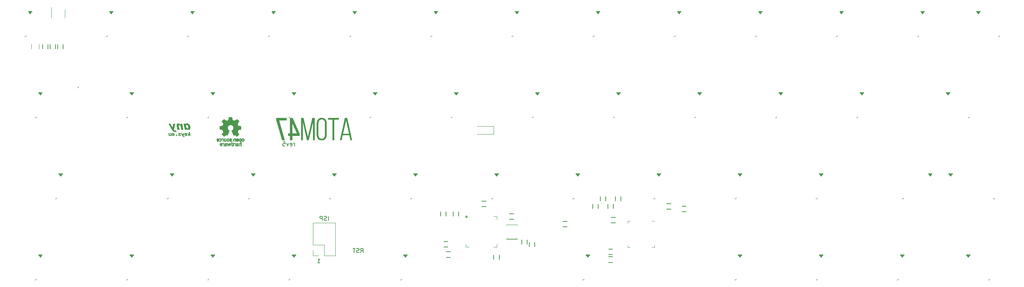
<source format=gbr>
%TF.GenerationSoftware,KiCad,Pcbnew,(6.0.1)*%
%TF.CreationDate,2022-02-20T07:15:50+01:00*%
%TF.ProjectId,atom47-rev5,61746f6d-3437-42d7-9265-76352e6b6963,rev?*%
%TF.SameCoordinates,Original*%
%TF.FileFunction,Legend,Bot*%
%TF.FilePolarity,Positive*%
%FSLAX46Y46*%
G04 Gerber Fmt 4.6, Leading zero omitted, Abs format (unit mm)*
G04 Created by KiCad (PCBNEW (6.0.1)) date 2022-02-20 07:15:50*
%MOMM*%
%LPD*%
G01*
G04 APERTURE LIST*
%ADD10C,0.150000*%
%ADD11C,0.120000*%
%ADD12C,0.010000*%
G04 APERTURE END LIST*
D10*
X90108385Y-67127396D02*
X90441719Y-66651206D01*
X90679814Y-67127396D02*
X90679814Y-66127396D01*
X90298862Y-66127396D01*
X90203624Y-66175016D01*
X90156004Y-66222635D01*
X90108385Y-66317873D01*
X90108385Y-66460730D01*
X90156004Y-66555968D01*
X90203624Y-66603587D01*
X90298862Y-66651206D01*
X90679814Y-66651206D01*
X89727433Y-67079777D02*
X89584576Y-67127396D01*
X89346481Y-67127396D01*
X89251243Y-67079777D01*
X89203624Y-67032158D01*
X89156004Y-66936920D01*
X89156004Y-66841682D01*
X89203624Y-66746444D01*
X89251243Y-66698825D01*
X89346481Y-66651206D01*
X89536957Y-66603587D01*
X89632195Y-66555968D01*
X89679814Y-66508349D01*
X89727433Y-66413111D01*
X89727433Y-66317873D01*
X89679814Y-66222635D01*
X89632195Y-66175016D01*
X89536957Y-66127396D01*
X89298862Y-66127396D01*
X89156004Y-66175016D01*
X88870290Y-66127396D02*
X88298862Y-66127396D01*
X88584576Y-67127396D02*
X88584576Y-66127396D01*
X74580441Y-42124250D02*
X74580441Y-41457584D01*
X74580441Y-41648060D02*
X74532822Y-41552822D01*
X74485203Y-41505203D01*
X74389965Y-41457584D01*
X74294727Y-41457584D01*
X73580441Y-42076631D02*
X73675679Y-42124250D01*
X73866156Y-42124250D01*
X73961394Y-42076631D01*
X74009013Y-41981393D01*
X74009013Y-41600441D01*
X73961394Y-41505203D01*
X73866156Y-41457584D01*
X73675679Y-41457584D01*
X73580441Y-41505203D01*
X73532822Y-41600441D01*
X73532822Y-41695679D01*
X74009013Y-41790917D01*
X73199489Y-41457584D02*
X72961394Y-42124250D01*
X72723299Y-41457584D01*
X71866156Y-41124250D02*
X72342346Y-41124250D01*
X72389965Y-41600441D01*
X72342346Y-41552822D01*
X72247108Y-41505203D01*
X72009013Y-41505203D01*
X71913775Y-41552822D01*
X71866156Y-41600441D01*
X71818537Y-41695679D01*
X71818537Y-41933774D01*
X71866156Y-42029012D01*
X71913775Y-42076631D01*
X72009013Y-42124250D01*
X72247108Y-42124250D01*
X72342346Y-42076631D01*
X72389965Y-42029012D01*
X82534063Y-59598359D02*
X82534063Y-58598359D01*
X82105492Y-59550740D02*
X81962634Y-59598359D01*
X81724539Y-59598359D01*
X81629301Y-59550740D01*
X81581682Y-59503121D01*
X81534063Y-59407883D01*
X81534063Y-59312645D01*
X81581682Y-59217407D01*
X81629301Y-59169788D01*
X81724539Y-59122169D01*
X81915015Y-59074550D01*
X82010253Y-59026931D01*
X82057873Y-58979312D01*
X82105492Y-58884074D01*
X82105492Y-58788836D01*
X82057873Y-58693598D01*
X82010253Y-58645979D01*
X81915015Y-58598359D01*
X81676920Y-58598359D01*
X81534063Y-58645979D01*
X81105492Y-59598359D02*
X81105492Y-58598359D01*
X80724539Y-58598359D01*
X80629301Y-58645979D01*
X80581682Y-58693598D01*
X80534063Y-58788836D01*
X80534063Y-58931693D01*
X80581682Y-59026931D01*
X80629301Y-59074550D01*
X80724539Y-59122169D01*
X81105492Y-59122169D01*
X80002158Y-69548359D02*
X80573587Y-69548359D01*
X80287873Y-69548359D02*
X80287873Y-68548359D01*
X80383111Y-68691217D01*
X80478349Y-68786455D01*
X80573587Y-68834074D01*
D11*
X216789245Y-67565674D02*
X217289245Y-68265674D01*
X217289245Y-68265674D02*
X217789245Y-67565674D01*
X217789245Y-67565674D02*
X216789245Y-67565674D01*
G36*
X217289245Y-68265674D02*
G01*
X216789245Y-67565674D01*
X217789245Y-67565674D01*
X217289245Y-68265674D01*
G37*
X217289245Y-68265674D02*
X216789245Y-67565674D01*
X217789245Y-67565674D01*
X217289245Y-68265674D01*
X232267383Y-67565674D02*
X232767383Y-68265674D01*
X232767383Y-68265674D02*
X233267383Y-67565674D01*
X233267383Y-67565674D02*
X232267383Y-67565674D01*
G36*
X232767383Y-68265674D02*
G01*
X232267383Y-67565674D01*
X233267383Y-67565674D01*
X232767383Y-68265674D01*
G37*
X232767383Y-68265674D02*
X232267383Y-67565674D01*
X233267383Y-67565674D01*
X232767383Y-68265674D01*
X100107897Y-67565674D02*
X100607897Y-68265674D01*
X100607897Y-68265674D02*
X101107897Y-67565674D01*
X101107897Y-67565674D02*
X100107897Y-67565674D01*
G36*
X100607897Y-68265674D02*
G01*
X100107897Y-67565674D01*
X101107897Y-67565674D01*
X100607897Y-68265674D01*
G37*
X100607897Y-68265674D02*
X100107897Y-67565674D01*
X101107897Y-67565674D01*
X100607897Y-68265674D01*
X178689213Y-67565674D02*
X179189213Y-68265674D01*
X179189213Y-68265674D02*
X179689213Y-67565674D01*
X179689213Y-67565674D02*
X178689213Y-67565674D01*
G36*
X179189213Y-68265674D02*
G01*
X178689213Y-67565674D01*
X179689213Y-67565674D01*
X179189213Y-68265674D01*
G37*
X179189213Y-68265674D02*
X178689213Y-67565674D01*
X179689213Y-67565674D01*
X179189213Y-68265674D01*
X73914125Y-67565674D02*
X74414125Y-68265674D01*
X74414125Y-68265674D02*
X74914125Y-67565674D01*
X74914125Y-67565674D02*
X73914125Y-67565674D01*
G36*
X74414125Y-68265674D02*
G01*
X73914125Y-67565674D01*
X74914125Y-67565674D01*
X74414125Y-68265674D01*
G37*
X74414125Y-68265674D02*
X73914125Y-67565674D01*
X74914125Y-67565674D01*
X74414125Y-68265674D01*
X197739229Y-67565674D02*
X198239229Y-68265674D01*
X198239229Y-68265674D02*
X198739229Y-67565674D01*
X198739229Y-67565674D02*
X197739229Y-67565674D01*
G36*
X198239229Y-68265674D02*
G01*
X197739229Y-67565674D01*
X198739229Y-67565674D01*
X198239229Y-68265674D01*
G37*
X198239229Y-68265674D02*
X197739229Y-67565674D01*
X198739229Y-67565674D01*
X198239229Y-68265674D01*
X142970433Y-67565674D02*
X143470433Y-68265674D01*
X143470433Y-68265674D02*
X143970433Y-67565674D01*
X143970433Y-67565674D02*
X142970433Y-67565674D01*
G36*
X143470433Y-68265674D02*
G01*
X142970433Y-67565674D01*
X143970433Y-67565674D01*
X143470433Y-68265674D01*
G37*
X143470433Y-68265674D02*
X142970433Y-67565674D01*
X143970433Y-67565674D01*
X143470433Y-68265674D01*
X159639197Y-48515658D02*
X160139197Y-49215658D01*
X160139197Y-49215658D02*
X160639197Y-48515658D01*
X160639197Y-48515658D02*
X159639197Y-48515658D01*
G36*
X160139197Y-49215658D02*
G01*
X159639197Y-48515658D01*
X160639197Y-48515658D01*
X160139197Y-49215658D01*
G37*
X160139197Y-49215658D02*
X159639197Y-48515658D01*
X160639197Y-48515658D01*
X160139197Y-49215658D01*
X35814093Y-67565674D02*
X36314093Y-68265674D01*
X36314093Y-68265674D02*
X36814093Y-67565674D01*
X36814093Y-67565674D02*
X35814093Y-67565674D01*
G36*
X36314093Y-68265674D02*
G01*
X35814093Y-67565674D01*
X36814093Y-67565674D01*
X36314093Y-68265674D01*
G37*
X36314093Y-68265674D02*
X35814093Y-67565674D01*
X36814093Y-67565674D01*
X36314093Y-68265674D01*
X14382825Y-67565674D02*
X14882825Y-68265674D01*
X14882825Y-68265674D02*
X15382825Y-67565674D01*
X15382825Y-67565674D02*
X14382825Y-67565674D01*
G36*
X14882825Y-68265674D02*
G01*
X14382825Y-67565674D01*
X15382825Y-67565674D01*
X14882825Y-68265674D01*
G37*
X14882825Y-68265674D02*
X14382825Y-67565674D01*
X15382825Y-67565674D01*
X14882825Y-68265674D01*
X140589181Y-48515658D02*
X141089181Y-49215658D01*
X141089181Y-49215658D02*
X141589181Y-48515658D01*
X141589181Y-48515658D02*
X140589181Y-48515658D01*
G36*
X141089181Y-49215658D02*
G01*
X140589181Y-48515658D01*
X141589181Y-48515658D01*
X141089181Y-49215658D01*
G37*
X141089181Y-49215658D02*
X140589181Y-48515658D01*
X141589181Y-48515658D01*
X141089181Y-49215658D01*
X228099992Y-48515658D02*
X228599992Y-49215658D01*
X228599992Y-49215658D02*
X229099992Y-48515658D01*
X229099992Y-48515658D02*
X228099992Y-48515658D01*
G36*
X228599992Y-49215658D02*
G01*
X228099992Y-48515658D01*
X229099992Y-48515658D01*
X228599992Y-49215658D01*
G37*
X228599992Y-49215658D02*
X228099992Y-48515658D01*
X229099992Y-48515658D01*
X228599992Y-49215658D01*
X223337688Y-48515658D02*
X223837688Y-49215658D01*
X223837688Y-49215658D02*
X224337688Y-48515658D01*
X224337688Y-48515658D02*
X223337688Y-48515658D01*
G36*
X223837688Y-49215658D02*
G01*
X223337688Y-48515658D01*
X224337688Y-48515658D01*
X223837688Y-49215658D01*
G37*
X223837688Y-49215658D02*
X223337688Y-48515658D01*
X224337688Y-48515658D01*
X223837688Y-49215658D01*
X197739229Y-48515658D02*
X198239229Y-49215658D01*
X198239229Y-49215658D02*
X198739229Y-48515658D01*
X198739229Y-48515658D02*
X197739229Y-48515658D01*
G36*
X198239229Y-49215658D02*
G01*
X197739229Y-48515658D01*
X198739229Y-48515658D01*
X198239229Y-49215658D01*
G37*
X198239229Y-49215658D02*
X197739229Y-48515658D01*
X198739229Y-48515658D01*
X198239229Y-49215658D01*
X178689213Y-48515658D02*
X179189213Y-49215658D01*
X179189213Y-49215658D02*
X179689213Y-48515658D01*
X179689213Y-48515658D02*
X178689213Y-48515658D01*
G36*
X179189213Y-49215658D02*
G01*
X178689213Y-48515658D01*
X179689213Y-48515658D01*
X179189213Y-49215658D01*
G37*
X179189213Y-49215658D02*
X178689213Y-48515658D01*
X179689213Y-48515658D01*
X179189213Y-49215658D01*
X121539165Y-48515658D02*
X122039165Y-49215658D01*
X122039165Y-49215658D02*
X122539165Y-48515658D01*
X122539165Y-48515658D02*
X121539165Y-48515658D01*
G36*
X122039165Y-49215658D02*
G01*
X121539165Y-48515658D01*
X122539165Y-48515658D01*
X122039165Y-49215658D01*
G37*
X122039165Y-49215658D02*
X121539165Y-48515658D01*
X122539165Y-48515658D01*
X122039165Y-49215658D01*
X83439133Y-48515658D02*
X83939133Y-49215658D01*
X83939133Y-49215658D02*
X84439133Y-48515658D01*
X84439133Y-48515658D02*
X83439133Y-48515658D01*
G36*
X83939133Y-49215658D02*
G01*
X83439133Y-48515658D01*
X84439133Y-48515658D01*
X83939133Y-49215658D01*
G37*
X83939133Y-49215658D02*
X83439133Y-48515658D01*
X84439133Y-48515658D01*
X83939133Y-49215658D01*
X64389117Y-48515658D02*
X64889117Y-49215658D01*
X64889117Y-49215658D02*
X65389117Y-48515658D01*
X65389117Y-48515658D02*
X64389117Y-48515658D01*
G36*
X64889117Y-49215658D02*
G01*
X64389117Y-48515658D01*
X65389117Y-48515658D01*
X64889117Y-49215658D01*
G37*
X64889117Y-49215658D02*
X64389117Y-48515658D01*
X65389117Y-48515658D01*
X64889117Y-49215658D01*
X69151621Y-10415626D02*
X69651621Y-11115626D01*
X69651621Y-11115626D02*
X70151621Y-10415626D01*
X70151621Y-10415626D02*
X69151621Y-10415626D01*
G36*
X69651621Y-11115626D02*
G01*
X69151621Y-10415626D01*
X70151621Y-10415626D01*
X69651621Y-11115626D01*
G37*
X69651621Y-11115626D02*
X69151621Y-10415626D01*
X70151621Y-10415626D01*
X69651621Y-11115626D01*
X227504879Y-29465642D02*
X228004879Y-30165642D01*
X228004879Y-30165642D02*
X228504879Y-29465642D01*
X228504879Y-29465642D02*
X227504879Y-29465642D01*
G36*
X228004879Y-30165642D02*
G01*
X227504879Y-29465642D01*
X228504879Y-29465642D01*
X228004879Y-30165642D01*
G37*
X228004879Y-30165642D02*
X227504879Y-29465642D01*
X228504879Y-29465642D01*
X228004879Y-30165642D01*
X188214221Y-29465642D02*
X188714221Y-30165642D01*
X188714221Y-30165642D02*
X189214221Y-29465642D01*
X189214221Y-29465642D02*
X188214221Y-29465642D01*
G36*
X188714221Y-30165642D02*
G01*
X188214221Y-29465642D01*
X189214221Y-29465642D01*
X188714221Y-30165642D01*
G37*
X188714221Y-30165642D02*
X188214221Y-29465642D01*
X189214221Y-29465642D01*
X188714221Y-30165642D01*
X12001565Y-10415618D02*
X12501565Y-11115618D01*
X12501565Y-11115618D02*
X13001565Y-10415618D01*
X13001565Y-10415618D02*
X12001565Y-10415618D01*
G36*
X12501565Y-11115618D02*
G01*
X12001565Y-10415618D01*
X13001565Y-10415618D01*
X12501565Y-11115618D01*
G37*
X12501565Y-11115618D02*
X12001565Y-10415618D01*
X13001565Y-10415618D01*
X12501565Y-11115618D01*
X169164205Y-29465642D02*
X169664205Y-30165642D01*
X169664205Y-30165642D02*
X170164205Y-29465642D01*
X170164205Y-29465642D02*
X169164205Y-29465642D01*
G36*
X169664205Y-30165642D02*
G01*
X169164205Y-29465642D01*
X170164205Y-29465642D01*
X169664205Y-30165642D01*
G37*
X169664205Y-30165642D02*
X169164205Y-29465642D01*
X170164205Y-29465642D01*
X169664205Y-30165642D01*
X202501733Y-10415626D02*
X203001733Y-11115626D01*
X203001733Y-11115626D02*
X203501733Y-10415626D01*
X203501733Y-10415626D02*
X202501733Y-10415626D01*
G36*
X203001733Y-11115626D02*
G01*
X202501733Y-10415626D01*
X203501733Y-10415626D01*
X203001733Y-11115626D01*
G37*
X203001733Y-11115626D02*
X202501733Y-10415626D01*
X203501733Y-10415626D01*
X203001733Y-11115626D01*
X150114189Y-29465642D02*
X150614189Y-30165642D01*
X150614189Y-30165642D02*
X151114189Y-29465642D01*
X151114189Y-29465642D02*
X150114189Y-29465642D01*
G36*
X150614189Y-30165642D02*
G01*
X150114189Y-29465642D01*
X151114189Y-29465642D01*
X150614189Y-30165642D01*
G37*
X150614189Y-30165642D02*
X150114189Y-29465642D01*
X151114189Y-29465642D01*
X150614189Y-30165642D01*
X131064173Y-29465642D02*
X131564173Y-30165642D01*
X131564173Y-30165642D02*
X132064173Y-29465642D01*
X132064173Y-29465642D02*
X131064173Y-29465642D01*
G36*
X131564173Y-30165642D02*
G01*
X131064173Y-29465642D01*
X132064173Y-29465642D01*
X131564173Y-30165642D01*
G37*
X131564173Y-30165642D02*
X131064173Y-29465642D01*
X132064173Y-29465642D01*
X131564173Y-30165642D01*
X145351685Y-10415626D02*
X145851685Y-11115626D01*
X145851685Y-11115626D02*
X146351685Y-10415626D01*
X146351685Y-10415626D02*
X145351685Y-10415626D01*
G36*
X145851685Y-11115626D02*
G01*
X145351685Y-10415626D01*
X146351685Y-10415626D01*
X145851685Y-11115626D01*
G37*
X145851685Y-11115626D02*
X145351685Y-10415626D01*
X146351685Y-10415626D01*
X145851685Y-11115626D01*
X88201637Y-10415626D02*
X88701637Y-11115626D01*
X88701637Y-11115626D02*
X89201637Y-10415626D01*
X89201637Y-10415626D02*
X88201637Y-10415626D01*
G36*
X88701637Y-11115626D02*
G01*
X88201637Y-10415626D01*
X89201637Y-10415626D01*
X88701637Y-11115626D01*
G37*
X88701637Y-11115626D02*
X88201637Y-10415626D01*
X89201637Y-10415626D01*
X88701637Y-11115626D01*
X54864109Y-29465642D02*
X55364109Y-30165642D01*
X55364109Y-30165642D02*
X55864109Y-29465642D01*
X55864109Y-29465642D02*
X54864109Y-29465642D01*
G36*
X55364109Y-30165642D02*
G01*
X54864109Y-29465642D01*
X55864109Y-29465642D01*
X55364109Y-30165642D01*
G37*
X55364109Y-30165642D02*
X54864109Y-29465642D01*
X55864109Y-29465642D01*
X55364109Y-30165642D01*
X35814093Y-29465642D02*
X36314093Y-30165642D01*
X36314093Y-30165642D02*
X36814093Y-29465642D01*
X36814093Y-29465642D02*
X35814093Y-29465642D01*
G36*
X36314093Y-30165642D02*
G01*
X35814093Y-29465642D01*
X36814093Y-29465642D01*
X36314093Y-30165642D01*
G37*
X36314093Y-30165642D02*
X35814093Y-29465642D01*
X36814093Y-29465642D01*
X36314093Y-30165642D01*
X126301669Y-10415626D02*
X126801669Y-11115626D01*
X126801669Y-11115626D02*
X127301669Y-10415626D01*
X127301669Y-10415626D02*
X126301669Y-10415626D01*
G36*
X126801669Y-11115626D02*
G01*
X126301669Y-10415626D01*
X127301669Y-10415626D01*
X126801669Y-11115626D01*
G37*
X126801669Y-11115626D02*
X126301669Y-10415626D01*
X127301669Y-10415626D01*
X126801669Y-11115626D01*
X92964141Y-29465642D02*
X93464141Y-30165642D01*
X93464141Y-30165642D02*
X93964141Y-29465642D01*
X93964141Y-29465642D02*
X92964141Y-29465642D01*
G36*
X93464141Y-30165642D02*
G01*
X92964141Y-29465642D01*
X93964141Y-29465642D01*
X93464141Y-30165642D01*
G37*
X93464141Y-30165642D02*
X92964141Y-29465642D01*
X93964141Y-29465642D01*
X93464141Y-30165642D01*
X234648635Y-10415626D02*
X235148635Y-11115626D01*
X235148635Y-11115626D02*
X235648635Y-10415626D01*
X235648635Y-10415626D02*
X234648635Y-10415626D01*
G36*
X235148635Y-11115626D02*
G01*
X234648635Y-10415626D01*
X235648635Y-10415626D01*
X235148635Y-11115626D01*
G37*
X235148635Y-11115626D02*
X234648635Y-10415626D01*
X235648635Y-10415626D01*
X235148635Y-11115626D01*
X73914125Y-29465642D02*
X74414125Y-30165642D01*
X74414125Y-30165642D02*
X74914125Y-29465642D01*
X74914125Y-29465642D02*
X73914125Y-29465642D01*
G36*
X74414125Y-30165642D02*
G01*
X73914125Y-29465642D01*
X74914125Y-29465642D01*
X74414125Y-30165642D01*
G37*
X74414125Y-30165642D02*
X73914125Y-29465642D01*
X74914125Y-29465642D01*
X74414125Y-30165642D01*
X164401701Y-10415626D02*
X164901701Y-11115626D01*
X164901701Y-11115626D02*
X165401701Y-10415626D01*
X165401701Y-10415626D02*
X164401701Y-10415626D01*
G36*
X164901701Y-11115626D02*
G01*
X164401701Y-10415626D01*
X165401701Y-10415626D01*
X164901701Y-11115626D01*
G37*
X164901701Y-11115626D02*
X164401701Y-10415626D01*
X165401701Y-10415626D01*
X164901701Y-11115626D01*
X50101605Y-10415626D02*
X50601605Y-11115626D01*
X50601605Y-11115626D02*
X51101605Y-10415626D01*
X51101605Y-10415626D02*
X50101605Y-10415626D01*
G36*
X50601605Y-11115626D02*
G01*
X50101605Y-10415626D01*
X51101605Y-10415626D01*
X50601605Y-11115626D01*
G37*
X50601605Y-11115626D02*
X50101605Y-10415626D01*
X51101605Y-10415626D01*
X50601605Y-11115626D01*
X54864109Y-67565674D02*
X55364109Y-68265674D01*
X55364109Y-68265674D02*
X55864109Y-67565674D01*
X55864109Y-67565674D02*
X54864109Y-67565674D01*
G36*
X55364109Y-68265674D02*
G01*
X54864109Y-67565674D01*
X55864109Y-67565674D01*
X55364109Y-68265674D01*
G37*
X55364109Y-68265674D02*
X54864109Y-67565674D01*
X55864109Y-67565674D01*
X55364109Y-68265674D01*
X183451717Y-10415626D02*
X183951717Y-11115626D01*
X183951717Y-11115626D02*
X184451717Y-10415626D01*
X184451717Y-10415626D02*
X183451717Y-10415626D01*
G36*
X183951717Y-11115626D02*
G01*
X183451717Y-10415626D01*
X184451717Y-10415626D01*
X183951717Y-11115626D01*
G37*
X183951717Y-11115626D02*
X183451717Y-10415626D01*
X184451717Y-10415626D01*
X183951717Y-11115626D01*
X207264237Y-29465642D02*
X207764237Y-30165642D01*
X207764237Y-30165642D02*
X208264237Y-29465642D01*
X208264237Y-29465642D02*
X207264237Y-29465642D01*
G36*
X207764237Y-30165642D02*
G01*
X207264237Y-29465642D01*
X208264237Y-29465642D01*
X207764237Y-30165642D01*
G37*
X207764237Y-30165642D02*
X207264237Y-29465642D01*
X208264237Y-29465642D01*
X207764237Y-30165642D01*
X112014157Y-29465642D02*
X112514157Y-30165642D01*
X112514157Y-30165642D02*
X113014157Y-29465642D01*
X113014157Y-29465642D02*
X112014157Y-29465642D01*
G36*
X112514157Y-30165642D02*
G01*
X112014157Y-29465642D01*
X113014157Y-29465642D01*
X112514157Y-30165642D01*
G37*
X112514157Y-30165642D02*
X112014157Y-29465642D01*
X113014157Y-29465642D01*
X112514157Y-30165642D01*
X14382825Y-29465642D02*
X14882825Y-30165642D01*
X14882825Y-30165642D02*
X15382825Y-29465642D01*
X15382825Y-29465642D02*
X14382825Y-29465642D01*
G36*
X14882825Y-30165642D02*
G01*
X14382825Y-29465642D01*
X15382825Y-29465642D01*
X14882825Y-30165642D01*
G37*
X14882825Y-30165642D02*
X14382825Y-29465642D01*
X15382825Y-29465642D01*
X14882825Y-30165642D01*
X107251653Y-10415626D02*
X107751653Y-11115626D01*
X107751653Y-11115626D02*
X108251653Y-10415626D01*
X108251653Y-10415626D02*
X107251653Y-10415626D01*
G36*
X107751653Y-11115626D02*
G01*
X107251653Y-10415626D01*
X108251653Y-10415626D01*
X107751653Y-11115626D01*
G37*
X107751653Y-11115626D02*
X107251653Y-10415626D01*
X108251653Y-10415626D01*
X107751653Y-11115626D01*
X221551749Y-10415626D02*
X222051749Y-11115626D01*
X222051749Y-11115626D02*
X222551749Y-10415626D01*
X222551749Y-10415626D02*
X221551749Y-10415626D01*
G36*
X222051749Y-11115626D02*
G01*
X221551749Y-10415626D01*
X222551749Y-10415626D01*
X222051749Y-11115626D01*
G37*
X222051749Y-11115626D02*
X221551749Y-10415626D01*
X222551749Y-10415626D01*
X222051749Y-11115626D01*
X102489149Y-48515658D02*
X102989149Y-49215658D01*
X102989149Y-49215658D02*
X103489149Y-48515658D01*
X103489149Y-48515658D02*
X102489149Y-48515658D01*
G36*
X102989149Y-49215658D02*
G01*
X102489149Y-48515658D01*
X103489149Y-48515658D01*
X102989149Y-49215658D01*
G37*
X102989149Y-49215658D02*
X102489149Y-48515658D01*
X103489149Y-48515658D01*
X102989149Y-49215658D01*
X19145329Y-48515658D02*
X19645329Y-49215658D01*
X19645329Y-49215658D02*
X20145329Y-48515658D01*
X20145329Y-48515658D02*
X19145329Y-48515658D01*
G36*
X19645329Y-49215658D02*
G01*
X19145329Y-48515658D01*
X20145329Y-48515658D01*
X19645329Y-49215658D01*
G37*
X19645329Y-49215658D02*
X19145329Y-48515658D01*
X20145329Y-48515658D01*
X19645329Y-49215658D01*
X45339101Y-48515658D02*
X45839101Y-49215658D01*
X45839101Y-49215658D02*
X46339101Y-48515658D01*
X46339101Y-48515658D02*
X45339101Y-48515658D01*
G36*
X45839101Y-49215658D02*
G01*
X45339101Y-48515658D01*
X46339101Y-48515658D01*
X45839101Y-49215658D01*
G37*
X45839101Y-49215658D02*
X45339101Y-48515658D01*
X46339101Y-48515658D01*
X45839101Y-49215658D01*
X31051589Y-10415626D02*
X31551589Y-11115626D01*
X31551589Y-11115626D02*
X32051589Y-10415626D01*
X32051589Y-10415626D02*
X31051589Y-10415626D01*
G36*
X31551589Y-11115626D02*
G01*
X31051589Y-10415626D01*
X32051589Y-10415626D01*
X31551589Y-11115626D01*
G37*
X31551589Y-11115626D02*
X31051589Y-10415626D01*
X32051589Y-10415626D01*
X31551589Y-11115626D01*
X142493750Y-73255000D02*
X142493750Y-73555000D01*
X142493750Y-73555000D02*
X142193750Y-73555000D01*
X87725000Y-16105000D02*
X87725000Y-16405000D01*
X87725000Y-16405000D02*
X87425000Y-16405000D01*
X92487500Y-35155000D02*
X92487500Y-35455000D01*
X92487500Y-35455000D02*
X92187500Y-35455000D01*
X187737500Y-35155000D02*
X187737500Y-35455000D01*
X187737500Y-35455000D02*
X187437500Y-35455000D01*
X13906250Y-35155000D02*
X13906250Y-35455000D01*
X13906250Y-35455000D02*
X13606250Y-35455000D01*
X121062500Y-54205000D02*
X121062500Y-54505000D01*
X121062500Y-54505000D02*
X120762500Y-54505000D01*
X216312500Y-73255000D02*
X216312500Y-73555000D01*
X216312500Y-73555000D02*
X216012500Y-73555000D01*
X102012500Y-54205000D02*
X102012500Y-54505000D01*
X102012500Y-54505000D02*
X101712500Y-54505000D01*
X18668750Y-54205000D02*
X18668750Y-54505000D01*
X18668750Y-54505000D02*
X18368750Y-54505000D01*
X44862500Y-54205000D02*
X44862500Y-54505000D01*
X44862500Y-54505000D02*
X44562500Y-54505000D01*
X238934392Y-54205000D02*
X238934392Y-54505000D01*
X238934392Y-54505000D02*
X238634392Y-54505000D01*
X54387500Y-35155000D02*
X54387500Y-35455000D01*
X54387500Y-35455000D02*
X54087500Y-35455000D01*
X237743750Y-73255000D02*
X237743750Y-73555000D01*
X237743750Y-73555000D02*
X237443750Y-73555000D01*
X149637500Y-35155000D02*
X149637500Y-35455000D01*
X149637500Y-35455000D02*
X149337500Y-35455000D01*
X159162500Y-54205000D02*
X159162500Y-54505000D01*
X159162500Y-54505000D02*
X158862500Y-54505000D01*
X82962500Y-54205000D02*
X82962500Y-54505000D01*
X82962500Y-54505000D02*
X82662500Y-54505000D01*
X197262500Y-73255000D02*
X197262500Y-73555000D01*
X197262500Y-73555000D02*
X196962500Y-73555000D01*
X35337500Y-73255000D02*
X35337500Y-73555000D01*
X35337500Y-73555000D02*
X35037500Y-73555000D01*
X73437500Y-35155000D02*
X73437500Y-35455000D01*
X73437500Y-35455000D02*
X73137500Y-35455000D01*
X178212500Y-54205000D02*
X178212500Y-54505000D01*
X178212500Y-54505000D02*
X177912500Y-54505000D01*
X130587500Y-35155000D02*
X130587500Y-35455000D01*
X130587500Y-35455000D02*
X130287500Y-35455000D01*
X240125000Y-16105000D02*
X240125000Y-16405000D01*
X240125000Y-16405000D02*
X239825000Y-16405000D01*
X111537500Y-35155000D02*
X111537500Y-35455000D01*
X111537500Y-35455000D02*
X111237500Y-35455000D01*
X232981250Y-35155000D02*
X232981250Y-35455000D01*
X232981250Y-35455000D02*
X232681250Y-35455000D01*
X221075000Y-16105000D02*
X221075000Y-16405000D01*
X221075000Y-16405000D02*
X220775000Y-16405000D01*
X140112500Y-54205000D02*
X140112500Y-54505000D01*
X140112500Y-54505000D02*
X139812500Y-54505000D01*
X178212500Y-73255000D02*
X178212500Y-73555000D01*
X178212500Y-73555000D02*
X177912500Y-73555000D01*
X217503124Y-54205000D02*
X217503124Y-54505000D01*
X217503124Y-54505000D02*
X217203124Y-54505000D01*
X106775000Y-16105000D02*
X106775000Y-16405000D01*
X106775000Y-16405000D02*
X106475000Y-16405000D01*
X202025000Y-16105000D02*
X202025000Y-16405000D01*
X202025000Y-16405000D02*
X201725000Y-16405000D01*
X163925000Y-16105000D02*
X163925000Y-16405000D01*
X163925000Y-16405000D02*
X163625000Y-16405000D01*
X49625000Y-16105000D02*
X49625000Y-16405000D01*
X49625000Y-16405000D02*
X49325000Y-16405000D01*
X197262500Y-54205000D02*
X197262500Y-54505000D01*
X197262500Y-54505000D02*
X196962500Y-54505000D01*
X30575000Y-16105000D02*
X30575000Y-16405000D01*
X30575000Y-16405000D02*
X30275000Y-16405000D01*
X168687500Y-35155000D02*
X168687500Y-35455000D01*
X168687500Y-35455000D02*
X168387500Y-35455000D01*
X206787500Y-35155000D02*
X206787500Y-35455000D01*
X206787500Y-35455000D02*
X206487500Y-35455000D01*
X63912500Y-54205000D02*
X63912500Y-54505000D01*
X63912500Y-54505000D02*
X63612500Y-54505000D01*
X13906250Y-73255000D02*
X13906250Y-73555000D01*
X13906250Y-73555000D02*
X13606250Y-73555000D01*
X182975000Y-16105000D02*
X182975000Y-16405000D01*
X182975000Y-16405000D02*
X182675000Y-16405000D01*
X68675000Y-16105000D02*
X68675000Y-16405000D01*
X68675000Y-16405000D02*
X68375000Y-16405000D01*
X73437500Y-73255000D02*
X73437500Y-73555000D01*
X73437500Y-73555000D02*
X73137500Y-73555000D01*
X54387500Y-73255000D02*
X54387500Y-73555000D01*
X54387500Y-73555000D02*
X54087500Y-73555000D01*
X99631250Y-73255000D02*
X99631250Y-73555000D01*
X99631250Y-73555000D02*
X99331250Y-73555000D01*
X125825000Y-16105000D02*
X125825000Y-16405000D01*
X125825000Y-16405000D02*
X125525000Y-16405000D01*
X35337500Y-35155000D02*
X35337500Y-35455000D01*
X35337500Y-35455000D02*
X35037500Y-35455000D01*
X11525000Y-16105000D02*
X11525000Y-16405000D01*
X11525000Y-16405000D02*
X11225000Y-16405000D01*
X23825000Y-28100000D02*
X23825000Y-28400000D01*
X23825000Y-28400000D02*
X23525000Y-28400000D01*
X144875000Y-16105000D02*
X144875000Y-16405000D01*
X144875000Y-16405000D02*
X144575000Y-16405000D01*
X81557873Y-67885979D02*
X84157873Y-67885979D01*
X78957873Y-67885979D02*
X80287873Y-67885979D01*
X84157873Y-67885979D02*
X84157873Y-60145979D01*
X78957873Y-65285979D02*
X78957873Y-60145979D01*
X78957873Y-60145979D02*
X84157873Y-60145979D01*
X78957873Y-65285979D02*
X81557873Y-65285979D01*
X78957873Y-66555979D02*
X78957873Y-67885979D01*
X81557873Y-65285979D02*
X81557873Y-67885979D01*
X20660008Y-10133122D02*
X20660008Y-11933122D01*
X17440008Y-11933122D02*
X17440008Y-9483122D01*
X124811035Y-60580040D02*
X124411035Y-60580040D01*
X124811035Y-63880040D02*
X126811035Y-63880040D01*
X126811035Y-60580040D02*
X126811035Y-60730040D01*
X126811035Y-64080040D02*
X124811035Y-64080040D01*
X126811035Y-60580040D02*
X124811035Y-60580040D01*
X124411035Y-63880040D02*
X124411035Y-63730040D01*
X124811035Y-64080040D02*
X124411035Y-64080040D01*
X124411035Y-60580040D02*
X124411035Y-60730040D01*
X124811035Y-63880040D02*
X124411035Y-63880040D01*
X126811035Y-63880040D02*
X126811035Y-63730040D01*
D10*
X15423443Y-19272191D02*
X15423443Y-18272191D01*
X16723443Y-19272191D02*
X16723443Y-18272191D01*
X20295321Y-18272191D02*
X20295321Y-19272191D01*
X18995321Y-18272191D02*
X18995321Y-19272191D01*
D12*
X85838269Y-38094549D02*
X85817050Y-38189896D01*
X85817050Y-38189896D02*
X85796019Y-38284397D01*
X85796019Y-38284397D02*
X85775192Y-38377991D01*
X85775192Y-38377991D02*
X85754581Y-38470614D01*
X85754581Y-38470614D02*
X85734200Y-38562206D01*
X85734200Y-38562206D02*
X85714064Y-38652702D01*
X85714064Y-38652702D02*
X85694187Y-38742041D01*
X85694187Y-38742041D02*
X85674581Y-38830161D01*
X85674581Y-38830161D02*
X85655262Y-38916998D01*
X85655262Y-38916998D02*
X85636243Y-39002492D01*
X85636243Y-39002492D02*
X85617537Y-39086578D01*
X85617537Y-39086578D02*
X85599159Y-39169195D01*
X85599159Y-39169195D02*
X85581123Y-39250281D01*
X85581123Y-39250281D02*
X85563442Y-39329773D01*
X85563442Y-39329773D02*
X85546130Y-39407608D01*
X85546130Y-39407608D02*
X85529202Y-39483725D01*
X85529202Y-39483725D02*
X85512670Y-39558061D01*
X85512670Y-39558061D02*
X85496550Y-39630553D01*
X85496550Y-39630553D02*
X85480854Y-39701139D01*
X85480854Y-39701139D02*
X85465597Y-39769757D01*
X85465597Y-39769757D02*
X85450792Y-39836345D01*
X85450792Y-39836345D02*
X85436454Y-39900839D01*
X85436454Y-39900839D02*
X85422596Y-39963178D01*
X85422596Y-39963178D02*
X85409232Y-40023299D01*
X85409232Y-40023299D02*
X85396376Y-40081140D01*
X85396376Y-40081140D02*
X85384042Y-40136639D01*
X85384042Y-40136639D02*
X85372244Y-40189733D01*
X85372244Y-40189733D02*
X85360995Y-40240359D01*
X85360995Y-40240359D02*
X85350310Y-40288455D01*
X85350310Y-40288455D02*
X85340202Y-40333960D01*
X85340202Y-40333960D02*
X85330685Y-40376810D01*
X85330685Y-40376810D02*
X85321773Y-40416943D01*
X85321773Y-40416943D02*
X85313480Y-40454297D01*
X85313480Y-40454297D02*
X85305820Y-40488809D01*
X85305820Y-40488809D02*
X85298807Y-40520417D01*
X85298807Y-40520417D02*
X85292454Y-40549059D01*
X85292454Y-40549059D02*
X85286775Y-40574672D01*
X85286775Y-40574672D02*
X85281785Y-40597193D01*
X85281785Y-40597193D02*
X85277497Y-40616562D01*
X85277497Y-40616562D02*
X85273925Y-40632714D01*
X85273925Y-40632714D02*
X85271083Y-40645588D01*
X85271083Y-40645588D02*
X85268984Y-40655121D01*
X85268984Y-40655121D02*
X85267644Y-40661251D01*
X85267644Y-40661251D02*
X85267074Y-40663915D01*
X85267074Y-40663915D02*
X85267054Y-40664031D01*
X85267054Y-40664031D02*
X85267190Y-40664570D01*
X85267190Y-40664570D02*
X85267767Y-40665045D01*
X85267767Y-40665045D02*
X85269001Y-40665459D01*
X85269001Y-40665459D02*
X85271109Y-40665816D01*
X85271109Y-40665816D02*
X85274307Y-40666122D01*
X85274307Y-40666122D02*
X85278812Y-40666379D01*
X85278812Y-40666379D02*
X85284841Y-40666593D01*
X85284841Y-40666593D02*
X85292609Y-40666766D01*
X85292609Y-40666766D02*
X85302334Y-40666903D01*
X85302334Y-40666903D02*
X85314233Y-40667009D01*
X85314233Y-40667009D02*
X85328520Y-40667087D01*
X85328520Y-40667087D02*
X85345415Y-40667142D01*
X85345415Y-40667142D02*
X85365131Y-40667177D01*
X85365131Y-40667177D02*
X85387887Y-40667196D01*
X85387887Y-40667196D02*
X85413899Y-40667205D01*
X85413899Y-40667205D02*
X85434808Y-40667206D01*
X85434808Y-40667206D02*
X85459144Y-40667201D01*
X85459144Y-40667201D02*
X85482422Y-40667187D01*
X85482422Y-40667187D02*
X85504389Y-40667165D01*
X85504389Y-40667165D02*
X85524793Y-40667135D01*
X85524793Y-40667135D02*
X85543382Y-40667098D01*
X85543382Y-40667098D02*
X85559901Y-40667054D01*
X85559901Y-40667054D02*
X85574100Y-40667005D01*
X85574100Y-40667005D02*
X85585725Y-40666950D01*
X85585725Y-40666950D02*
X85594523Y-40666892D01*
X85594523Y-40666892D02*
X85600242Y-40666829D01*
X85600242Y-40666829D02*
X85602629Y-40666764D01*
X85602629Y-40666764D02*
X85602686Y-40666752D01*
X85602686Y-40666752D02*
X85603085Y-40664969D01*
X85603085Y-40664969D02*
X85604254Y-40659778D01*
X85604254Y-40659778D02*
X85606163Y-40651313D01*
X85606163Y-40651313D02*
X85608782Y-40639706D01*
X85608782Y-40639706D02*
X85612082Y-40625089D01*
X85612082Y-40625089D02*
X85616031Y-40607595D01*
X85616031Y-40607595D02*
X85620601Y-40587356D01*
X85620601Y-40587356D02*
X85625761Y-40564504D01*
X85625761Y-40564504D02*
X85631482Y-40539172D01*
X85631482Y-40539172D02*
X85637733Y-40511493D01*
X85637733Y-40511493D02*
X85644485Y-40481598D01*
X85644485Y-40481598D02*
X85651708Y-40449620D01*
X85651708Y-40449620D02*
X85659372Y-40415692D01*
X85659372Y-40415692D02*
X85667446Y-40379945D01*
X85667446Y-40379945D02*
X85675902Y-40342513D01*
X85675902Y-40342513D02*
X85684709Y-40303528D01*
X85684709Y-40303528D02*
X85693837Y-40263121D01*
X85693837Y-40263121D02*
X85703257Y-40221426D01*
X85703257Y-40221426D02*
X85712938Y-40178575D01*
X85712938Y-40178575D02*
X85722851Y-40134701D01*
X85722851Y-40134701D02*
X85731046Y-40098427D01*
X85731046Y-40098427D02*
X85859351Y-39530556D01*
X85859351Y-39530556D02*
X86657544Y-39530100D01*
X86657544Y-39530100D02*
X86711175Y-39530073D01*
X86711175Y-39530073D02*
X86763890Y-39530052D01*
X86763890Y-39530052D02*
X86815573Y-39530037D01*
X86815573Y-39530037D02*
X86866106Y-39530029D01*
X86866106Y-39530029D02*
X86915375Y-39530027D01*
X86915375Y-39530027D02*
X86963263Y-39530030D01*
X86963263Y-39530030D02*
X87009654Y-39530040D01*
X87009654Y-39530040D02*
X87054432Y-39530055D01*
X87054432Y-39530055D02*
X87097481Y-39530076D01*
X87097481Y-39530076D02*
X87138685Y-39530103D01*
X87138685Y-39530103D02*
X87177927Y-39530135D01*
X87177927Y-39530135D02*
X87215093Y-39530172D01*
X87215093Y-39530172D02*
X87250065Y-39530214D01*
X87250065Y-39530214D02*
X87282728Y-39530261D01*
X87282728Y-39530261D02*
X87312965Y-39530312D01*
X87312965Y-39530312D02*
X87340661Y-39530369D01*
X87340661Y-39530369D02*
X87365699Y-39530430D01*
X87365699Y-39530430D02*
X87387964Y-39530496D01*
X87387964Y-39530496D02*
X87407339Y-39530565D01*
X87407339Y-39530565D02*
X87423708Y-39530639D01*
X87423708Y-39530639D02*
X87436955Y-39530717D01*
X87436955Y-39530717D02*
X87446965Y-39530799D01*
X87446965Y-39530799D02*
X87453620Y-39530885D01*
X87453620Y-39530885D02*
X87456806Y-39530974D01*
X87456806Y-39530974D02*
X87457081Y-39531007D01*
X87457081Y-39531007D02*
X87457582Y-39532864D01*
X87457582Y-39532864D02*
X87458851Y-39538126D01*
X87458851Y-39538126D02*
X87460856Y-39546662D01*
X87460856Y-39546662D02*
X87463568Y-39558338D01*
X87463568Y-39558338D02*
X87466957Y-39573021D01*
X87466957Y-39573021D02*
X87470992Y-39590578D01*
X87470992Y-39590578D02*
X87475643Y-39610874D01*
X87475643Y-39610874D02*
X87480879Y-39633778D01*
X87480879Y-39633778D02*
X87486670Y-39659156D01*
X87486670Y-39659156D02*
X87492986Y-39686874D01*
X87492986Y-39686874D02*
X87499797Y-39716799D01*
X87499797Y-39716799D02*
X87507072Y-39748799D01*
X87507072Y-39748799D02*
X87514780Y-39782739D01*
X87514780Y-39782739D02*
X87522892Y-39818487D01*
X87522892Y-39818487D02*
X87531377Y-39855910D01*
X87531377Y-39855910D02*
X87540206Y-39894873D01*
X87540206Y-39894873D02*
X87549346Y-39935244D01*
X87549346Y-39935244D02*
X87558769Y-39976890D01*
X87558769Y-39976890D02*
X87568443Y-40019677D01*
X87568443Y-40019677D02*
X87578340Y-40063473D01*
X87578340Y-40063473D02*
X87585619Y-40095706D01*
X87585619Y-40095706D02*
X87595660Y-40140178D01*
X87595660Y-40140178D02*
X87605500Y-40183753D01*
X87605500Y-40183753D02*
X87615108Y-40226299D01*
X87615108Y-40226299D02*
X87624453Y-40267680D01*
X87624453Y-40267680D02*
X87633505Y-40307762D01*
X87633505Y-40307762D02*
X87642235Y-40346412D01*
X87642235Y-40346412D02*
X87650611Y-40383495D01*
X87650611Y-40383495D02*
X87658604Y-40418877D01*
X87658604Y-40418877D02*
X87666183Y-40452425D01*
X87666183Y-40452425D02*
X87673318Y-40484004D01*
X87673318Y-40484004D02*
X87679978Y-40513479D01*
X87679978Y-40513479D02*
X87686134Y-40540718D01*
X87686134Y-40540718D02*
X87691755Y-40565585D01*
X87691755Y-40565585D02*
X87696810Y-40587947D01*
X87696810Y-40587947D02*
X87701269Y-40607670D01*
X87701269Y-40607670D02*
X87705103Y-40624619D01*
X87705103Y-40624619D02*
X87708280Y-40638661D01*
X87708280Y-40638661D02*
X87710771Y-40649661D01*
X87710771Y-40649661D02*
X87712545Y-40657486D01*
X87712545Y-40657486D02*
X87713572Y-40662000D01*
X87713572Y-40662000D02*
X87713832Y-40663124D01*
X87713832Y-40663124D02*
X87714851Y-40667206D01*
X87714851Y-40667206D02*
X87867962Y-40667206D01*
X87867962Y-40667206D02*
X87895102Y-40667203D01*
X87895102Y-40667203D02*
X87918841Y-40667190D01*
X87918841Y-40667190D02*
X87939405Y-40667164D01*
X87939405Y-40667164D02*
X87957020Y-40667118D01*
X87957020Y-40667118D02*
X87971912Y-40667049D01*
X87971912Y-40667049D02*
X87984310Y-40666952D01*
X87984310Y-40666952D02*
X87994439Y-40666822D01*
X87994439Y-40666822D02*
X88002526Y-40666655D01*
X88002526Y-40666655D02*
X88008798Y-40666445D01*
X88008798Y-40666445D02*
X88013481Y-40666188D01*
X88013481Y-40666188D02*
X88016802Y-40665880D01*
X88016802Y-40665880D02*
X88018988Y-40665515D01*
X88018988Y-40665515D02*
X88020265Y-40665088D01*
X88020265Y-40665088D02*
X88020860Y-40664597D01*
X88020860Y-40664597D02*
X88020999Y-40664034D01*
X88020999Y-40664034D02*
X88020999Y-40664031D01*
X88020999Y-40664031D02*
X88020612Y-40662150D01*
X88020612Y-40662150D02*
X88019464Y-40656787D01*
X88019464Y-40656787D02*
X88017569Y-40648004D01*
X88017569Y-40648004D02*
X88014941Y-40635863D01*
X88014941Y-40635863D02*
X88011594Y-40620427D01*
X88011594Y-40620427D02*
X88007541Y-40601758D01*
X88007541Y-40601758D02*
X88002795Y-40579919D01*
X88002795Y-40579919D02*
X87997371Y-40554972D01*
X87997371Y-40554972D02*
X87991282Y-40526980D01*
X87991282Y-40526980D02*
X87984541Y-40496005D01*
X87984541Y-40496005D02*
X87977163Y-40462109D01*
X87977163Y-40462109D02*
X87969160Y-40425356D01*
X87969160Y-40425356D02*
X87960547Y-40385807D01*
X87960547Y-40385807D02*
X87951337Y-40343526D01*
X87951337Y-40343526D02*
X87941543Y-40298574D01*
X87941543Y-40298574D02*
X87931180Y-40251013D01*
X87931180Y-40251013D02*
X87920261Y-40200908D01*
X87920261Y-40200908D02*
X87908799Y-40148319D01*
X87908799Y-40148319D02*
X87896809Y-40093310D01*
X87896809Y-40093310D02*
X87884303Y-40035942D01*
X87884303Y-40035942D02*
X87871296Y-39976279D01*
X87871296Y-39976279D02*
X87857800Y-39914383D01*
X87857800Y-39914383D02*
X87843831Y-39850316D01*
X87843831Y-39850316D02*
X87829400Y-39784141D01*
X87829400Y-39784141D02*
X87814523Y-39715920D01*
X87814523Y-39715920D02*
X87799212Y-39645715D01*
X87799212Y-39645715D02*
X87783481Y-39573590D01*
X87783481Y-39573590D02*
X87767344Y-39499606D01*
X87767344Y-39499606D02*
X87750814Y-39423827D01*
X87750814Y-39423827D02*
X87733905Y-39346314D01*
X87733905Y-39346314D02*
X87716631Y-39267130D01*
X87716631Y-39267130D02*
X87710178Y-39237549D01*
X87710178Y-39237549D02*
X87406452Y-39237549D01*
X87406452Y-39237549D02*
X85910665Y-39237549D01*
X85910665Y-39237549D02*
X85911632Y-39233467D01*
X85911632Y-39233467D02*
X85912076Y-39231521D01*
X85912076Y-39231521D02*
X85913307Y-39226114D01*
X85913307Y-39226114D02*
X85915306Y-39217325D01*
X85915306Y-39217325D02*
X85918056Y-39205230D01*
X85918056Y-39205230D02*
X85921540Y-39189908D01*
X85921540Y-39189908D02*
X85925739Y-39171436D01*
X85925739Y-39171436D02*
X85930636Y-39149892D01*
X85930636Y-39149892D02*
X85936214Y-39125353D01*
X85936214Y-39125353D02*
X85942455Y-39097897D01*
X85942455Y-39097897D02*
X85949340Y-39067603D01*
X85949340Y-39067603D02*
X85956853Y-39034547D01*
X85956853Y-39034547D02*
X85964976Y-38998808D01*
X85964976Y-38998808D02*
X85973691Y-38960463D01*
X85973691Y-38960463D02*
X85982981Y-38919590D01*
X85982981Y-38919590D02*
X85992827Y-38876266D01*
X85992827Y-38876266D02*
X86003212Y-38830569D01*
X86003212Y-38830569D02*
X86014119Y-38782577D01*
X86014119Y-38782577D02*
X86025530Y-38732368D01*
X86025530Y-38732368D02*
X86037427Y-38680019D01*
X86037427Y-38680019D02*
X86049792Y-38625609D01*
X86049792Y-38625609D02*
X86062608Y-38569214D01*
X86062608Y-38569214D02*
X86075858Y-38510912D01*
X86075858Y-38510912D02*
X86089522Y-38450782D01*
X86089522Y-38450782D02*
X86103585Y-38388901D01*
X86103585Y-38388901D02*
X86118028Y-38325346D01*
X86118028Y-38325346D02*
X86132834Y-38260195D01*
X86132834Y-38260195D02*
X86147984Y-38193527D01*
X86147984Y-38193527D02*
X86163461Y-38125418D01*
X86163461Y-38125418D02*
X86179249Y-38055946D01*
X86179249Y-38055946D02*
X86195328Y-37985190D01*
X86195328Y-37985190D02*
X86211681Y-37913226D01*
X86211681Y-37913226D02*
X86228291Y-37840133D01*
X86228291Y-37840133D02*
X86245140Y-37765988D01*
X86245140Y-37765988D02*
X86262210Y-37690870D01*
X86262210Y-37690870D02*
X86279483Y-37614854D01*
X86279483Y-37614854D02*
X86288595Y-37574756D01*
X86288595Y-37574756D02*
X86305965Y-37498319D01*
X86305965Y-37498319D02*
X86323141Y-37422744D01*
X86323141Y-37422744D02*
X86340106Y-37348108D01*
X86340106Y-37348108D02*
X86356841Y-37274488D01*
X86356841Y-37274488D02*
X86373328Y-37201962D01*
X86373328Y-37201962D02*
X86389552Y-37130607D01*
X86389552Y-37130607D02*
X86405492Y-37060502D01*
X86405492Y-37060502D02*
X86421133Y-36991723D01*
X86421133Y-36991723D02*
X86436456Y-36924347D01*
X86436456Y-36924347D02*
X86451444Y-36858454D01*
X86451444Y-36858454D02*
X86466078Y-36794120D01*
X86466078Y-36794120D02*
X86480342Y-36731422D01*
X86480342Y-36731422D02*
X86494218Y-36670438D01*
X86494218Y-36670438D02*
X86507688Y-36611246D01*
X86507688Y-36611246D02*
X86520734Y-36553924D01*
X86520734Y-36553924D02*
X86533339Y-36498548D01*
X86533339Y-36498548D02*
X86545485Y-36445196D01*
X86545485Y-36445196D02*
X86557154Y-36393946D01*
X86557154Y-36393946D02*
X86568329Y-36344876D01*
X86568329Y-36344876D02*
X86578993Y-36298062D01*
X86578993Y-36298062D02*
X86589126Y-36253583D01*
X86589126Y-36253583D02*
X86598713Y-36211516D01*
X86598713Y-36211516D02*
X86607735Y-36171938D01*
X86607735Y-36171938D02*
X86616174Y-36134927D01*
X86616174Y-36134927D02*
X86624013Y-36100561D01*
X86624013Y-36100561D02*
X86631234Y-36068917D01*
X86631234Y-36068917D02*
X86637820Y-36040073D01*
X86637820Y-36040073D02*
X86643753Y-36014105D01*
X86643753Y-36014105D02*
X86649014Y-35991093D01*
X86649014Y-35991093D02*
X86653588Y-35971112D01*
X86653588Y-35971112D02*
X86657455Y-35954242D01*
X86657455Y-35954242D02*
X86660599Y-35940558D01*
X86660599Y-35940558D02*
X86663001Y-35930139D01*
X86663001Y-35930139D02*
X86664644Y-35923063D01*
X86664644Y-35923063D02*
X86665511Y-35919407D01*
X86665511Y-35919407D02*
X86665649Y-35918882D01*
X86665649Y-35918882D02*
X86666071Y-35920601D01*
X86666071Y-35920601D02*
X86667261Y-35925767D01*
X86667261Y-35925767D02*
X86669199Y-35934286D01*
X86669199Y-35934286D02*
X86671863Y-35946063D01*
X86671863Y-35946063D02*
X86675233Y-35961004D01*
X86675233Y-35961004D02*
X86679287Y-35979014D01*
X86679287Y-35979014D02*
X86684003Y-35999999D01*
X86684003Y-35999999D02*
X86689362Y-36023864D01*
X86689362Y-36023864D02*
X86695342Y-36050515D01*
X86695342Y-36050515D02*
X86701921Y-36079857D01*
X86701921Y-36079857D02*
X86709080Y-36111795D01*
X86709080Y-36111795D02*
X86716796Y-36146236D01*
X86716796Y-36146236D02*
X86725048Y-36183085D01*
X86725048Y-36183085D02*
X86733816Y-36222248D01*
X86733816Y-36222248D02*
X86743078Y-36263629D01*
X86743078Y-36263629D02*
X86752814Y-36307134D01*
X86752814Y-36307134D02*
X86763001Y-36352669D01*
X86763001Y-36352669D02*
X86773620Y-36400140D01*
X86773620Y-36400140D02*
X86784649Y-36449452D01*
X86784649Y-36449452D02*
X86796067Y-36500510D01*
X86796067Y-36500510D02*
X86807852Y-36553220D01*
X86807852Y-36553220D02*
X86819984Y-36607488D01*
X86819984Y-36607488D02*
X86832442Y-36663218D01*
X86832442Y-36663218D02*
X86845204Y-36720317D01*
X86845204Y-36720317D02*
X86858249Y-36778690D01*
X86858249Y-36778690D02*
X86871557Y-36838243D01*
X86871557Y-36838243D02*
X86885106Y-36898881D01*
X86885106Y-36898881D02*
X86898876Y-36960509D01*
X86898876Y-36960509D02*
X86912844Y-37023034D01*
X86912844Y-37023034D02*
X86926990Y-37086360D01*
X86926990Y-37086360D02*
X86941293Y-37150393D01*
X86941293Y-37150393D02*
X86955732Y-37215039D01*
X86955732Y-37215039D02*
X86970286Y-37280203D01*
X86970286Y-37280203D02*
X86984933Y-37345791D01*
X86984933Y-37345791D02*
X86999652Y-37411708D01*
X86999652Y-37411708D02*
X87014423Y-37477860D01*
X87014423Y-37477860D02*
X87029224Y-37544151D01*
X87029224Y-37544151D02*
X87044035Y-37610489D01*
X87044035Y-37610489D02*
X87058833Y-37676778D01*
X87058833Y-37676778D02*
X87073599Y-37742924D01*
X87073599Y-37742924D02*
X87088310Y-37808832D01*
X87088310Y-37808832D02*
X87102946Y-37874408D01*
X87102946Y-37874408D02*
X87117486Y-37939558D01*
X87117486Y-37939558D02*
X87131909Y-38004186D01*
X87131909Y-38004186D02*
X87146193Y-38068199D01*
X87146193Y-38068199D02*
X87160317Y-38131501D01*
X87160317Y-38131501D02*
X87174261Y-38193999D01*
X87174261Y-38193999D02*
X87188003Y-38255598D01*
X87188003Y-38255598D02*
X87201522Y-38316204D01*
X87201522Y-38316204D02*
X87214798Y-38375721D01*
X87214798Y-38375721D02*
X87227808Y-38434056D01*
X87227808Y-38434056D02*
X87240532Y-38491114D01*
X87240532Y-38491114D02*
X87252949Y-38546801D01*
X87252949Y-38546801D02*
X87265038Y-38601021D01*
X87265038Y-38601021D02*
X87276777Y-38653681D01*
X87276777Y-38653681D02*
X87288145Y-38704687D01*
X87288145Y-38704687D02*
X87299123Y-38753943D01*
X87299123Y-38753943D02*
X87309687Y-38801355D01*
X87309687Y-38801355D02*
X87319818Y-38846828D01*
X87319818Y-38846828D02*
X87329493Y-38890269D01*
X87329493Y-38890269D02*
X87338693Y-38931583D01*
X87338693Y-38931583D02*
X87347396Y-38970674D01*
X87347396Y-38970674D02*
X87355580Y-39007450D01*
X87355580Y-39007450D02*
X87363225Y-39041814D01*
X87363225Y-39041814D02*
X87370310Y-39073674D01*
X87370310Y-39073674D02*
X87376814Y-39102934D01*
X87376814Y-39102934D02*
X87382715Y-39129499D01*
X87382715Y-39129499D02*
X87387992Y-39153276D01*
X87387992Y-39153276D02*
X87392625Y-39174170D01*
X87392625Y-39174170D02*
X87396591Y-39192086D01*
X87396591Y-39192086D02*
X87399871Y-39206930D01*
X87399871Y-39206930D02*
X87402443Y-39218607D01*
X87402443Y-39218607D02*
X87404286Y-39227023D01*
X87404286Y-39227023D02*
X87405378Y-39232084D01*
X87405378Y-39232084D02*
X87405664Y-39233467D01*
X87405664Y-39233467D02*
X87406452Y-39237549D01*
X87406452Y-39237549D02*
X87710178Y-39237549D01*
X87710178Y-39237549D02*
X87699005Y-39186338D01*
X87699005Y-39186338D02*
X87681041Y-39103999D01*
X87681041Y-39103999D02*
X87662753Y-39020177D01*
X87662753Y-39020177D02*
X87644153Y-38934934D01*
X87644153Y-38934934D02*
X87625256Y-38848333D01*
X87625256Y-38848333D02*
X87606076Y-38760435D01*
X87606076Y-38760435D02*
X87586626Y-38671303D01*
X87586626Y-38671303D02*
X87566919Y-38581001D01*
X87566919Y-38581001D02*
X87546969Y-38489589D01*
X87546969Y-38489589D02*
X87526790Y-38397132D01*
X87526790Y-38397132D02*
X87506396Y-38303690D01*
X87506396Y-38303690D02*
X87485800Y-38209327D01*
X87485800Y-38209327D02*
X87465015Y-38114106D01*
X87465015Y-38114106D02*
X87460746Y-38094549D01*
X87460746Y-38094549D02*
X86900566Y-35528242D01*
X86900566Y-35528242D02*
X86409417Y-35528242D01*
X86409417Y-35528242D02*
X85838269Y-38094549D01*
X85838269Y-38094549D02*
X85838269Y-38094549D01*
G36*
X87733905Y-39346314D02*
G01*
X87750814Y-39423827D01*
X87767344Y-39499606D01*
X87783481Y-39573590D01*
X87799212Y-39645715D01*
X87814523Y-39715920D01*
X87829400Y-39784141D01*
X87843831Y-39850316D01*
X87857800Y-39914383D01*
X87871296Y-39976279D01*
X87884303Y-40035942D01*
X87896809Y-40093310D01*
X87908799Y-40148319D01*
X87920261Y-40200908D01*
X87931180Y-40251013D01*
X87941543Y-40298574D01*
X87951337Y-40343526D01*
X87960547Y-40385807D01*
X87969160Y-40425356D01*
X87977163Y-40462109D01*
X87984541Y-40496005D01*
X87991282Y-40526980D01*
X87997371Y-40554972D01*
X88002795Y-40579919D01*
X88007541Y-40601758D01*
X88011594Y-40620427D01*
X88014941Y-40635863D01*
X88017569Y-40648004D01*
X88019464Y-40656787D01*
X88020612Y-40662150D01*
X88020999Y-40664031D01*
X88020999Y-40664034D01*
X88020860Y-40664597D01*
X88020265Y-40665088D01*
X88018988Y-40665515D01*
X88016802Y-40665880D01*
X88013481Y-40666188D01*
X88008798Y-40666445D01*
X88002526Y-40666655D01*
X87994439Y-40666822D01*
X87984310Y-40666952D01*
X87971912Y-40667049D01*
X87957020Y-40667118D01*
X87939405Y-40667164D01*
X87918841Y-40667190D01*
X87895102Y-40667203D01*
X87867962Y-40667206D01*
X87714851Y-40667206D01*
X87713832Y-40663124D01*
X87713572Y-40662000D01*
X87712545Y-40657486D01*
X87710771Y-40649661D01*
X87708280Y-40638661D01*
X87705103Y-40624619D01*
X87701269Y-40607670D01*
X87696810Y-40587947D01*
X87691755Y-40565585D01*
X87686134Y-40540718D01*
X87679978Y-40513479D01*
X87673318Y-40484004D01*
X87666183Y-40452425D01*
X87658604Y-40418877D01*
X87650611Y-40383495D01*
X87642235Y-40346412D01*
X87633505Y-40307762D01*
X87624453Y-40267680D01*
X87615108Y-40226299D01*
X87605500Y-40183753D01*
X87595660Y-40140178D01*
X87585619Y-40095706D01*
X87578340Y-40063473D01*
X87568443Y-40019677D01*
X87558769Y-39976890D01*
X87549346Y-39935244D01*
X87540206Y-39894873D01*
X87531377Y-39855910D01*
X87522892Y-39818487D01*
X87514780Y-39782739D01*
X87507072Y-39748799D01*
X87499797Y-39716799D01*
X87492986Y-39686874D01*
X87486670Y-39659156D01*
X87480879Y-39633778D01*
X87475643Y-39610874D01*
X87470992Y-39590578D01*
X87466957Y-39573021D01*
X87463568Y-39558338D01*
X87460856Y-39546662D01*
X87458851Y-39538126D01*
X87457582Y-39532864D01*
X87457081Y-39531007D01*
X87456806Y-39530974D01*
X87453620Y-39530885D01*
X87446965Y-39530799D01*
X87436955Y-39530717D01*
X87423708Y-39530639D01*
X87407339Y-39530565D01*
X87387964Y-39530496D01*
X87365699Y-39530430D01*
X87340661Y-39530369D01*
X87312965Y-39530312D01*
X87282728Y-39530261D01*
X87250065Y-39530214D01*
X87215093Y-39530172D01*
X87177927Y-39530135D01*
X87138685Y-39530103D01*
X87097481Y-39530076D01*
X87054432Y-39530055D01*
X87009654Y-39530040D01*
X86963263Y-39530030D01*
X86915375Y-39530027D01*
X86866106Y-39530029D01*
X86815573Y-39530037D01*
X86763890Y-39530052D01*
X86711175Y-39530073D01*
X86657544Y-39530100D01*
X85859351Y-39530556D01*
X85731046Y-40098427D01*
X85722851Y-40134701D01*
X85712938Y-40178575D01*
X85703257Y-40221426D01*
X85693837Y-40263121D01*
X85684709Y-40303528D01*
X85675902Y-40342513D01*
X85667446Y-40379945D01*
X85659372Y-40415692D01*
X85651708Y-40449620D01*
X85644485Y-40481598D01*
X85637733Y-40511493D01*
X85631482Y-40539172D01*
X85625761Y-40564504D01*
X85620601Y-40587356D01*
X85616031Y-40607595D01*
X85612082Y-40625089D01*
X85608782Y-40639706D01*
X85606163Y-40651313D01*
X85604254Y-40659778D01*
X85603085Y-40664969D01*
X85602686Y-40666752D01*
X85602629Y-40666764D01*
X85600242Y-40666829D01*
X85594523Y-40666892D01*
X85585725Y-40666950D01*
X85574100Y-40667005D01*
X85559901Y-40667054D01*
X85543382Y-40667098D01*
X85524793Y-40667135D01*
X85504389Y-40667165D01*
X85482422Y-40667187D01*
X85459144Y-40667201D01*
X85434808Y-40667206D01*
X85413899Y-40667205D01*
X85387887Y-40667196D01*
X85365131Y-40667177D01*
X85345415Y-40667142D01*
X85328520Y-40667087D01*
X85314233Y-40667009D01*
X85302334Y-40666903D01*
X85292609Y-40666766D01*
X85284841Y-40666593D01*
X85278812Y-40666379D01*
X85274307Y-40666122D01*
X85271109Y-40665816D01*
X85269001Y-40665459D01*
X85267767Y-40665045D01*
X85267190Y-40664570D01*
X85267054Y-40664031D01*
X85267074Y-40663915D01*
X85267644Y-40661251D01*
X85268984Y-40655121D01*
X85271083Y-40645588D01*
X85273925Y-40632714D01*
X85277497Y-40616562D01*
X85281785Y-40597193D01*
X85286775Y-40574672D01*
X85292454Y-40549059D01*
X85298807Y-40520417D01*
X85305820Y-40488809D01*
X85313480Y-40454297D01*
X85321773Y-40416943D01*
X85330685Y-40376810D01*
X85340202Y-40333960D01*
X85350310Y-40288455D01*
X85360995Y-40240359D01*
X85372244Y-40189733D01*
X85384042Y-40136639D01*
X85396376Y-40081140D01*
X85409232Y-40023299D01*
X85422596Y-39963178D01*
X85436454Y-39900839D01*
X85450792Y-39836345D01*
X85465597Y-39769757D01*
X85480854Y-39701139D01*
X85496550Y-39630553D01*
X85512670Y-39558061D01*
X85529202Y-39483725D01*
X85546130Y-39407608D01*
X85563442Y-39329773D01*
X85581123Y-39250281D01*
X85583955Y-39237549D01*
X85910665Y-39237549D01*
X87406452Y-39237549D01*
X87405664Y-39233467D01*
X87405378Y-39232084D01*
X87404286Y-39227023D01*
X87402443Y-39218607D01*
X87399871Y-39206930D01*
X87396591Y-39192086D01*
X87392625Y-39174170D01*
X87387992Y-39153276D01*
X87382715Y-39129499D01*
X87376814Y-39102934D01*
X87370310Y-39073674D01*
X87363225Y-39041814D01*
X87355580Y-39007450D01*
X87347396Y-38970674D01*
X87338693Y-38931583D01*
X87329493Y-38890269D01*
X87319818Y-38846828D01*
X87309687Y-38801355D01*
X87299123Y-38753943D01*
X87288145Y-38704687D01*
X87276777Y-38653681D01*
X87265038Y-38601021D01*
X87252949Y-38546801D01*
X87240532Y-38491114D01*
X87227808Y-38434056D01*
X87214798Y-38375721D01*
X87201522Y-38316204D01*
X87188003Y-38255598D01*
X87174261Y-38193999D01*
X87160317Y-38131501D01*
X87146193Y-38068199D01*
X87131909Y-38004186D01*
X87117486Y-37939558D01*
X87102946Y-37874408D01*
X87088310Y-37808832D01*
X87073599Y-37742924D01*
X87058833Y-37676778D01*
X87044035Y-37610489D01*
X87029224Y-37544151D01*
X87014423Y-37477860D01*
X86999652Y-37411708D01*
X86984933Y-37345791D01*
X86970286Y-37280203D01*
X86955732Y-37215039D01*
X86941293Y-37150393D01*
X86926990Y-37086360D01*
X86912844Y-37023034D01*
X86898876Y-36960509D01*
X86885106Y-36898881D01*
X86871557Y-36838243D01*
X86858249Y-36778690D01*
X86845204Y-36720317D01*
X86832442Y-36663218D01*
X86819984Y-36607488D01*
X86807852Y-36553220D01*
X86796067Y-36500510D01*
X86784649Y-36449452D01*
X86773620Y-36400140D01*
X86763001Y-36352669D01*
X86752814Y-36307134D01*
X86743078Y-36263629D01*
X86733816Y-36222248D01*
X86725048Y-36183085D01*
X86716796Y-36146236D01*
X86709080Y-36111795D01*
X86701921Y-36079857D01*
X86695342Y-36050515D01*
X86689362Y-36023864D01*
X86684003Y-35999999D01*
X86679287Y-35979014D01*
X86675233Y-35961004D01*
X86671863Y-35946063D01*
X86669199Y-35934286D01*
X86667261Y-35925767D01*
X86666071Y-35920601D01*
X86665649Y-35918882D01*
X86665511Y-35919407D01*
X86664644Y-35923063D01*
X86663001Y-35930139D01*
X86660599Y-35940558D01*
X86657455Y-35954242D01*
X86653588Y-35971112D01*
X86649014Y-35991093D01*
X86643753Y-36014105D01*
X86637820Y-36040073D01*
X86631234Y-36068917D01*
X86624013Y-36100561D01*
X86616174Y-36134927D01*
X86607735Y-36171938D01*
X86598713Y-36211516D01*
X86589126Y-36253583D01*
X86578993Y-36298062D01*
X86568329Y-36344876D01*
X86557154Y-36393946D01*
X86545485Y-36445196D01*
X86533339Y-36498548D01*
X86520734Y-36553924D01*
X86507688Y-36611246D01*
X86494218Y-36670438D01*
X86480342Y-36731422D01*
X86466078Y-36794120D01*
X86451444Y-36858454D01*
X86436456Y-36924347D01*
X86421133Y-36991723D01*
X86405492Y-37060502D01*
X86389552Y-37130607D01*
X86373328Y-37201962D01*
X86356841Y-37274488D01*
X86340106Y-37348108D01*
X86323141Y-37422744D01*
X86305965Y-37498319D01*
X86288595Y-37574756D01*
X86279483Y-37614854D01*
X86262210Y-37690870D01*
X86245140Y-37765988D01*
X86228291Y-37840133D01*
X86211681Y-37913226D01*
X86195328Y-37985190D01*
X86179249Y-38055946D01*
X86163461Y-38125418D01*
X86147984Y-38193527D01*
X86132834Y-38260195D01*
X86118028Y-38325346D01*
X86103585Y-38388901D01*
X86089522Y-38450782D01*
X86075858Y-38510912D01*
X86062608Y-38569214D01*
X86049792Y-38625609D01*
X86037427Y-38680019D01*
X86025530Y-38732368D01*
X86014119Y-38782577D01*
X86003212Y-38830569D01*
X85992827Y-38876266D01*
X85982981Y-38919590D01*
X85973691Y-38960463D01*
X85964976Y-38998808D01*
X85956853Y-39034547D01*
X85949340Y-39067603D01*
X85942455Y-39097897D01*
X85936214Y-39125353D01*
X85930636Y-39149892D01*
X85925739Y-39171436D01*
X85921540Y-39189908D01*
X85918056Y-39205230D01*
X85915306Y-39217325D01*
X85913307Y-39226114D01*
X85912076Y-39231521D01*
X85911632Y-39233467D01*
X85910665Y-39237549D01*
X85583955Y-39237549D01*
X85599159Y-39169195D01*
X85617537Y-39086578D01*
X85636243Y-39002492D01*
X85655262Y-38916998D01*
X85674581Y-38830161D01*
X85694187Y-38742041D01*
X85714064Y-38652702D01*
X85734200Y-38562206D01*
X85754581Y-38470614D01*
X85775192Y-38377991D01*
X85796019Y-38284397D01*
X85817050Y-38189896D01*
X85838269Y-38094549D01*
X86409417Y-35528242D01*
X86900566Y-35528242D01*
X87460746Y-38094549D01*
X87465015Y-38114106D01*
X87485800Y-38209327D01*
X87506396Y-38303690D01*
X87526790Y-38397132D01*
X87546969Y-38489589D01*
X87566919Y-38581001D01*
X87586626Y-38671303D01*
X87606076Y-38760435D01*
X87625256Y-38848333D01*
X87644153Y-38934934D01*
X87662753Y-39020177D01*
X87681041Y-39103999D01*
X87699005Y-39186338D01*
X87710178Y-39237549D01*
X87716631Y-39267130D01*
X87733905Y-39346314D01*
G37*
X87733905Y-39346314D02*
X87750814Y-39423827D01*
X87767344Y-39499606D01*
X87783481Y-39573590D01*
X87799212Y-39645715D01*
X87814523Y-39715920D01*
X87829400Y-39784141D01*
X87843831Y-39850316D01*
X87857800Y-39914383D01*
X87871296Y-39976279D01*
X87884303Y-40035942D01*
X87896809Y-40093310D01*
X87908799Y-40148319D01*
X87920261Y-40200908D01*
X87931180Y-40251013D01*
X87941543Y-40298574D01*
X87951337Y-40343526D01*
X87960547Y-40385807D01*
X87969160Y-40425356D01*
X87977163Y-40462109D01*
X87984541Y-40496005D01*
X87991282Y-40526980D01*
X87997371Y-40554972D01*
X88002795Y-40579919D01*
X88007541Y-40601758D01*
X88011594Y-40620427D01*
X88014941Y-40635863D01*
X88017569Y-40648004D01*
X88019464Y-40656787D01*
X88020612Y-40662150D01*
X88020999Y-40664031D01*
X88020999Y-40664034D01*
X88020860Y-40664597D01*
X88020265Y-40665088D01*
X88018988Y-40665515D01*
X88016802Y-40665880D01*
X88013481Y-40666188D01*
X88008798Y-40666445D01*
X88002526Y-40666655D01*
X87994439Y-40666822D01*
X87984310Y-40666952D01*
X87971912Y-40667049D01*
X87957020Y-40667118D01*
X87939405Y-40667164D01*
X87918841Y-40667190D01*
X87895102Y-40667203D01*
X87867962Y-40667206D01*
X87714851Y-40667206D01*
X87713832Y-40663124D01*
X87713572Y-40662000D01*
X87712545Y-40657486D01*
X87710771Y-40649661D01*
X87708280Y-40638661D01*
X87705103Y-40624619D01*
X87701269Y-40607670D01*
X87696810Y-40587947D01*
X87691755Y-40565585D01*
X87686134Y-40540718D01*
X87679978Y-40513479D01*
X87673318Y-40484004D01*
X87666183Y-40452425D01*
X87658604Y-40418877D01*
X87650611Y-40383495D01*
X87642235Y-40346412D01*
X87633505Y-40307762D01*
X87624453Y-40267680D01*
X87615108Y-40226299D01*
X87605500Y-40183753D01*
X87595660Y-40140178D01*
X87585619Y-40095706D01*
X87578340Y-40063473D01*
X87568443Y-40019677D01*
X87558769Y-39976890D01*
X87549346Y-39935244D01*
X87540206Y-39894873D01*
X87531377Y-39855910D01*
X87522892Y-39818487D01*
X87514780Y-39782739D01*
X87507072Y-39748799D01*
X87499797Y-39716799D01*
X87492986Y-39686874D01*
X87486670Y-39659156D01*
X87480879Y-39633778D01*
X87475643Y-39610874D01*
X87470992Y-39590578D01*
X87466957Y-39573021D01*
X87463568Y-39558338D01*
X87460856Y-39546662D01*
X87458851Y-39538126D01*
X87457582Y-39532864D01*
X87457081Y-39531007D01*
X87456806Y-39530974D01*
X87453620Y-39530885D01*
X87446965Y-39530799D01*
X87436955Y-39530717D01*
X87423708Y-39530639D01*
X87407339Y-39530565D01*
X87387964Y-39530496D01*
X87365699Y-39530430D01*
X87340661Y-39530369D01*
X87312965Y-39530312D01*
X87282728Y-39530261D01*
X87250065Y-39530214D01*
X87215093Y-39530172D01*
X87177927Y-39530135D01*
X87138685Y-39530103D01*
X87097481Y-39530076D01*
X87054432Y-39530055D01*
X87009654Y-39530040D01*
X86963263Y-39530030D01*
X86915375Y-39530027D01*
X86866106Y-39530029D01*
X86815573Y-39530037D01*
X86763890Y-39530052D01*
X86711175Y-39530073D01*
X86657544Y-39530100D01*
X85859351Y-39530556D01*
X85731046Y-40098427D01*
X85722851Y-40134701D01*
X85712938Y-40178575D01*
X85703257Y-40221426D01*
X85693837Y-40263121D01*
X85684709Y-40303528D01*
X85675902Y-40342513D01*
X85667446Y-40379945D01*
X85659372Y-40415692D01*
X85651708Y-40449620D01*
X85644485Y-40481598D01*
X85637733Y-40511493D01*
X85631482Y-40539172D01*
X85625761Y-40564504D01*
X85620601Y-40587356D01*
X85616031Y-40607595D01*
X85612082Y-40625089D01*
X85608782Y-40639706D01*
X85606163Y-40651313D01*
X85604254Y-40659778D01*
X85603085Y-40664969D01*
X85602686Y-40666752D01*
X85602629Y-40666764D01*
X85600242Y-40666829D01*
X85594523Y-40666892D01*
X85585725Y-40666950D01*
X85574100Y-40667005D01*
X85559901Y-40667054D01*
X85543382Y-40667098D01*
X85524793Y-40667135D01*
X85504389Y-40667165D01*
X85482422Y-40667187D01*
X85459144Y-40667201D01*
X85434808Y-40667206D01*
X85413899Y-40667205D01*
X85387887Y-40667196D01*
X85365131Y-40667177D01*
X85345415Y-40667142D01*
X85328520Y-40667087D01*
X85314233Y-40667009D01*
X85302334Y-40666903D01*
X85292609Y-40666766D01*
X85284841Y-40666593D01*
X85278812Y-40666379D01*
X85274307Y-40666122D01*
X85271109Y-40665816D01*
X85269001Y-40665459D01*
X85267767Y-40665045D01*
X85267190Y-40664570D01*
X85267054Y-40664031D01*
X85267074Y-40663915D01*
X85267644Y-40661251D01*
X85268984Y-40655121D01*
X85271083Y-40645588D01*
X85273925Y-40632714D01*
X85277497Y-40616562D01*
X85281785Y-40597193D01*
X85286775Y-40574672D01*
X85292454Y-40549059D01*
X85298807Y-40520417D01*
X85305820Y-40488809D01*
X85313480Y-40454297D01*
X85321773Y-40416943D01*
X85330685Y-40376810D01*
X85340202Y-40333960D01*
X85350310Y-40288455D01*
X85360995Y-40240359D01*
X85372244Y-40189733D01*
X85384042Y-40136639D01*
X85396376Y-40081140D01*
X85409232Y-40023299D01*
X85422596Y-39963178D01*
X85436454Y-39900839D01*
X85450792Y-39836345D01*
X85465597Y-39769757D01*
X85480854Y-39701139D01*
X85496550Y-39630553D01*
X85512670Y-39558061D01*
X85529202Y-39483725D01*
X85546130Y-39407608D01*
X85563442Y-39329773D01*
X85581123Y-39250281D01*
X85583955Y-39237549D01*
X85910665Y-39237549D01*
X87406452Y-39237549D01*
X87405664Y-39233467D01*
X87405378Y-39232084D01*
X87404286Y-39227023D01*
X87402443Y-39218607D01*
X87399871Y-39206930D01*
X87396591Y-39192086D01*
X87392625Y-39174170D01*
X87387992Y-39153276D01*
X87382715Y-39129499D01*
X87376814Y-39102934D01*
X87370310Y-39073674D01*
X87363225Y-39041814D01*
X87355580Y-39007450D01*
X87347396Y-38970674D01*
X87338693Y-38931583D01*
X87329493Y-38890269D01*
X87319818Y-38846828D01*
X87309687Y-38801355D01*
X87299123Y-38753943D01*
X87288145Y-38704687D01*
X87276777Y-38653681D01*
X87265038Y-38601021D01*
X87252949Y-38546801D01*
X87240532Y-38491114D01*
X87227808Y-38434056D01*
X87214798Y-38375721D01*
X87201522Y-38316204D01*
X87188003Y-38255598D01*
X87174261Y-38193999D01*
X87160317Y-38131501D01*
X87146193Y-38068199D01*
X87131909Y-38004186D01*
X87117486Y-37939558D01*
X87102946Y-37874408D01*
X87088310Y-37808832D01*
X87073599Y-37742924D01*
X87058833Y-37676778D01*
X87044035Y-37610489D01*
X87029224Y-37544151D01*
X87014423Y-37477860D01*
X86999652Y-37411708D01*
X86984933Y-37345791D01*
X86970286Y-37280203D01*
X86955732Y-37215039D01*
X86941293Y-37150393D01*
X86926990Y-37086360D01*
X86912844Y-37023034D01*
X86898876Y-36960509D01*
X86885106Y-36898881D01*
X86871557Y-36838243D01*
X86858249Y-36778690D01*
X86845204Y-36720317D01*
X86832442Y-36663218D01*
X86819984Y-36607488D01*
X86807852Y-36553220D01*
X86796067Y-36500510D01*
X86784649Y-36449452D01*
X86773620Y-36400140D01*
X86763001Y-36352669D01*
X86752814Y-36307134D01*
X86743078Y-36263629D01*
X86733816Y-36222248D01*
X86725048Y-36183085D01*
X86716796Y-36146236D01*
X86709080Y-36111795D01*
X86701921Y-36079857D01*
X86695342Y-36050515D01*
X86689362Y-36023864D01*
X86684003Y-35999999D01*
X86679287Y-35979014D01*
X86675233Y-35961004D01*
X86671863Y-35946063D01*
X86669199Y-35934286D01*
X86667261Y-35925767D01*
X86666071Y-35920601D01*
X86665649Y-35918882D01*
X86665511Y-35919407D01*
X86664644Y-35923063D01*
X86663001Y-35930139D01*
X86660599Y-35940558D01*
X86657455Y-35954242D01*
X86653588Y-35971112D01*
X86649014Y-35991093D01*
X86643753Y-36014105D01*
X86637820Y-36040073D01*
X86631234Y-36068917D01*
X86624013Y-36100561D01*
X86616174Y-36134927D01*
X86607735Y-36171938D01*
X86598713Y-36211516D01*
X86589126Y-36253583D01*
X86578993Y-36298062D01*
X86568329Y-36344876D01*
X86557154Y-36393946D01*
X86545485Y-36445196D01*
X86533339Y-36498548D01*
X86520734Y-36553924D01*
X86507688Y-36611246D01*
X86494218Y-36670438D01*
X86480342Y-36731422D01*
X86466078Y-36794120D01*
X86451444Y-36858454D01*
X86436456Y-36924347D01*
X86421133Y-36991723D01*
X86405492Y-37060502D01*
X86389552Y-37130607D01*
X86373328Y-37201962D01*
X86356841Y-37274488D01*
X86340106Y-37348108D01*
X86323141Y-37422744D01*
X86305965Y-37498319D01*
X86288595Y-37574756D01*
X86279483Y-37614854D01*
X86262210Y-37690870D01*
X86245140Y-37765988D01*
X86228291Y-37840133D01*
X86211681Y-37913226D01*
X86195328Y-37985190D01*
X86179249Y-38055946D01*
X86163461Y-38125418D01*
X86147984Y-38193527D01*
X86132834Y-38260195D01*
X86118028Y-38325346D01*
X86103585Y-38388901D01*
X86089522Y-38450782D01*
X86075858Y-38510912D01*
X86062608Y-38569214D01*
X86049792Y-38625609D01*
X86037427Y-38680019D01*
X86025530Y-38732368D01*
X86014119Y-38782577D01*
X86003212Y-38830569D01*
X85992827Y-38876266D01*
X85982981Y-38919590D01*
X85973691Y-38960463D01*
X85964976Y-38998808D01*
X85956853Y-39034547D01*
X85949340Y-39067603D01*
X85942455Y-39097897D01*
X85936214Y-39125353D01*
X85930636Y-39149892D01*
X85925739Y-39171436D01*
X85921540Y-39189908D01*
X85918056Y-39205230D01*
X85915306Y-39217325D01*
X85913307Y-39226114D01*
X85912076Y-39231521D01*
X85911632Y-39233467D01*
X85910665Y-39237549D01*
X85583955Y-39237549D01*
X85599159Y-39169195D01*
X85617537Y-39086578D01*
X85636243Y-39002492D01*
X85655262Y-38916998D01*
X85674581Y-38830161D01*
X85694187Y-38742041D01*
X85714064Y-38652702D01*
X85734200Y-38562206D01*
X85754581Y-38470614D01*
X85775192Y-38377991D01*
X85796019Y-38284397D01*
X85817050Y-38189896D01*
X85838269Y-38094549D01*
X86409417Y-35528242D01*
X86900566Y-35528242D01*
X87460746Y-38094549D01*
X87465015Y-38114106D01*
X87485800Y-38209327D01*
X87506396Y-38303690D01*
X87526790Y-38397132D01*
X87546969Y-38489589D01*
X87566919Y-38581001D01*
X87586626Y-38671303D01*
X87606076Y-38760435D01*
X87625256Y-38848333D01*
X87644153Y-38934934D01*
X87662753Y-39020177D01*
X87681041Y-39103999D01*
X87699005Y-39186338D01*
X87710178Y-39237549D01*
X87716631Y-39267130D01*
X87733905Y-39346314D01*
X82487501Y-35843020D02*
X83528901Y-35843020D01*
X83528901Y-35843020D02*
X83528901Y-40667206D01*
X83528901Y-40667206D02*
X83864544Y-40667206D01*
X83864544Y-40667206D02*
X83864544Y-35843020D01*
X83864544Y-35843020D02*
X84913201Y-35843020D01*
X84913201Y-35843020D02*
X84913201Y-35534592D01*
X84913201Y-35534592D02*
X82487501Y-35534592D01*
X82487501Y-35534592D02*
X82487501Y-35843020D01*
X82487501Y-35843020D02*
X82487501Y-35843020D01*
G36*
X84913201Y-35843020D02*
G01*
X83864544Y-35843020D01*
X83864544Y-40667206D01*
X83528901Y-40667206D01*
X83528901Y-35843020D01*
X82487501Y-35843020D01*
X82487501Y-35534592D01*
X84913201Y-35534592D01*
X84913201Y-35843020D01*
G37*
X84913201Y-35843020D02*
X83864544Y-35843020D01*
X83864544Y-40667206D01*
X83528901Y-40667206D01*
X83528901Y-35843020D01*
X82487501Y-35843020D01*
X82487501Y-35534592D01*
X84913201Y-35534592D01*
X84913201Y-35843020D01*
X70331786Y-36035620D02*
X70987751Y-38339167D01*
X70987751Y-38339167D02*
X71013294Y-38428863D01*
X71013294Y-38428863D02*
X71038602Y-38517738D01*
X71038602Y-38517738D02*
X71063658Y-38605725D01*
X71063658Y-38605725D02*
X71088443Y-38692759D01*
X71088443Y-38692759D02*
X71112938Y-38778777D01*
X71112938Y-38778777D02*
X71137126Y-38863714D01*
X71137126Y-38863714D02*
X71160987Y-38947504D01*
X71160987Y-38947504D02*
X71184504Y-39030082D01*
X71184504Y-39030082D02*
X71207657Y-39111385D01*
X71207657Y-39111385D02*
X71230429Y-39191347D01*
X71230429Y-39191347D02*
X71252801Y-39269904D01*
X71252801Y-39269904D02*
X71274754Y-39346991D01*
X71274754Y-39346991D02*
X71296271Y-39422543D01*
X71296271Y-39422543D02*
X71317331Y-39496495D01*
X71317331Y-39496495D02*
X71337919Y-39568783D01*
X71337919Y-39568783D02*
X71358013Y-39639342D01*
X71358013Y-39639342D02*
X71377598Y-39708106D01*
X71377598Y-39708106D02*
X71396653Y-39775012D01*
X71396653Y-39775012D02*
X71415160Y-39839995D01*
X71415160Y-39839995D02*
X71433101Y-39902989D01*
X71433101Y-39902989D02*
X71450458Y-39963931D01*
X71450458Y-39963931D02*
X71467212Y-40022755D01*
X71467212Y-40022755D02*
X71483345Y-40079397D01*
X71483345Y-40079397D02*
X71498838Y-40133791D01*
X71498838Y-40133791D02*
X71513672Y-40185873D01*
X71513672Y-40185873D02*
X71527830Y-40235579D01*
X71527830Y-40235579D02*
X71541293Y-40282843D01*
X71541293Y-40282843D02*
X71554042Y-40327601D01*
X71554042Y-40327601D02*
X71566059Y-40369789D01*
X71566059Y-40369789D02*
X71577325Y-40409340D01*
X71577325Y-40409340D02*
X71587823Y-40446191D01*
X71587823Y-40446191D02*
X71597534Y-40480277D01*
X71597534Y-40480277D02*
X71606438Y-40511533D01*
X71606438Y-40511533D02*
X71614518Y-40539894D01*
X71614518Y-40539894D02*
X71621756Y-40565296D01*
X71621756Y-40565296D02*
X71628133Y-40587673D01*
X71628133Y-40587673D02*
X71633630Y-40606962D01*
X71633630Y-40606962D02*
X71638229Y-40623097D01*
X71638229Y-40623097D02*
X71641911Y-40636013D01*
X71641911Y-40636013D02*
X71644659Y-40645647D01*
X71644659Y-40645647D02*
X71646453Y-40651932D01*
X71646453Y-40651932D02*
X71647276Y-40654804D01*
X71647276Y-40654804D02*
X71647321Y-40654960D01*
X71647321Y-40654960D02*
X71650926Y-40667206D01*
X71650926Y-40667206D02*
X71936793Y-40667206D01*
X71936793Y-40667206D02*
X71975766Y-40667201D01*
X71975766Y-40667201D02*
X72011252Y-40667185D01*
X72011252Y-40667185D02*
X72043393Y-40667157D01*
X72043393Y-40667157D02*
X72072332Y-40667115D01*
X72072332Y-40667115D02*
X72098210Y-40667060D01*
X72098210Y-40667060D02*
X72121171Y-40666989D01*
X72121171Y-40666989D02*
X72141354Y-40666901D01*
X72141354Y-40666901D02*
X72158904Y-40666796D01*
X72158904Y-40666796D02*
X72173961Y-40666672D01*
X72173961Y-40666672D02*
X72186668Y-40666528D01*
X72186668Y-40666528D02*
X72197166Y-40666363D01*
X72197166Y-40666363D02*
X72205599Y-40666175D01*
X72205599Y-40666175D02*
X72212107Y-40665964D01*
X72212107Y-40665964D02*
X72216833Y-40665729D01*
X72216833Y-40665729D02*
X72219919Y-40665468D01*
X72219919Y-40665468D02*
X72221507Y-40665180D01*
X72221507Y-40665180D02*
X72221798Y-40664938D01*
X72221798Y-40664938D02*
X72221260Y-40663086D01*
X72221260Y-40663086D02*
X72219754Y-40657824D01*
X72219754Y-40657824D02*
X72217302Y-40649230D01*
X72217302Y-40649230D02*
X72213926Y-40637383D01*
X72213926Y-40637383D02*
X72209648Y-40622361D01*
X72209648Y-40622361D02*
X72204491Y-40604242D01*
X72204491Y-40604242D02*
X72198476Y-40583105D01*
X72198476Y-40583105D02*
X72191627Y-40559028D01*
X72191627Y-40559028D02*
X72183965Y-40532090D01*
X72183965Y-40532090D02*
X72175512Y-40502368D01*
X72175512Y-40502368D02*
X72166292Y-40469942D01*
X72166292Y-40469942D02*
X72156326Y-40434890D01*
X72156326Y-40434890D02*
X72145636Y-40397290D01*
X72145636Y-40397290D02*
X72134245Y-40357221D01*
X72134245Y-40357221D02*
X72122175Y-40314761D01*
X72122175Y-40314761D02*
X72109449Y-40269988D01*
X72109449Y-40269988D02*
X72096088Y-40222981D01*
X72096088Y-40222981D02*
X72082115Y-40173818D01*
X72082115Y-40173818D02*
X72067551Y-40122577D01*
X72067551Y-40122577D02*
X72052421Y-40069338D01*
X72052421Y-40069338D02*
X72036745Y-40014178D01*
X72036745Y-40014178D02*
X72020546Y-39957176D01*
X72020546Y-39957176D02*
X72003846Y-39898410D01*
X72003846Y-39898410D02*
X71986667Y-39837958D01*
X71986667Y-39837958D02*
X71969033Y-39775900D01*
X71969033Y-39775900D02*
X71950964Y-39712313D01*
X71950964Y-39712313D02*
X71932483Y-39647275D01*
X71932483Y-39647275D02*
X71913614Y-39580866D01*
X71913614Y-39580866D02*
X71894377Y-39513164D01*
X71894377Y-39513164D02*
X71874795Y-39444246D01*
X71874795Y-39444246D02*
X71854890Y-39374192D01*
X71854890Y-39374192D02*
X71834685Y-39303079D01*
X71834685Y-39303079D02*
X71814202Y-39230987D01*
X71814202Y-39230987D02*
X71793464Y-39157994D01*
X71793464Y-39157994D02*
X71772491Y-39084177D01*
X71772491Y-39084177D02*
X71751308Y-39009616D01*
X71751308Y-39009616D02*
X71729935Y-38934388D01*
X71729935Y-38934388D02*
X71708396Y-38858573D01*
X71708396Y-38858573D02*
X71686712Y-38782248D01*
X71686712Y-38782248D02*
X71664906Y-38705492D01*
X71664906Y-38705492D02*
X71643000Y-38628384D01*
X71643000Y-38628384D02*
X71621016Y-38551001D01*
X71621016Y-38551001D02*
X71598978Y-38473423D01*
X71598978Y-38473423D02*
X71576906Y-38395727D01*
X71576906Y-38395727D02*
X71554823Y-38317992D01*
X71554823Y-38317992D02*
X71532751Y-38240296D01*
X71532751Y-38240296D02*
X71510714Y-38162719D01*
X71510714Y-38162719D02*
X71488732Y-38085337D01*
X71488732Y-38085337D02*
X71466829Y-38008230D01*
X71466829Y-38008230D02*
X71445026Y-37931476D01*
X71445026Y-37931476D02*
X71423346Y-37855153D01*
X71423346Y-37855153D02*
X71401811Y-37779340D01*
X71401811Y-37779340D02*
X71380443Y-37704116D01*
X71380443Y-37704116D02*
X71359265Y-37629557D01*
X71359265Y-37629557D02*
X71338299Y-37555744D01*
X71338299Y-37555744D02*
X71317567Y-37482754D01*
X71317567Y-37482754D02*
X71297091Y-37410666D01*
X71297091Y-37410666D02*
X71276895Y-37339558D01*
X71276895Y-37339558D02*
X71256999Y-37269509D01*
X71256999Y-37269509D02*
X71237426Y-37200597D01*
X71237426Y-37200597D02*
X71218199Y-37132900D01*
X71218199Y-37132900D02*
X71199340Y-37066496D01*
X71199340Y-37066496D02*
X71180870Y-37001465D01*
X71180870Y-37001465D02*
X71162814Y-36937885D01*
X71162814Y-36937885D02*
X71145191Y-36875833D01*
X71145191Y-36875833D02*
X71128026Y-36815389D01*
X71128026Y-36815389D02*
X71111340Y-36756630D01*
X71111340Y-36756630D02*
X71095155Y-36699636D01*
X71095155Y-36699636D02*
X71079494Y-36644484D01*
X71079494Y-36644484D02*
X71064378Y-36591254D01*
X71064378Y-36591254D02*
X71049831Y-36540022D01*
X71049831Y-36540022D02*
X71035875Y-36490868D01*
X71035875Y-36490868D02*
X71022531Y-36443871D01*
X71022531Y-36443871D02*
X71009823Y-36399108D01*
X71009823Y-36399108D02*
X70997771Y-36356658D01*
X70997771Y-36356658D02*
X70986400Y-36316599D01*
X70986400Y-36316599D02*
X70975730Y-36279010D01*
X70975730Y-36279010D02*
X70965784Y-36243970D01*
X70965784Y-36243970D02*
X70956585Y-36211555D01*
X70956585Y-36211555D02*
X70948154Y-36181846D01*
X70948154Y-36181846D02*
X70940514Y-36154920D01*
X70940514Y-36154920D02*
X70933688Y-36130856D01*
X70933688Y-36130856D02*
X70927697Y-36109732D01*
X70927697Y-36109732D02*
X70922564Y-36091627D01*
X70922564Y-36091627D02*
X70918311Y-36076618D01*
X70918311Y-36076618D02*
X70914960Y-36064785D01*
X70914960Y-36064785D02*
X70912534Y-36056206D01*
X70912534Y-36056206D02*
X70911054Y-36050959D01*
X70911054Y-36050959D02*
X70910544Y-36049122D01*
X70910544Y-36049122D02*
X70910544Y-36049121D01*
X70910544Y-36049121D02*
X70912339Y-36049051D01*
X70912339Y-36049051D02*
X70917653Y-36048982D01*
X70917653Y-36048982D02*
X70926374Y-36048915D01*
X70926374Y-36048915D02*
X70938390Y-36048849D01*
X70938390Y-36048849D02*
X70953592Y-36048784D01*
X70953592Y-36048784D02*
X70971869Y-36048721D01*
X70971869Y-36048721D02*
X70993109Y-36048661D01*
X70993109Y-36048661D02*
X71017202Y-36048602D01*
X71017202Y-36048602D02*
X71044037Y-36048545D01*
X71044037Y-36048545D02*
X71073504Y-36048490D01*
X71073504Y-36048490D02*
X71105491Y-36048438D01*
X71105491Y-36048438D02*
X71139888Y-36048388D01*
X71139888Y-36048388D02*
X71176583Y-36048341D01*
X71176583Y-36048341D02*
X71215467Y-36048297D01*
X71215467Y-36048297D02*
X71256427Y-36048256D01*
X71256427Y-36048256D02*
X71299355Y-36048218D01*
X71299355Y-36048218D02*
X71344138Y-36048183D01*
X71344138Y-36048183D02*
X71390665Y-36048151D01*
X71390665Y-36048151D02*
X71438827Y-36048123D01*
X71438827Y-36048123D02*
X71488512Y-36048098D01*
X71488512Y-36048098D02*
X71539609Y-36048078D01*
X71539609Y-36048078D02*
X71592008Y-36048061D01*
X71592008Y-36048061D02*
X71645597Y-36048048D01*
X71645597Y-36048048D02*
X71700267Y-36048039D01*
X71700267Y-36048039D02*
X71755905Y-36048035D01*
X71755905Y-36048035D02*
X72654072Y-36048035D01*
X72654072Y-36048035D02*
X72654072Y-35534592D01*
X72654072Y-35534592D02*
X70331786Y-35534592D01*
X70331786Y-35534592D02*
X70331786Y-36035620D01*
X70331786Y-36035620D02*
X70331786Y-36035620D01*
G36*
X72654072Y-36048035D02*
G01*
X71755905Y-36048035D01*
X71700267Y-36048039D01*
X71645597Y-36048048D01*
X71592008Y-36048061D01*
X71539609Y-36048078D01*
X71488512Y-36048098D01*
X71438827Y-36048123D01*
X71390665Y-36048151D01*
X71344138Y-36048183D01*
X71299355Y-36048218D01*
X71256427Y-36048256D01*
X71215467Y-36048297D01*
X71176583Y-36048341D01*
X71139888Y-36048388D01*
X71105491Y-36048438D01*
X71073504Y-36048490D01*
X71044037Y-36048545D01*
X71017202Y-36048602D01*
X70993109Y-36048661D01*
X70971869Y-36048721D01*
X70953592Y-36048784D01*
X70938390Y-36048849D01*
X70926374Y-36048915D01*
X70917653Y-36048982D01*
X70912339Y-36049051D01*
X70910544Y-36049121D01*
X70910544Y-36049122D01*
X70911054Y-36050959D01*
X70912534Y-36056206D01*
X70914960Y-36064785D01*
X70918311Y-36076618D01*
X70922564Y-36091627D01*
X70927697Y-36109732D01*
X70933688Y-36130856D01*
X70940514Y-36154920D01*
X70948154Y-36181846D01*
X70956585Y-36211555D01*
X70965784Y-36243970D01*
X70975730Y-36279010D01*
X70986400Y-36316599D01*
X70997771Y-36356658D01*
X71009823Y-36399108D01*
X71022531Y-36443871D01*
X71035875Y-36490868D01*
X71049831Y-36540022D01*
X71064378Y-36591254D01*
X71079494Y-36644484D01*
X71095155Y-36699636D01*
X71111340Y-36756630D01*
X71128026Y-36815389D01*
X71145191Y-36875833D01*
X71162814Y-36937885D01*
X71180870Y-37001465D01*
X71199340Y-37066496D01*
X71218199Y-37132900D01*
X71237426Y-37200597D01*
X71256999Y-37269509D01*
X71276895Y-37339558D01*
X71297091Y-37410666D01*
X71317567Y-37482754D01*
X71338299Y-37555744D01*
X71359265Y-37629557D01*
X71380443Y-37704116D01*
X71401811Y-37779340D01*
X71423346Y-37855153D01*
X71445026Y-37931476D01*
X71466829Y-38008230D01*
X71488732Y-38085337D01*
X71510714Y-38162719D01*
X71532751Y-38240296D01*
X71554823Y-38317992D01*
X71576906Y-38395727D01*
X71598978Y-38473423D01*
X71621016Y-38551001D01*
X71643000Y-38628384D01*
X71664906Y-38705492D01*
X71686712Y-38782248D01*
X71708396Y-38858573D01*
X71729935Y-38934388D01*
X71751308Y-39009616D01*
X71772491Y-39084177D01*
X71793464Y-39157994D01*
X71814202Y-39230987D01*
X71834685Y-39303079D01*
X71854890Y-39374192D01*
X71874795Y-39444246D01*
X71894377Y-39513164D01*
X71913614Y-39580866D01*
X71932483Y-39647275D01*
X71950964Y-39712313D01*
X71969033Y-39775900D01*
X71986667Y-39837958D01*
X72003846Y-39898410D01*
X72020546Y-39957176D01*
X72036745Y-40014178D01*
X72052421Y-40069338D01*
X72067551Y-40122577D01*
X72082115Y-40173818D01*
X72096088Y-40222981D01*
X72109449Y-40269988D01*
X72122175Y-40314761D01*
X72134245Y-40357221D01*
X72145636Y-40397290D01*
X72156326Y-40434890D01*
X72166292Y-40469942D01*
X72175512Y-40502368D01*
X72183965Y-40532090D01*
X72191627Y-40559028D01*
X72198476Y-40583105D01*
X72204491Y-40604242D01*
X72209648Y-40622361D01*
X72213926Y-40637383D01*
X72217302Y-40649230D01*
X72219754Y-40657824D01*
X72221260Y-40663086D01*
X72221798Y-40664938D01*
X72221507Y-40665180D01*
X72219919Y-40665468D01*
X72216833Y-40665729D01*
X72212107Y-40665964D01*
X72205599Y-40666175D01*
X72197166Y-40666363D01*
X72186668Y-40666528D01*
X72173961Y-40666672D01*
X72158904Y-40666796D01*
X72141354Y-40666901D01*
X72121171Y-40666989D01*
X72098210Y-40667060D01*
X72072332Y-40667115D01*
X72043393Y-40667157D01*
X72011252Y-40667185D01*
X71975766Y-40667201D01*
X71936793Y-40667206D01*
X71650926Y-40667206D01*
X71647321Y-40654960D01*
X71647276Y-40654804D01*
X71646453Y-40651932D01*
X71644659Y-40645647D01*
X71641911Y-40636013D01*
X71638229Y-40623097D01*
X71633630Y-40606962D01*
X71628133Y-40587673D01*
X71621756Y-40565296D01*
X71614518Y-40539894D01*
X71606438Y-40511533D01*
X71597534Y-40480277D01*
X71587823Y-40446191D01*
X71577325Y-40409340D01*
X71566059Y-40369789D01*
X71554042Y-40327601D01*
X71541293Y-40282843D01*
X71527830Y-40235579D01*
X71513672Y-40185873D01*
X71498838Y-40133791D01*
X71483345Y-40079397D01*
X71467212Y-40022755D01*
X71450458Y-39963931D01*
X71433101Y-39902989D01*
X71415160Y-39839995D01*
X71396653Y-39775012D01*
X71377598Y-39708106D01*
X71358013Y-39639342D01*
X71337919Y-39568783D01*
X71317331Y-39496495D01*
X71296271Y-39422543D01*
X71274754Y-39346991D01*
X71252801Y-39269904D01*
X71230429Y-39191347D01*
X71207657Y-39111385D01*
X71184504Y-39030082D01*
X71160987Y-38947504D01*
X71137126Y-38863714D01*
X71112938Y-38778777D01*
X71088443Y-38692759D01*
X71063658Y-38605725D01*
X71038602Y-38517738D01*
X71013294Y-38428863D01*
X70987751Y-38339167D01*
X70331786Y-36035620D01*
X70331786Y-35534592D01*
X72654072Y-35534592D01*
X72654072Y-36048035D01*
G37*
X72654072Y-36048035D02*
X71755905Y-36048035D01*
X71700267Y-36048039D01*
X71645597Y-36048048D01*
X71592008Y-36048061D01*
X71539609Y-36048078D01*
X71488512Y-36048098D01*
X71438827Y-36048123D01*
X71390665Y-36048151D01*
X71344138Y-36048183D01*
X71299355Y-36048218D01*
X71256427Y-36048256D01*
X71215467Y-36048297D01*
X71176583Y-36048341D01*
X71139888Y-36048388D01*
X71105491Y-36048438D01*
X71073504Y-36048490D01*
X71044037Y-36048545D01*
X71017202Y-36048602D01*
X70993109Y-36048661D01*
X70971869Y-36048721D01*
X70953592Y-36048784D01*
X70938390Y-36048849D01*
X70926374Y-36048915D01*
X70917653Y-36048982D01*
X70912339Y-36049051D01*
X70910544Y-36049121D01*
X70910544Y-36049122D01*
X70911054Y-36050959D01*
X70912534Y-36056206D01*
X70914960Y-36064785D01*
X70918311Y-36076618D01*
X70922564Y-36091627D01*
X70927697Y-36109732D01*
X70933688Y-36130856D01*
X70940514Y-36154920D01*
X70948154Y-36181846D01*
X70956585Y-36211555D01*
X70965784Y-36243970D01*
X70975730Y-36279010D01*
X70986400Y-36316599D01*
X70997771Y-36356658D01*
X71009823Y-36399108D01*
X71022531Y-36443871D01*
X71035875Y-36490868D01*
X71049831Y-36540022D01*
X71064378Y-36591254D01*
X71079494Y-36644484D01*
X71095155Y-36699636D01*
X71111340Y-36756630D01*
X71128026Y-36815389D01*
X71145191Y-36875833D01*
X71162814Y-36937885D01*
X71180870Y-37001465D01*
X71199340Y-37066496D01*
X71218199Y-37132900D01*
X71237426Y-37200597D01*
X71256999Y-37269509D01*
X71276895Y-37339558D01*
X71297091Y-37410666D01*
X71317567Y-37482754D01*
X71338299Y-37555744D01*
X71359265Y-37629557D01*
X71380443Y-37704116D01*
X71401811Y-37779340D01*
X71423346Y-37855153D01*
X71445026Y-37931476D01*
X71466829Y-38008230D01*
X71488732Y-38085337D01*
X71510714Y-38162719D01*
X71532751Y-38240296D01*
X71554823Y-38317992D01*
X71576906Y-38395727D01*
X71598978Y-38473423D01*
X71621016Y-38551001D01*
X71643000Y-38628384D01*
X71664906Y-38705492D01*
X71686712Y-38782248D01*
X71708396Y-38858573D01*
X71729935Y-38934388D01*
X71751308Y-39009616D01*
X71772491Y-39084177D01*
X71793464Y-39157994D01*
X71814202Y-39230987D01*
X71834685Y-39303079D01*
X71854890Y-39374192D01*
X71874795Y-39444246D01*
X71894377Y-39513164D01*
X71913614Y-39580866D01*
X71932483Y-39647275D01*
X71950964Y-39712313D01*
X71969033Y-39775900D01*
X71986667Y-39837958D01*
X72003846Y-39898410D01*
X72020546Y-39957176D01*
X72036745Y-40014178D01*
X72052421Y-40069338D01*
X72067551Y-40122577D01*
X72082115Y-40173818D01*
X72096088Y-40222981D01*
X72109449Y-40269988D01*
X72122175Y-40314761D01*
X72134245Y-40357221D01*
X72145636Y-40397290D01*
X72156326Y-40434890D01*
X72166292Y-40469942D01*
X72175512Y-40502368D01*
X72183965Y-40532090D01*
X72191627Y-40559028D01*
X72198476Y-40583105D01*
X72204491Y-40604242D01*
X72209648Y-40622361D01*
X72213926Y-40637383D01*
X72217302Y-40649230D01*
X72219754Y-40657824D01*
X72221260Y-40663086D01*
X72221798Y-40664938D01*
X72221507Y-40665180D01*
X72219919Y-40665468D01*
X72216833Y-40665729D01*
X72212107Y-40665964D01*
X72205599Y-40666175D01*
X72197166Y-40666363D01*
X72186668Y-40666528D01*
X72173961Y-40666672D01*
X72158904Y-40666796D01*
X72141354Y-40666901D01*
X72121171Y-40666989D01*
X72098210Y-40667060D01*
X72072332Y-40667115D01*
X72043393Y-40667157D01*
X72011252Y-40667185D01*
X71975766Y-40667201D01*
X71936793Y-40667206D01*
X71650926Y-40667206D01*
X71647321Y-40654960D01*
X71647276Y-40654804D01*
X71646453Y-40651932D01*
X71644659Y-40645647D01*
X71641911Y-40636013D01*
X71638229Y-40623097D01*
X71633630Y-40606962D01*
X71628133Y-40587673D01*
X71621756Y-40565296D01*
X71614518Y-40539894D01*
X71606438Y-40511533D01*
X71597534Y-40480277D01*
X71587823Y-40446191D01*
X71577325Y-40409340D01*
X71566059Y-40369789D01*
X71554042Y-40327601D01*
X71541293Y-40282843D01*
X71527830Y-40235579D01*
X71513672Y-40185873D01*
X71498838Y-40133791D01*
X71483345Y-40079397D01*
X71467212Y-40022755D01*
X71450458Y-39963931D01*
X71433101Y-39902989D01*
X71415160Y-39839995D01*
X71396653Y-39775012D01*
X71377598Y-39708106D01*
X71358013Y-39639342D01*
X71337919Y-39568783D01*
X71317331Y-39496495D01*
X71296271Y-39422543D01*
X71274754Y-39346991D01*
X71252801Y-39269904D01*
X71230429Y-39191347D01*
X71207657Y-39111385D01*
X71184504Y-39030082D01*
X71160987Y-38947504D01*
X71137126Y-38863714D01*
X71112938Y-38778777D01*
X71088443Y-38692759D01*
X71063658Y-38605725D01*
X71038602Y-38517738D01*
X71013294Y-38428863D01*
X70987751Y-38339167D01*
X70331786Y-36035620D01*
X70331786Y-35534592D01*
X72654072Y-35534592D01*
X72654072Y-36048035D01*
X73468686Y-39112348D02*
X73263219Y-39112809D01*
X73263219Y-39112809D02*
X73057751Y-39113270D01*
X73057751Y-39113270D02*
X73057291Y-39373167D01*
X73057291Y-39373167D02*
X73056831Y-39633063D01*
X73056831Y-39633063D02*
X73468686Y-39633063D01*
X73468686Y-39633063D02*
X73468686Y-40667206D01*
X73468686Y-40667206D02*
X73745970Y-40667206D01*
X73745970Y-40667206D02*
X73777408Y-40667198D01*
X73777408Y-40667198D02*
X73807858Y-40667175D01*
X73807858Y-40667175D02*
X73837121Y-40667138D01*
X73837121Y-40667138D02*
X73865000Y-40667088D01*
X73865000Y-40667088D02*
X73891297Y-40667026D01*
X73891297Y-40667026D02*
X73915815Y-40666952D01*
X73915815Y-40666952D02*
X73938355Y-40666867D01*
X73938355Y-40666867D02*
X73958721Y-40666772D01*
X73958721Y-40666772D02*
X73976715Y-40666669D01*
X73976715Y-40666669D02*
X73992139Y-40666557D01*
X73992139Y-40666557D02*
X74004795Y-40666438D01*
X74004795Y-40666438D02*
X74014487Y-40666312D01*
X74014487Y-40666312D02*
X74021015Y-40666181D01*
X74021015Y-40666181D02*
X74024183Y-40666046D01*
X74024183Y-40666046D02*
X74024463Y-40665996D01*
X74024463Y-40665996D02*
X74024564Y-40664104D01*
X74024564Y-40664104D02*
X74024662Y-40658728D01*
X74024662Y-40658728D02*
X74024758Y-40650012D01*
X74024758Y-40650012D02*
X74024852Y-40638102D01*
X74024852Y-40638102D02*
X74024941Y-40623140D01*
X74024941Y-40623140D02*
X74025028Y-40605273D01*
X74025028Y-40605273D02*
X74025110Y-40584644D01*
X74025110Y-40584644D02*
X74025188Y-40561398D01*
X74025188Y-40561398D02*
X74025262Y-40535679D01*
X74025262Y-40535679D02*
X74025331Y-40507632D01*
X74025331Y-40507632D02*
X74025394Y-40477402D01*
X74025394Y-40477402D02*
X74025452Y-40445133D01*
X74025452Y-40445133D02*
X74025504Y-40410969D01*
X74025504Y-40410969D02*
X74025549Y-40375055D01*
X74025549Y-40375055D02*
X74025588Y-40337535D01*
X74025588Y-40337535D02*
X74025620Y-40298554D01*
X74025620Y-40298554D02*
X74025645Y-40258257D01*
X74025645Y-40258257D02*
X74025662Y-40216788D01*
X74025662Y-40216788D02*
X74025671Y-40174291D01*
X74025671Y-40174291D02*
X74025672Y-40148925D01*
X74025672Y-40148925D02*
X74025672Y-39633063D01*
X74025672Y-39633063D02*
X75682115Y-39633063D01*
X75682115Y-39633063D02*
X75682115Y-39113189D01*
X75682115Y-39113189D02*
X75681748Y-39112363D01*
X75681748Y-39112363D02*
X75154029Y-39112363D01*
X75154029Y-39112363D02*
X74025672Y-39112363D01*
X74025672Y-39112363D02*
X74025727Y-37860052D01*
X74025727Y-37860052D02*
X74025733Y-37791136D01*
X74025733Y-37791136D02*
X74025742Y-37723281D01*
X74025742Y-37723281D02*
X74025756Y-37656574D01*
X74025756Y-37656574D02*
X74025774Y-37591103D01*
X74025774Y-37591103D02*
X74025796Y-37526956D01*
X74025796Y-37526956D02*
X74025822Y-37464221D01*
X74025822Y-37464221D02*
X74025852Y-37402987D01*
X74025852Y-37402987D02*
X74025885Y-37343339D01*
X74025885Y-37343339D02*
X74025922Y-37285367D01*
X74025922Y-37285367D02*
X74025963Y-37229159D01*
X74025963Y-37229159D02*
X74026007Y-37174801D01*
X74026007Y-37174801D02*
X74026054Y-37122383D01*
X74026054Y-37122383D02*
X74026104Y-37071991D01*
X74026104Y-37071991D02*
X74026157Y-37023714D01*
X74026157Y-37023714D02*
X74026213Y-36977639D01*
X74026213Y-36977639D02*
X74026272Y-36933854D01*
X74026272Y-36933854D02*
X74026333Y-36892448D01*
X74026333Y-36892448D02*
X74026397Y-36853507D01*
X74026397Y-36853507D02*
X74026463Y-36817120D01*
X74026463Y-36817120D02*
X74026532Y-36783375D01*
X74026532Y-36783375D02*
X74026603Y-36752359D01*
X74026603Y-36752359D02*
X74026676Y-36724160D01*
X74026676Y-36724160D02*
X74026751Y-36698867D01*
X74026751Y-36698867D02*
X74026828Y-36676566D01*
X74026828Y-36676566D02*
X74026907Y-36657346D01*
X74026907Y-36657346D02*
X74026987Y-36641294D01*
X74026987Y-36641294D02*
X74027069Y-36628499D01*
X74027069Y-36628499D02*
X74027152Y-36619048D01*
X74027152Y-36619048D02*
X74027236Y-36613029D01*
X74027236Y-36613029D02*
X74027322Y-36610530D01*
X74027322Y-36610530D02*
X74027342Y-36610463D01*
X74027342Y-36610463D02*
X74028143Y-36612211D01*
X74028143Y-36612211D02*
X74030389Y-36617168D01*
X74030389Y-36617168D02*
X74034035Y-36625237D01*
X74034035Y-36625237D02*
X74039039Y-36636320D01*
X74039039Y-36636320D02*
X74045354Y-36650317D01*
X74045354Y-36650317D02*
X74052937Y-36667129D01*
X74052937Y-36667129D02*
X74061744Y-36686659D01*
X74061744Y-36686659D02*
X74071730Y-36708808D01*
X74071730Y-36708808D02*
X74082851Y-36733478D01*
X74082851Y-36733478D02*
X74095062Y-36760569D01*
X74095062Y-36760569D02*
X74108319Y-36789984D01*
X74108319Y-36789984D02*
X74122578Y-36821623D01*
X74122578Y-36821623D02*
X74137794Y-36855388D01*
X74137794Y-36855388D02*
X74153922Y-36891181D01*
X74153922Y-36891181D02*
X74170919Y-36928904D01*
X74170919Y-36928904D02*
X74188740Y-36968457D01*
X74188740Y-36968457D02*
X74207341Y-37009741D01*
X74207341Y-37009741D02*
X74226677Y-37052660D01*
X74226677Y-37052660D02*
X74246704Y-37097113D01*
X74246704Y-37097113D02*
X74267378Y-37143003D01*
X74267378Y-37143003D02*
X74288654Y-37190231D01*
X74288654Y-37190231D02*
X74310487Y-37238698D01*
X74310487Y-37238698D02*
X74332834Y-37288306D01*
X74332834Y-37288306D02*
X74355650Y-37338956D01*
X74355650Y-37338956D02*
X74378891Y-37390551D01*
X74378891Y-37390551D02*
X74402512Y-37442990D01*
X74402512Y-37442990D02*
X74426469Y-37496176D01*
X74426469Y-37496176D02*
X74450717Y-37550010D01*
X74450717Y-37550010D02*
X74475213Y-37604394D01*
X74475213Y-37604394D02*
X74499911Y-37659228D01*
X74499911Y-37659228D02*
X74524767Y-37714416D01*
X74524767Y-37714416D02*
X74549738Y-37769857D01*
X74549738Y-37769857D02*
X74574778Y-37825454D01*
X74574778Y-37825454D02*
X74599844Y-37881108D01*
X74599844Y-37881108D02*
X74624890Y-37936720D01*
X74624890Y-37936720D02*
X74649873Y-37992192D01*
X74649873Y-37992192D02*
X74674748Y-38047425D01*
X74674748Y-38047425D02*
X74699470Y-38102322D01*
X74699470Y-38102322D02*
X74723996Y-38156782D01*
X74723996Y-38156782D02*
X74748281Y-38210708D01*
X74748281Y-38210708D02*
X74772281Y-38264001D01*
X74772281Y-38264001D02*
X74795951Y-38316563D01*
X74795951Y-38316563D02*
X74819246Y-38368295D01*
X74819246Y-38368295D02*
X74842123Y-38419099D01*
X74842123Y-38419099D02*
X74864537Y-38468875D01*
X74864537Y-38468875D02*
X74886444Y-38517527D01*
X74886444Y-38517527D02*
X74907799Y-38564954D01*
X74907799Y-38564954D02*
X74928558Y-38611058D01*
X74928558Y-38611058D02*
X74948677Y-38655741D01*
X74948677Y-38655741D02*
X74968110Y-38698905D01*
X74968110Y-38698905D02*
X74986815Y-38740451D01*
X74986815Y-38740451D02*
X75004746Y-38780279D01*
X75004746Y-38780279D02*
X75021859Y-38818293D01*
X75021859Y-38818293D02*
X75038109Y-38854393D01*
X75038109Y-38854393D02*
X75053453Y-38888480D01*
X75053453Y-38888480D02*
X75067846Y-38920456D01*
X75067846Y-38920456D02*
X75081243Y-38950223D01*
X75081243Y-38950223D02*
X75093601Y-38977683D01*
X75093601Y-38977683D02*
X75104874Y-39002735D01*
X75104874Y-39002735D02*
X75115018Y-39025283D01*
X75115018Y-39025283D02*
X75123990Y-39045227D01*
X75123990Y-39045227D02*
X75131744Y-39062469D01*
X75131744Y-39062469D02*
X75138237Y-39076910D01*
X75138237Y-39076910D02*
X75143423Y-39088452D01*
X75143423Y-39088452D02*
X75147259Y-39096996D01*
X75147259Y-39096996D02*
X75149699Y-39102445D01*
X75149699Y-39102445D02*
X75150681Y-39104652D01*
X75150681Y-39104652D02*
X75154029Y-39112363D01*
X75154029Y-39112363D02*
X75681748Y-39112363D01*
X75681748Y-39112363D02*
X74886654Y-37324344D01*
X74886654Y-37324344D02*
X74091192Y-35535499D01*
X74091192Y-35535499D02*
X73468686Y-35534581D01*
X73468686Y-35534581D02*
X73468686Y-39112348D01*
X73468686Y-39112348D02*
X73468686Y-39112348D01*
G36*
X75682115Y-39633063D02*
G01*
X74025672Y-39633063D01*
X74025672Y-40148925D01*
X74025671Y-40174291D01*
X74025662Y-40216788D01*
X74025645Y-40258257D01*
X74025620Y-40298554D01*
X74025588Y-40337535D01*
X74025549Y-40375055D01*
X74025504Y-40410969D01*
X74025452Y-40445133D01*
X74025394Y-40477402D01*
X74025331Y-40507632D01*
X74025262Y-40535679D01*
X74025188Y-40561398D01*
X74025110Y-40584644D01*
X74025028Y-40605273D01*
X74024941Y-40623140D01*
X74024852Y-40638102D01*
X74024758Y-40650012D01*
X74024662Y-40658728D01*
X74024564Y-40664104D01*
X74024463Y-40665996D01*
X74024183Y-40666046D01*
X74021015Y-40666181D01*
X74014487Y-40666312D01*
X74004795Y-40666438D01*
X73992139Y-40666557D01*
X73976715Y-40666669D01*
X73958721Y-40666772D01*
X73938355Y-40666867D01*
X73915815Y-40666952D01*
X73891297Y-40667026D01*
X73865000Y-40667088D01*
X73837121Y-40667138D01*
X73807858Y-40667175D01*
X73777408Y-40667198D01*
X73745970Y-40667206D01*
X73468686Y-40667206D01*
X73468686Y-39633063D01*
X73056831Y-39633063D01*
X73057291Y-39373167D01*
X73057751Y-39113270D01*
X73263219Y-39112809D01*
X73462001Y-39112363D01*
X74025672Y-39112363D01*
X75154029Y-39112363D01*
X75150681Y-39104652D01*
X75149699Y-39102445D01*
X75147259Y-39096996D01*
X75143423Y-39088452D01*
X75138237Y-39076910D01*
X75131744Y-39062469D01*
X75123990Y-39045227D01*
X75115018Y-39025283D01*
X75104874Y-39002735D01*
X75093601Y-38977683D01*
X75081243Y-38950223D01*
X75067846Y-38920456D01*
X75053453Y-38888480D01*
X75038109Y-38854393D01*
X75021859Y-38818293D01*
X75004746Y-38780279D01*
X74986815Y-38740451D01*
X74968110Y-38698905D01*
X74948677Y-38655741D01*
X74928558Y-38611058D01*
X74907799Y-38564954D01*
X74886444Y-38517527D01*
X74864537Y-38468875D01*
X74842123Y-38419099D01*
X74819246Y-38368295D01*
X74795951Y-38316563D01*
X74772281Y-38264001D01*
X74748281Y-38210708D01*
X74723996Y-38156782D01*
X74699470Y-38102322D01*
X74674748Y-38047425D01*
X74649873Y-37992192D01*
X74624890Y-37936720D01*
X74599844Y-37881108D01*
X74574778Y-37825454D01*
X74549738Y-37769857D01*
X74524767Y-37714416D01*
X74499911Y-37659228D01*
X74475213Y-37604394D01*
X74450717Y-37550010D01*
X74426469Y-37496176D01*
X74402512Y-37442990D01*
X74378891Y-37390551D01*
X74355650Y-37338956D01*
X74332834Y-37288306D01*
X74310487Y-37238698D01*
X74288654Y-37190231D01*
X74267378Y-37143003D01*
X74246704Y-37097113D01*
X74226677Y-37052660D01*
X74207341Y-37009741D01*
X74188740Y-36968457D01*
X74170919Y-36928904D01*
X74153922Y-36891181D01*
X74137794Y-36855388D01*
X74122578Y-36821623D01*
X74108319Y-36789984D01*
X74095062Y-36760569D01*
X74082851Y-36733478D01*
X74071730Y-36708808D01*
X74061744Y-36686659D01*
X74052937Y-36667129D01*
X74045354Y-36650317D01*
X74039039Y-36636320D01*
X74034035Y-36625237D01*
X74030389Y-36617168D01*
X74028143Y-36612211D01*
X74027342Y-36610463D01*
X74027322Y-36610530D01*
X74027236Y-36613029D01*
X74027152Y-36619048D01*
X74027069Y-36628499D01*
X74026987Y-36641294D01*
X74026907Y-36657346D01*
X74026828Y-36676566D01*
X74026751Y-36698867D01*
X74026676Y-36724160D01*
X74026603Y-36752359D01*
X74026532Y-36783375D01*
X74026463Y-36817120D01*
X74026397Y-36853507D01*
X74026333Y-36892448D01*
X74026272Y-36933854D01*
X74026213Y-36977639D01*
X74026157Y-37023714D01*
X74026104Y-37071991D01*
X74026054Y-37122383D01*
X74026007Y-37174801D01*
X74025963Y-37229159D01*
X74025922Y-37285367D01*
X74025885Y-37343339D01*
X74025852Y-37402987D01*
X74025822Y-37464221D01*
X74025796Y-37526956D01*
X74025774Y-37591103D01*
X74025756Y-37656574D01*
X74025742Y-37723281D01*
X74025733Y-37791136D01*
X74025727Y-37860052D01*
X74025672Y-39112363D01*
X73462001Y-39112363D01*
X73468686Y-39112348D01*
X73468686Y-35534581D01*
X74091192Y-35535499D01*
X74886654Y-37324344D01*
X75681748Y-39112363D01*
X75682115Y-39113189D01*
X75682115Y-39633063D01*
G37*
X75682115Y-39633063D02*
X74025672Y-39633063D01*
X74025672Y-40148925D01*
X74025671Y-40174291D01*
X74025662Y-40216788D01*
X74025645Y-40258257D01*
X74025620Y-40298554D01*
X74025588Y-40337535D01*
X74025549Y-40375055D01*
X74025504Y-40410969D01*
X74025452Y-40445133D01*
X74025394Y-40477402D01*
X74025331Y-40507632D01*
X74025262Y-40535679D01*
X74025188Y-40561398D01*
X74025110Y-40584644D01*
X74025028Y-40605273D01*
X74024941Y-40623140D01*
X74024852Y-40638102D01*
X74024758Y-40650012D01*
X74024662Y-40658728D01*
X74024564Y-40664104D01*
X74024463Y-40665996D01*
X74024183Y-40666046D01*
X74021015Y-40666181D01*
X74014487Y-40666312D01*
X74004795Y-40666438D01*
X73992139Y-40666557D01*
X73976715Y-40666669D01*
X73958721Y-40666772D01*
X73938355Y-40666867D01*
X73915815Y-40666952D01*
X73891297Y-40667026D01*
X73865000Y-40667088D01*
X73837121Y-40667138D01*
X73807858Y-40667175D01*
X73777408Y-40667198D01*
X73745970Y-40667206D01*
X73468686Y-40667206D01*
X73468686Y-39633063D01*
X73056831Y-39633063D01*
X73057291Y-39373167D01*
X73057751Y-39113270D01*
X73263219Y-39112809D01*
X73462001Y-39112363D01*
X74025672Y-39112363D01*
X75154029Y-39112363D01*
X75150681Y-39104652D01*
X75149699Y-39102445D01*
X75147259Y-39096996D01*
X75143423Y-39088452D01*
X75138237Y-39076910D01*
X75131744Y-39062469D01*
X75123990Y-39045227D01*
X75115018Y-39025283D01*
X75104874Y-39002735D01*
X75093601Y-38977683D01*
X75081243Y-38950223D01*
X75067846Y-38920456D01*
X75053453Y-38888480D01*
X75038109Y-38854393D01*
X75021859Y-38818293D01*
X75004746Y-38780279D01*
X74986815Y-38740451D01*
X74968110Y-38698905D01*
X74948677Y-38655741D01*
X74928558Y-38611058D01*
X74907799Y-38564954D01*
X74886444Y-38517527D01*
X74864537Y-38468875D01*
X74842123Y-38419099D01*
X74819246Y-38368295D01*
X74795951Y-38316563D01*
X74772281Y-38264001D01*
X74748281Y-38210708D01*
X74723996Y-38156782D01*
X74699470Y-38102322D01*
X74674748Y-38047425D01*
X74649873Y-37992192D01*
X74624890Y-37936720D01*
X74599844Y-37881108D01*
X74574778Y-37825454D01*
X74549738Y-37769857D01*
X74524767Y-37714416D01*
X74499911Y-37659228D01*
X74475213Y-37604394D01*
X74450717Y-37550010D01*
X74426469Y-37496176D01*
X74402512Y-37442990D01*
X74378891Y-37390551D01*
X74355650Y-37338956D01*
X74332834Y-37288306D01*
X74310487Y-37238698D01*
X74288654Y-37190231D01*
X74267378Y-37143003D01*
X74246704Y-37097113D01*
X74226677Y-37052660D01*
X74207341Y-37009741D01*
X74188740Y-36968457D01*
X74170919Y-36928904D01*
X74153922Y-36891181D01*
X74137794Y-36855388D01*
X74122578Y-36821623D01*
X74108319Y-36789984D01*
X74095062Y-36760569D01*
X74082851Y-36733478D01*
X74071730Y-36708808D01*
X74061744Y-36686659D01*
X74052937Y-36667129D01*
X74045354Y-36650317D01*
X74039039Y-36636320D01*
X74034035Y-36625237D01*
X74030389Y-36617168D01*
X74028143Y-36612211D01*
X74027342Y-36610463D01*
X74027322Y-36610530D01*
X74027236Y-36613029D01*
X74027152Y-36619048D01*
X74027069Y-36628499D01*
X74026987Y-36641294D01*
X74026907Y-36657346D01*
X74026828Y-36676566D01*
X74026751Y-36698867D01*
X74026676Y-36724160D01*
X74026603Y-36752359D01*
X74026532Y-36783375D01*
X74026463Y-36817120D01*
X74026397Y-36853507D01*
X74026333Y-36892448D01*
X74026272Y-36933854D01*
X74026213Y-36977639D01*
X74026157Y-37023714D01*
X74026104Y-37071991D01*
X74026054Y-37122383D01*
X74026007Y-37174801D01*
X74025963Y-37229159D01*
X74025922Y-37285367D01*
X74025885Y-37343339D01*
X74025852Y-37402987D01*
X74025822Y-37464221D01*
X74025796Y-37526956D01*
X74025774Y-37591103D01*
X74025756Y-37656574D01*
X74025742Y-37723281D01*
X74025733Y-37791136D01*
X74025727Y-37860052D01*
X74025672Y-39112363D01*
X73462001Y-39112363D01*
X73468686Y-39112348D01*
X73468686Y-35534581D01*
X74091192Y-35535499D01*
X74886654Y-37324344D01*
X75681748Y-39112363D01*
X75682115Y-39113189D01*
X75682115Y-39633063D01*
X80898356Y-35491812D02*
X80834290Y-35495109D01*
X80834290Y-35495109D02*
X80770542Y-35501050D01*
X80770542Y-35501050D02*
X80762115Y-35502040D01*
X80762115Y-35502040D02*
X80697711Y-35511396D01*
X80697711Y-35511396D02*
X80635338Y-35523706D01*
X80635338Y-35523706D02*
X80575021Y-35538955D01*
X80575021Y-35538955D02*
X80516786Y-35557125D01*
X80516786Y-35557125D02*
X80460658Y-35578201D01*
X80460658Y-35578201D02*
X80406664Y-35602166D01*
X80406664Y-35602166D02*
X80354828Y-35629004D01*
X80354828Y-35629004D02*
X80305175Y-35658699D01*
X80305175Y-35658699D02*
X80257732Y-35691234D01*
X80257732Y-35691234D02*
X80212524Y-35726593D01*
X80212524Y-35726593D02*
X80169577Y-35764760D01*
X80169577Y-35764760D02*
X80128915Y-35805719D01*
X80128915Y-35805719D02*
X80090564Y-35849452D01*
X80090564Y-35849452D02*
X80054550Y-35895945D01*
X80054550Y-35895945D02*
X80020899Y-35945180D01*
X80020899Y-35945180D02*
X79990607Y-35995420D01*
X79990607Y-35995420D02*
X79961635Y-36050061D01*
X79961635Y-36050061D02*
X79935221Y-36107132D01*
X79935221Y-36107132D02*
X79911359Y-36166654D01*
X79911359Y-36166654D02*
X79890045Y-36228648D01*
X79890045Y-36228648D02*
X79871275Y-36293132D01*
X79871275Y-36293132D02*
X79855041Y-36360127D01*
X79855041Y-36360127D02*
X79841340Y-36429653D01*
X79841340Y-36429653D02*
X79830167Y-36501729D01*
X79830167Y-36501729D02*
X79821516Y-36576377D01*
X79821516Y-36576377D02*
X79815382Y-36653615D01*
X79815382Y-36653615D02*
X79813267Y-36693013D01*
X79813267Y-36693013D02*
X79813156Y-36697292D01*
X79813156Y-36697292D02*
X79813048Y-36705090D01*
X79813048Y-36705090D02*
X79812944Y-36716298D01*
X79812944Y-36716298D02*
X79812843Y-36730805D01*
X79812843Y-36730805D02*
X79812745Y-36748502D01*
X79812745Y-36748502D02*
X79812651Y-36769280D01*
X79812651Y-36769280D02*
X79812560Y-36793029D01*
X79812560Y-36793029D02*
X79812473Y-36819639D01*
X79812473Y-36819639D02*
X79812389Y-36849001D01*
X79812389Y-36849001D02*
X79812309Y-36881005D01*
X79812309Y-36881005D02*
X79812232Y-36915542D01*
X79812232Y-36915542D02*
X79812158Y-36952501D01*
X79812158Y-36952501D02*
X79812088Y-36991774D01*
X79812088Y-36991774D02*
X79812021Y-37033251D01*
X79812021Y-37033251D02*
X79811958Y-37076821D01*
X79811958Y-37076821D02*
X79811898Y-37122377D01*
X79811898Y-37122377D02*
X79811841Y-37169807D01*
X79811841Y-37169807D02*
X79811788Y-37219002D01*
X79811788Y-37219002D02*
X79811738Y-37269853D01*
X79811738Y-37269853D02*
X79811692Y-37322251D01*
X79811692Y-37322251D02*
X79811649Y-37376084D01*
X79811649Y-37376084D02*
X79811609Y-37431245D01*
X79811609Y-37431245D02*
X79811573Y-37487623D01*
X79811573Y-37487623D02*
X79811540Y-37545109D01*
X79811540Y-37545109D02*
X79811511Y-37603593D01*
X79811511Y-37603593D02*
X79811485Y-37662965D01*
X79811485Y-37662965D02*
X79811463Y-37723116D01*
X79811463Y-37723116D02*
X79811444Y-37783937D01*
X79811444Y-37783937D02*
X79811428Y-37845317D01*
X79811428Y-37845317D02*
X79811416Y-37907147D01*
X79811416Y-37907147D02*
X79811407Y-37969318D01*
X79811407Y-37969318D02*
X79811401Y-38031719D01*
X79811401Y-38031719D02*
X79811399Y-38094242D01*
X79811399Y-38094242D02*
X79811401Y-38156777D01*
X79811401Y-38156777D02*
X79811405Y-38219213D01*
X79811405Y-38219213D02*
X79811413Y-38281442D01*
X79811413Y-38281442D02*
X79811425Y-38343354D01*
X79811425Y-38343354D02*
X79811440Y-38404839D01*
X79811440Y-38404839D02*
X79811458Y-38465788D01*
X79811458Y-38465788D02*
X79811480Y-38526091D01*
X79811480Y-38526091D02*
X79811505Y-38585638D01*
X79811505Y-38585638D02*
X79811534Y-38644320D01*
X79811534Y-38644320D02*
X79811566Y-38702027D01*
X79811566Y-38702027D02*
X79811601Y-38758650D01*
X79811601Y-38758650D02*
X79811640Y-38814079D01*
X79811640Y-38814079D02*
X79811682Y-38868205D01*
X79811682Y-38868205D02*
X79811728Y-38920917D01*
X79811728Y-38920917D02*
X79811777Y-38972106D01*
X79811777Y-38972106D02*
X79811830Y-39021664D01*
X79811830Y-39021664D02*
X79811885Y-39069479D01*
X79811885Y-39069479D02*
X79811945Y-39115442D01*
X79811945Y-39115442D02*
X79812007Y-39159444D01*
X79812007Y-39159444D02*
X79812073Y-39201376D01*
X79812073Y-39201376D02*
X79812143Y-39241127D01*
X79812143Y-39241127D02*
X79812216Y-39278588D01*
X79812216Y-39278588D02*
X79812292Y-39313650D01*
X79812292Y-39313650D02*
X79812372Y-39346202D01*
X79812372Y-39346202D02*
X79812455Y-39376136D01*
X79812455Y-39376136D02*
X79812542Y-39403341D01*
X79812542Y-39403341D02*
X79812632Y-39427708D01*
X79812632Y-39427708D02*
X79812725Y-39449127D01*
X79812725Y-39449127D02*
X79812822Y-39467489D01*
X79812822Y-39467489D02*
X79812922Y-39482685D01*
X79812922Y-39482685D02*
X79813025Y-39494604D01*
X79813025Y-39494604D02*
X79813132Y-39503137D01*
X79813132Y-39503137D02*
X79813243Y-39508174D01*
X79813243Y-39508174D02*
X79813267Y-39508785D01*
X79813267Y-39508785D02*
X79817932Y-39584959D01*
X79817932Y-39584959D02*
X79824896Y-39658409D01*
X79824896Y-39658409D02*
X79834182Y-39729239D01*
X79834182Y-39729239D02*
X79845815Y-39797553D01*
X79845815Y-39797553D02*
X79859819Y-39863454D01*
X79859819Y-39863454D02*
X79876218Y-39927046D01*
X79876218Y-39927046D02*
X79895036Y-39988434D01*
X79895036Y-39988434D02*
X79916298Y-40047720D01*
X79916298Y-40047720D02*
X79940028Y-40105008D01*
X79940028Y-40105008D02*
X79964596Y-40157110D01*
X79964596Y-40157110D02*
X79993634Y-40211374D01*
X79993634Y-40211374D02*
X80025068Y-40262933D01*
X80025068Y-40262933D02*
X80058885Y-40311773D01*
X80058885Y-40311773D02*
X80095071Y-40357880D01*
X80095071Y-40357880D02*
X80133612Y-40401243D01*
X80133612Y-40401243D02*
X80174494Y-40441846D01*
X80174494Y-40441846D02*
X80217704Y-40479677D01*
X80217704Y-40479677D02*
X80263226Y-40514723D01*
X80263226Y-40514723D02*
X80311049Y-40546969D01*
X80311049Y-40546969D02*
X80361158Y-40576403D01*
X80361158Y-40576403D02*
X80413538Y-40603011D01*
X80413538Y-40603011D02*
X80433729Y-40612243D01*
X80433729Y-40612243D02*
X80487159Y-40634141D01*
X80487159Y-40634141D02*
X80542561Y-40653270D01*
X80542561Y-40653270D02*
X80600014Y-40669647D01*
X80600014Y-40669647D02*
X80659600Y-40683290D01*
X80659600Y-40683290D02*
X80721397Y-40694217D01*
X80721397Y-40694217D02*
X80785485Y-40702445D01*
X80785485Y-40702445D02*
X80851943Y-40707991D01*
X80851943Y-40707991D02*
X80868251Y-40708925D01*
X80868251Y-40708925D02*
X80883550Y-40709554D01*
X80883550Y-40709554D02*
X80901595Y-40710012D01*
X80901595Y-40710012D02*
X80921555Y-40710300D01*
X80921555Y-40710300D02*
X80942598Y-40710419D01*
X80942598Y-40710419D02*
X80963893Y-40710370D01*
X80963893Y-40710370D02*
X80984607Y-40710153D01*
X80984607Y-40710153D02*
X81003911Y-40709769D01*
X81003911Y-40709769D02*
X81020972Y-40709219D01*
X81020972Y-40709219D02*
X81030629Y-40708764D01*
X81030629Y-40708764D02*
X81097713Y-40703538D01*
X81097713Y-40703538D02*
X81162707Y-40695376D01*
X81162707Y-40695376D02*
X81225605Y-40684281D01*
X81225605Y-40684281D02*
X81286397Y-40670257D01*
X81286397Y-40670257D02*
X81345075Y-40653307D01*
X81345075Y-40653307D02*
X81401632Y-40633435D01*
X81401632Y-40633435D02*
X81456059Y-40610644D01*
X81456059Y-40610644D02*
X81508346Y-40584938D01*
X81508346Y-40584938D02*
X81558488Y-40556319D01*
X81558488Y-40556319D02*
X81606474Y-40524792D01*
X81606474Y-40524792D02*
X81652296Y-40490360D01*
X81652296Y-40490360D02*
X81695947Y-40453027D01*
X81695947Y-40453027D02*
X81734574Y-40415719D01*
X81734574Y-40415719D02*
X81773470Y-40373525D01*
X81773470Y-40373525D02*
X81809813Y-40329134D01*
X81809813Y-40329134D02*
X81843673Y-40282428D01*
X81843673Y-40282428D02*
X81875122Y-40233292D01*
X81875122Y-40233292D02*
X81904231Y-40181609D01*
X81904231Y-40181609D02*
X81931071Y-40127263D01*
X81931071Y-40127263D02*
X81955714Y-40070137D01*
X81955714Y-40070137D02*
X81971247Y-40029661D01*
X81971247Y-40029661D02*
X81991721Y-39969297D01*
X81991721Y-39969297D02*
X82009761Y-39906815D01*
X82009761Y-39906815D02*
X82025388Y-39842109D01*
X82025388Y-39842109D02*
X82038619Y-39775077D01*
X82038619Y-39775077D02*
X82049475Y-39705614D01*
X82049475Y-39705614D02*
X82057975Y-39633616D01*
X82057975Y-39633616D02*
X82064138Y-39558980D01*
X82064138Y-39558980D02*
X82066574Y-39516042D01*
X82066574Y-39516042D02*
X82066685Y-39511880D01*
X82066685Y-39511880D02*
X82066793Y-39504199D01*
X82066793Y-39504199D02*
X82066898Y-39493108D01*
X82066898Y-39493108D02*
X82066999Y-39478715D01*
X82066999Y-39478715D02*
X82067097Y-39461131D01*
X82067097Y-39461131D02*
X82067191Y-39440464D01*
X82067191Y-39440464D02*
X82067282Y-39416823D01*
X82067282Y-39416823D02*
X82067370Y-39390318D01*
X82067370Y-39390318D02*
X82067454Y-39361058D01*
X82067454Y-39361058D02*
X82067534Y-39329151D01*
X82067534Y-39329151D02*
X82067612Y-39294708D01*
X82067612Y-39294708D02*
X82067686Y-39257836D01*
X82067686Y-39257836D02*
X82067756Y-39218646D01*
X82067756Y-39218646D02*
X82067824Y-39177246D01*
X82067824Y-39177246D02*
X82067887Y-39133747D01*
X82067887Y-39133747D02*
X82067948Y-39088255D01*
X82067948Y-39088255D02*
X82068005Y-39040882D01*
X82068005Y-39040882D02*
X82068058Y-38991736D01*
X82068058Y-38991736D02*
X82068108Y-38940926D01*
X82068108Y-38940926D02*
X82068155Y-38888562D01*
X82068155Y-38888562D02*
X82068199Y-38834752D01*
X82068199Y-38834752D02*
X82068238Y-38779606D01*
X82068238Y-38779606D02*
X82068275Y-38723233D01*
X82068275Y-38723233D02*
X82068308Y-38665742D01*
X82068308Y-38665742D02*
X82068338Y-38607242D01*
X82068338Y-38607242D02*
X82068344Y-38591417D01*
X82068344Y-38591417D02*
X81732583Y-38591417D01*
X81732583Y-38591417D02*
X81732580Y-38649847D01*
X81732580Y-38649847D02*
X81732571Y-38707265D01*
X81732571Y-38707265D02*
X81732559Y-38763562D01*
X81732559Y-38763562D02*
X81732542Y-38818630D01*
X81732542Y-38818630D02*
X81732520Y-38872361D01*
X81732520Y-38872361D02*
X81732493Y-38924647D01*
X81732493Y-38924647D02*
X81732461Y-38975381D01*
X81732461Y-38975381D02*
X81732425Y-39024454D01*
X81732425Y-39024454D02*
X81732384Y-39071758D01*
X81732384Y-39071758D02*
X81732338Y-39117186D01*
X81732338Y-39117186D02*
X81732286Y-39160629D01*
X81732286Y-39160629D02*
X81732230Y-39201980D01*
X81732230Y-39201980D02*
X81732168Y-39241130D01*
X81732168Y-39241130D02*
X81732102Y-39277972D01*
X81732102Y-39277972D02*
X81732030Y-39312398D01*
X81732030Y-39312398D02*
X81731952Y-39344300D01*
X81731952Y-39344300D02*
X81731869Y-39373570D01*
X81731869Y-39373570D02*
X81731781Y-39400099D01*
X81731781Y-39400099D02*
X81731687Y-39423780D01*
X81731687Y-39423780D02*
X81731588Y-39444506D01*
X81731588Y-39444506D02*
X81731483Y-39462167D01*
X81731483Y-39462167D02*
X81731372Y-39476657D01*
X81731372Y-39476657D02*
X81731256Y-39487867D01*
X81731256Y-39487867D02*
X81731134Y-39495689D01*
X81731134Y-39495689D02*
X81731046Y-39499064D01*
X81731046Y-39499064D02*
X81727615Y-39565782D01*
X81727615Y-39565782D02*
X81722147Y-39629588D01*
X81722147Y-39629588D02*
X81714619Y-39690587D01*
X81714619Y-39690587D02*
X81705005Y-39748888D01*
X81705005Y-39748888D02*
X81693283Y-39804596D01*
X81693283Y-39804596D02*
X81679430Y-39857818D01*
X81679430Y-39857818D02*
X81663420Y-39908659D01*
X81663420Y-39908659D02*
X81645231Y-39957228D01*
X81645231Y-39957228D02*
X81624839Y-40003629D01*
X81624839Y-40003629D02*
X81613909Y-40025856D01*
X81613909Y-40025856D02*
X81593032Y-40064443D01*
X81593032Y-40064443D02*
X81571184Y-40100046D01*
X81571184Y-40100046D02*
X81547931Y-40133269D01*
X81547931Y-40133269D02*
X81522838Y-40164718D01*
X81522838Y-40164718D02*
X81495472Y-40194995D01*
X81495472Y-40194995D02*
X81484264Y-40206443D01*
X81484264Y-40206443D02*
X81452484Y-40236308D01*
X81452484Y-40236308D02*
X81419837Y-40263079D01*
X81419837Y-40263079D02*
X81385647Y-40287244D01*
X81385647Y-40287244D02*
X81349235Y-40309293D01*
X81349235Y-40309293D02*
X81320587Y-40324470D01*
X81320587Y-40324470D02*
X81278923Y-40343463D01*
X81278923Y-40343463D02*
X81234834Y-40359930D01*
X81234834Y-40359930D02*
X81188541Y-40373833D01*
X81188541Y-40373833D02*
X81140265Y-40385129D01*
X81140265Y-40385129D02*
X81090227Y-40393778D01*
X81090227Y-40393778D02*
X81038647Y-40399741D01*
X81038647Y-40399741D02*
X80985746Y-40402976D01*
X80985746Y-40402976D02*
X80931743Y-40403442D01*
X80931743Y-40403442D02*
X80897279Y-40402298D01*
X80897279Y-40402298D02*
X80863961Y-40400255D01*
X80863961Y-40400255D02*
X80833099Y-40397490D01*
X80833099Y-40397490D02*
X80803573Y-40393886D01*
X80803573Y-40393886D02*
X80780258Y-40390340D01*
X80780258Y-40390340D02*
X80728035Y-40380082D01*
X80728035Y-40380082D02*
X80677972Y-40366910D01*
X80677972Y-40366910D02*
X80630079Y-40350833D01*
X80630079Y-40350833D02*
X80584366Y-40331859D01*
X80584366Y-40331859D02*
X80540845Y-40309999D01*
X80540845Y-40309999D02*
X80499525Y-40285260D01*
X80499525Y-40285260D02*
X80460417Y-40257651D01*
X80460417Y-40257651D02*
X80423531Y-40227183D01*
X80423531Y-40227183D02*
X80388879Y-40193863D01*
X80388879Y-40193863D02*
X80356469Y-40157701D01*
X80356469Y-40157701D02*
X80326313Y-40118707D01*
X80326313Y-40118707D02*
X80298421Y-40076888D01*
X80298421Y-40076888D02*
X80272803Y-40032254D01*
X80272803Y-40032254D02*
X80249470Y-39984815D01*
X80249470Y-39984815D02*
X80228433Y-39934578D01*
X80228433Y-39934578D02*
X80216077Y-39900670D01*
X80216077Y-39900670D02*
X80204453Y-39864854D01*
X80204453Y-39864854D02*
X80194027Y-39828287D01*
X80194027Y-39828287D02*
X80184730Y-39790598D01*
X80184730Y-39790598D02*
X80176494Y-39751418D01*
X80176494Y-39751418D02*
X80169253Y-39710377D01*
X80169253Y-39710377D02*
X80162939Y-39667104D01*
X80162939Y-39667104D02*
X80157483Y-39621230D01*
X80157483Y-39621230D02*
X80152818Y-39572385D01*
X80152818Y-39572385D02*
X80150367Y-39541442D01*
X80150367Y-39541442D02*
X80150235Y-39537839D01*
X80150235Y-39537839D02*
X80150105Y-39530717D01*
X80150105Y-39530717D02*
X80149977Y-39520184D01*
X80149977Y-39520184D02*
X80149851Y-39506348D01*
X80149851Y-39506348D02*
X80149728Y-39489317D01*
X80149728Y-39489317D02*
X80149606Y-39469201D01*
X80149606Y-39469201D02*
X80149487Y-39446109D01*
X80149487Y-39446109D02*
X80149371Y-39420148D01*
X80149371Y-39420148D02*
X80149257Y-39391428D01*
X80149257Y-39391428D02*
X80149145Y-39360056D01*
X80149145Y-39360056D02*
X80149036Y-39326143D01*
X80149036Y-39326143D02*
X80148930Y-39289795D01*
X80148930Y-39289795D02*
X80148827Y-39251123D01*
X80148827Y-39251123D02*
X80148726Y-39210234D01*
X80148726Y-39210234D02*
X80148628Y-39167237D01*
X80148628Y-39167237D02*
X80148533Y-39122241D01*
X80148533Y-39122241D02*
X80148441Y-39075354D01*
X80148441Y-39075354D02*
X80148351Y-39026685D01*
X80148351Y-39026685D02*
X80148265Y-38976343D01*
X80148265Y-38976343D02*
X80148182Y-38924437D01*
X80148182Y-38924437D02*
X80148103Y-38871074D01*
X80148103Y-38871074D02*
X80148026Y-38816363D01*
X80148026Y-38816363D02*
X80147953Y-38760414D01*
X80147953Y-38760414D02*
X80147883Y-38703335D01*
X80147883Y-38703335D02*
X80147817Y-38645233D01*
X80147817Y-38645233D02*
X80147754Y-38586219D01*
X80147754Y-38586219D02*
X80147694Y-38526401D01*
X80147694Y-38526401D02*
X80147639Y-38465886D01*
X80147639Y-38465886D02*
X80147586Y-38404785D01*
X80147586Y-38404785D02*
X80147538Y-38343205D01*
X80147538Y-38343205D02*
X80147494Y-38281255D01*
X80147494Y-38281255D02*
X80147453Y-38219044D01*
X80147453Y-38219044D02*
X80147416Y-38156680D01*
X80147416Y-38156680D02*
X80147383Y-38094273D01*
X80147383Y-38094273D02*
X80147354Y-38031929D01*
X80147354Y-38031929D02*
X80147330Y-37969759D01*
X80147330Y-37969759D02*
X80147309Y-37907871D01*
X80147309Y-37907871D02*
X80147293Y-37846374D01*
X80147293Y-37846374D02*
X80147281Y-37785375D01*
X80147281Y-37785375D02*
X80147273Y-37724984D01*
X80147273Y-37724984D02*
X80147270Y-37665310D01*
X80147270Y-37665310D02*
X80147271Y-37606460D01*
X80147271Y-37606460D02*
X80147277Y-37548544D01*
X80147277Y-37548544D02*
X80147287Y-37491670D01*
X80147287Y-37491670D02*
X80147302Y-37435947D01*
X80147302Y-37435947D02*
X80147321Y-37381484D01*
X80147321Y-37381484D02*
X80147346Y-37328388D01*
X80147346Y-37328388D02*
X80147375Y-37276769D01*
X80147375Y-37276769D02*
X80147409Y-37226736D01*
X80147409Y-37226736D02*
X80147448Y-37178396D01*
X80147448Y-37178396D02*
X80147492Y-37131860D01*
X80147492Y-37131860D02*
X80147541Y-37087234D01*
X80147541Y-37087234D02*
X80147595Y-37044628D01*
X80147595Y-37044628D02*
X80147655Y-37004150D01*
X80147655Y-37004150D02*
X80147719Y-36965910D01*
X80147719Y-36965910D02*
X80147789Y-36930015D01*
X80147789Y-36930015D02*
X80147864Y-36896574D01*
X80147864Y-36896574D02*
X80147945Y-36865697D01*
X80147945Y-36865697D02*
X80148031Y-36837491D01*
X80148031Y-36837491D02*
X80148123Y-36812065D01*
X80148123Y-36812065D02*
X80148221Y-36789528D01*
X80148221Y-36789528D02*
X80148324Y-36769988D01*
X80148324Y-36769988D02*
X80148432Y-36753554D01*
X80148432Y-36753554D02*
X80148547Y-36740335D01*
X80148547Y-36740335D02*
X80148667Y-36730439D01*
X80148667Y-36730439D02*
X80148794Y-36723976D01*
X80148794Y-36723976D02*
X80148797Y-36723856D01*
X80148797Y-36723856D02*
X80150056Y-36686504D01*
X80150056Y-36686504D02*
X80151683Y-36652136D01*
X80151683Y-36652136D02*
X80153735Y-36620117D01*
X80153735Y-36620117D02*
X80156267Y-36589817D01*
X80156267Y-36589817D02*
X80159336Y-36560602D01*
X80159336Y-36560602D02*
X80162999Y-36531840D01*
X80162999Y-36531840D02*
X80167312Y-36502899D01*
X80167312Y-36502899D02*
X80169878Y-36487282D01*
X80169878Y-36487282D02*
X80181523Y-36426833D01*
X80181523Y-36426833D02*
X80195533Y-36369072D01*
X80195533Y-36369072D02*
X80211902Y-36314008D01*
X80211902Y-36314008D02*
X80230621Y-36261653D01*
X80230621Y-36261653D02*
X80251683Y-36212018D01*
X80251683Y-36212018D02*
X80275082Y-36165111D01*
X80275082Y-36165111D02*
X80300810Y-36120945D01*
X80300810Y-36120945D02*
X80328860Y-36079530D01*
X80328860Y-36079530D02*
X80359225Y-36040875D01*
X80359225Y-36040875D02*
X80391897Y-36004992D01*
X80391897Y-36004992D02*
X80426869Y-35971891D01*
X80426869Y-35971891D02*
X80464134Y-35941583D01*
X80464134Y-35941583D02*
X80503685Y-35914078D01*
X80503685Y-35914078D02*
X80545514Y-35889386D01*
X80545514Y-35889386D02*
X80589615Y-35867519D01*
X80589615Y-35867519D02*
X80599061Y-35863331D01*
X80599061Y-35863331D02*
X80641009Y-35846848D01*
X80641009Y-35846848D02*
X80685434Y-35832712D01*
X80685434Y-35832712D02*
X80732016Y-35820960D01*
X80732016Y-35820960D02*
X80780437Y-35811626D01*
X80780437Y-35811626D02*
X80830376Y-35804746D01*
X80830376Y-35804746D02*
X80881516Y-35800355D01*
X80881516Y-35800355D02*
X80933536Y-35798488D01*
X80933536Y-35798488D02*
X80986117Y-35799181D01*
X80986117Y-35799181D02*
X81038942Y-35802468D01*
X81038942Y-35802468D02*
X81091689Y-35808385D01*
X81091689Y-35808385D02*
X81094129Y-35808724D01*
X81094129Y-35808724D02*
X81145451Y-35817568D01*
X81145451Y-35817568D02*
X81194893Y-35829444D01*
X81194893Y-35829444D02*
X81242412Y-35844332D01*
X81242412Y-35844332D02*
X81287966Y-35862212D01*
X81287966Y-35862212D02*
X81331512Y-35883064D01*
X81331512Y-35883064D02*
X81373007Y-35906866D01*
X81373007Y-35906866D02*
X81412409Y-35933599D01*
X81412409Y-35933599D02*
X81449675Y-35963241D01*
X81449675Y-35963241D02*
X81484762Y-35995773D01*
X81484762Y-35995773D02*
X81485193Y-35996204D01*
X81485193Y-35996204D02*
X81518119Y-36031730D01*
X81518119Y-36031730D02*
X81548698Y-36070011D01*
X81548698Y-36070011D02*
X81576933Y-36111048D01*
X81576933Y-36111048D02*
X81602826Y-36154846D01*
X81602826Y-36154846D02*
X81626377Y-36201407D01*
X81626377Y-36201407D02*
X81647588Y-36250734D01*
X81647588Y-36250734D02*
X81666461Y-36302831D01*
X81666461Y-36302831D02*
X81682997Y-36357701D01*
X81682997Y-36357701D02*
X81697198Y-36415346D01*
X81697198Y-36415346D02*
X81697216Y-36415427D01*
X81697216Y-36415427D02*
X81702826Y-36442055D01*
X81702826Y-36442055D02*
X81707848Y-36468578D01*
X81707848Y-36468578D02*
X81712354Y-36495536D01*
X81712354Y-36495536D02*
X81716419Y-36523469D01*
X81716419Y-36523469D02*
X81720117Y-36552918D01*
X81720117Y-36552918D02*
X81723520Y-36584423D01*
X81723520Y-36584423D02*
X81726703Y-36618525D01*
X81726703Y-36618525D02*
X81729464Y-36652192D01*
X81729464Y-36652192D02*
X81729595Y-36655695D01*
X81729595Y-36655695D02*
X81729724Y-36662720D01*
X81729724Y-36662720D02*
X81729851Y-36673157D01*
X81729851Y-36673157D02*
X81729977Y-36686898D01*
X81729977Y-36686898D02*
X81730100Y-36703837D01*
X81730100Y-36703837D02*
X81730220Y-36723864D01*
X81730220Y-36723864D02*
X81730339Y-36746873D01*
X81730339Y-36746873D02*
X81730455Y-36772754D01*
X81730455Y-36772754D02*
X81730569Y-36801400D01*
X81730569Y-36801400D02*
X81730680Y-36832704D01*
X81730680Y-36832704D02*
X81730789Y-36866556D01*
X81730789Y-36866556D02*
X81730895Y-36902850D01*
X81730895Y-36902850D02*
X81730999Y-36941477D01*
X81730999Y-36941477D02*
X81731099Y-36982329D01*
X81731099Y-36982329D02*
X81731198Y-37025299D01*
X81731198Y-37025299D02*
X81731293Y-37070278D01*
X81731293Y-37070278D02*
X81731385Y-37117159D01*
X81731385Y-37117159D02*
X81731475Y-37165833D01*
X81731475Y-37165833D02*
X81731561Y-37216192D01*
X81731561Y-37216192D02*
X81731645Y-37268130D01*
X81731645Y-37268130D02*
X81731725Y-37321537D01*
X81731725Y-37321537D02*
X81731802Y-37376305D01*
X81731802Y-37376305D02*
X81731876Y-37432328D01*
X81731876Y-37432328D02*
X81731946Y-37489496D01*
X81731946Y-37489496D02*
X81732013Y-37547703D01*
X81732013Y-37547703D02*
X81732077Y-37606839D01*
X81732077Y-37606839D02*
X81732137Y-37666797D01*
X81732137Y-37666797D02*
X81732194Y-37727470D01*
X81732194Y-37727470D02*
X81732247Y-37788749D01*
X81732247Y-37788749D02*
X81732297Y-37850525D01*
X81732297Y-37850525D02*
X81732343Y-37912693D01*
X81732343Y-37912693D02*
X81732385Y-37975142D01*
X81732385Y-37975142D02*
X81732423Y-38037766D01*
X81732423Y-38037766D02*
X81732457Y-38100456D01*
X81732457Y-38100456D02*
X81732487Y-38163105D01*
X81732487Y-38163105D02*
X81732513Y-38225604D01*
X81732513Y-38225604D02*
X81732536Y-38287846D01*
X81732536Y-38287846D02*
X81732554Y-38349723D01*
X81732554Y-38349723D02*
X81732567Y-38411126D01*
X81732567Y-38411126D02*
X81732577Y-38471948D01*
X81732577Y-38471948D02*
X81732582Y-38532081D01*
X81732582Y-38532081D02*
X81732583Y-38591417D01*
X81732583Y-38591417D02*
X82068344Y-38591417D01*
X82068344Y-38591417D02*
X82068364Y-38547843D01*
X82068364Y-38547843D02*
X82068387Y-38487653D01*
X82068387Y-38487653D02*
X82068407Y-38426782D01*
X82068407Y-38426782D02*
X82068423Y-38365338D01*
X82068423Y-38365338D02*
X82068436Y-38303432D01*
X82068436Y-38303432D02*
X82068445Y-38241172D01*
X82068445Y-38241172D02*
X82068451Y-38178667D01*
X82068451Y-38178667D02*
X82068453Y-38116027D01*
X82068453Y-38116027D02*
X82068452Y-38053360D01*
X82068452Y-38053360D02*
X82068448Y-37990777D01*
X82068448Y-37990777D02*
X82068441Y-37928385D01*
X82068441Y-37928385D02*
X82068429Y-37866294D01*
X82068429Y-37866294D02*
X82068415Y-37804613D01*
X82068415Y-37804613D02*
X82068397Y-37743452D01*
X82068397Y-37743452D02*
X82068376Y-37682920D01*
X82068376Y-37682920D02*
X82068351Y-37623125D01*
X82068351Y-37623125D02*
X82068323Y-37564178D01*
X82068323Y-37564178D02*
X82068291Y-37506186D01*
X82068291Y-37506186D02*
X82068257Y-37449260D01*
X82068257Y-37449260D02*
X82068218Y-37393508D01*
X82068218Y-37393508D02*
X82068177Y-37339039D01*
X82068177Y-37339039D02*
X82068131Y-37285963D01*
X82068131Y-37285963D02*
X82068083Y-37234389D01*
X82068083Y-37234389D02*
X82068031Y-37184427D01*
X82068031Y-37184427D02*
X82067976Y-37136184D01*
X82067976Y-37136184D02*
X82067917Y-37089770D01*
X82067917Y-37089770D02*
X82067855Y-37045296D01*
X82067855Y-37045296D02*
X82067789Y-37002868D01*
X82067789Y-37002868D02*
X82067720Y-36962598D01*
X82067720Y-36962598D02*
X82067648Y-36924594D01*
X82067648Y-36924594D02*
X82067572Y-36888964D01*
X82067572Y-36888964D02*
X82067493Y-36855819D01*
X82067493Y-36855819D02*
X82067411Y-36825268D01*
X82067411Y-36825268D02*
X82067325Y-36797419D01*
X82067325Y-36797419D02*
X82067235Y-36772382D01*
X82067235Y-36772382D02*
X82067143Y-36750266D01*
X82067143Y-36750266D02*
X82067046Y-36731179D01*
X82067046Y-36731179D02*
X82066947Y-36715232D01*
X82066947Y-36715232D02*
X82066844Y-36702534D01*
X82066844Y-36702534D02*
X82066738Y-36693193D01*
X82066738Y-36693193D02*
X82066628Y-36687319D01*
X82066628Y-36687319D02*
X82066574Y-36685756D01*
X82066574Y-36685756D02*
X82062239Y-36615796D01*
X82062239Y-36615796D02*
X82056033Y-36548651D01*
X82056033Y-36548651D02*
X82047898Y-36483996D01*
X82047898Y-36483996D02*
X82037776Y-36421503D01*
X82037776Y-36421503D02*
X82025608Y-36360846D01*
X82025608Y-36360846D02*
X82011338Y-36301697D01*
X82011338Y-36301697D02*
X81994908Y-36243731D01*
X81994908Y-36243731D02*
X81980621Y-36199320D01*
X81980621Y-36199320D02*
X81958486Y-36138886D01*
X81958486Y-36138886D02*
X81933832Y-36080867D01*
X81933832Y-36080867D02*
X81906696Y-36025315D01*
X81906696Y-36025315D02*
X81877113Y-35972278D01*
X81877113Y-35972278D02*
X81845120Y-35921805D01*
X81845120Y-35921805D02*
X81810752Y-35873948D01*
X81810752Y-35873948D02*
X81774046Y-35828756D01*
X81774046Y-35828756D02*
X81735037Y-35786278D01*
X81735037Y-35786278D02*
X81693762Y-35746564D01*
X81693762Y-35746564D02*
X81650258Y-35709664D01*
X81650258Y-35709664D02*
X81604559Y-35675627D01*
X81604559Y-35675627D02*
X81597017Y-35670431D01*
X81597017Y-35670431D02*
X81548597Y-35639612D01*
X81548597Y-35639612D02*
X81497937Y-35611611D01*
X81497937Y-35611611D02*
X81445136Y-35586470D01*
X81445136Y-35586470D02*
X81390294Y-35564232D01*
X81390294Y-35564232D02*
X81333510Y-35544941D01*
X81333510Y-35544941D02*
X81274883Y-35528640D01*
X81274883Y-35528640D02*
X81265848Y-35526435D01*
X81265848Y-35526435D02*
X81208715Y-35514290D01*
X81208715Y-35514290D02*
X81149374Y-35504668D01*
X81149374Y-35504668D02*
X81088247Y-35497588D01*
X81088247Y-35497588D02*
X81025755Y-35493072D01*
X81025755Y-35493072D02*
X80962317Y-35491140D01*
X80962317Y-35491140D02*
X80898356Y-35491812D01*
X80898356Y-35491812D02*
X80898356Y-35491812D01*
G36*
X82068308Y-38665742D02*
G01*
X82068275Y-38723233D01*
X82068238Y-38779606D01*
X82068199Y-38834752D01*
X82068155Y-38888562D01*
X82068108Y-38940926D01*
X82068058Y-38991736D01*
X82068005Y-39040882D01*
X82067948Y-39088255D01*
X82067887Y-39133747D01*
X82067824Y-39177246D01*
X82067756Y-39218646D01*
X82067686Y-39257836D01*
X82067612Y-39294708D01*
X82067534Y-39329151D01*
X82067454Y-39361058D01*
X82067370Y-39390318D01*
X82067282Y-39416823D01*
X82067191Y-39440464D01*
X82067097Y-39461131D01*
X82066999Y-39478715D01*
X82066898Y-39493108D01*
X82066793Y-39504199D01*
X82066685Y-39511880D01*
X82066574Y-39516042D01*
X82064138Y-39558980D01*
X82057975Y-39633616D01*
X82049475Y-39705614D01*
X82038619Y-39775077D01*
X82025388Y-39842109D01*
X82009761Y-39906815D01*
X81991721Y-39969297D01*
X81971247Y-40029661D01*
X81955714Y-40070137D01*
X81931071Y-40127263D01*
X81904231Y-40181609D01*
X81875122Y-40233292D01*
X81843673Y-40282428D01*
X81809813Y-40329134D01*
X81773470Y-40373525D01*
X81734574Y-40415719D01*
X81695947Y-40453027D01*
X81652296Y-40490360D01*
X81606474Y-40524792D01*
X81558488Y-40556319D01*
X81508346Y-40584938D01*
X81456059Y-40610644D01*
X81401632Y-40633435D01*
X81345075Y-40653307D01*
X81286397Y-40670257D01*
X81225605Y-40684281D01*
X81162707Y-40695376D01*
X81097713Y-40703538D01*
X81030629Y-40708764D01*
X81020972Y-40709219D01*
X81003911Y-40709769D01*
X80984607Y-40710153D01*
X80963893Y-40710370D01*
X80942598Y-40710419D01*
X80921555Y-40710300D01*
X80901595Y-40710012D01*
X80883550Y-40709554D01*
X80868251Y-40708925D01*
X80851943Y-40707991D01*
X80785485Y-40702445D01*
X80721397Y-40694217D01*
X80659600Y-40683290D01*
X80600014Y-40669647D01*
X80542561Y-40653270D01*
X80487159Y-40634141D01*
X80433729Y-40612243D01*
X80413538Y-40603011D01*
X80361158Y-40576403D01*
X80311049Y-40546969D01*
X80263226Y-40514723D01*
X80217704Y-40479677D01*
X80174494Y-40441846D01*
X80133612Y-40401243D01*
X80095071Y-40357880D01*
X80058885Y-40311773D01*
X80025068Y-40262933D01*
X79993634Y-40211374D01*
X79964596Y-40157110D01*
X79940028Y-40105008D01*
X79916298Y-40047720D01*
X79895036Y-39988434D01*
X79876218Y-39927046D01*
X79859819Y-39863454D01*
X79845815Y-39797553D01*
X79834182Y-39729239D01*
X79824896Y-39658409D01*
X79817932Y-39584959D01*
X79813267Y-39508785D01*
X79813243Y-39508174D01*
X79813132Y-39503137D01*
X79813025Y-39494604D01*
X79812922Y-39482685D01*
X79812822Y-39467489D01*
X79812725Y-39449127D01*
X79812632Y-39427708D01*
X79812542Y-39403341D01*
X79812455Y-39376136D01*
X79812372Y-39346202D01*
X79812292Y-39313650D01*
X79812216Y-39278588D01*
X79812143Y-39241127D01*
X79812073Y-39201376D01*
X79812007Y-39159444D01*
X79811945Y-39115442D01*
X79811885Y-39069479D01*
X79811830Y-39021664D01*
X79811777Y-38972106D01*
X79811728Y-38920917D01*
X79811682Y-38868205D01*
X79811640Y-38814079D01*
X79811601Y-38758650D01*
X79811566Y-38702027D01*
X79811534Y-38644320D01*
X79811505Y-38585638D01*
X79811480Y-38526091D01*
X79811458Y-38465788D01*
X79811440Y-38404839D01*
X79811425Y-38343354D01*
X79811413Y-38281442D01*
X79811405Y-38219213D01*
X79811401Y-38156777D01*
X79811399Y-38094242D01*
X79811401Y-38031719D01*
X79811407Y-37969318D01*
X79811416Y-37907147D01*
X79811428Y-37845317D01*
X79811444Y-37783937D01*
X79811463Y-37723116D01*
X79811484Y-37665310D01*
X80147270Y-37665310D01*
X80147273Y-37724984D01*
X80147281Y-37785375D01*
X80147293Y-37846374D01*
X80147309Y-37907871D01*
X80147330Y-37969759D01*
X80147354Y-38031929D01*
X80147383Y-38094273D01*
X80147416Y-38156680D01*
X80147453Y-38219044D01*
X80147494Y-38281255D01*
X80147538Y-38343205D01*
X80147586Y-38404785D01*
X80147639Y-38465886D01*
X80147694Y-38526401D01*
X80147754Y-38586219D01*
X80147817Y-38645233D01*
X80147883Y-38703335D01*
X80147953Y-38760414D01*
X80148026Y-38816363D01*
X80148103Y-38871074D01*
X80148182Y-38924437D01*
X80148265Y-38976343D01*
X80148351Y-39026685D01*
X80148441Y-39075354D01*
X80148533Y-39122241D01*
X80148628Y-39167237D01*
X80148726Y-39210234D01*
X80148827Y-39251123D01*
X80148930Y-39289795D01*
X80149036Y-39326143D01*
X80149145Y-39360056D01*
X80149257Y-39391428D01*
X80149371Y-39420148D01*
X80149487Y-39446109D01*
X80149606Y-39469201D01*
X80149728Y-39489317D01*
X80149851Y-39506348D01*
X80149977Y-39520184D01*
X80150105Y-39530717D01*
X80150235Y-39537839D01*
X80150367Y-39541442D01*
X80152818Y-39572385D01*
X80157483Y-39621230D01*
X80162939Y-39667104D01*
X80169253Y-39710377D01*
X80176494Y-39751418D01*
X80184730Y-39790598D01*
X80194027Y-39828287D01*
X80204453Y-39864854D01*
X80216077Y-39900670D01*
X80228433Y-39934578D01*
X80249470Y-39984815D01*
X80272803Y-40032254D01*
X80298421Y-40076888D01*
X80326313Y-40118707D01*
X80356469Y-40157701D01*
X80388879Y-40193863D01*
X80423531Y-40227183D01*
X80460417Y-40257651D01*
X80499525Y-40285260D01*
X80540845Y-40309999D01*
X80584366Y-40331859D01*
X80630079Y-40350833D01*
X80677972Y-40366910D01*
X80728035Y-40380082D01*
X80780258Y-40390340D01*
X80803573Y-40393886D01*
X80833099Y-40397490D01*
X80863961Y-40400255D01*
X80897279Y-40402298D01*
X80931743Y-40403442D01*
X80985746Y-40402976D01*
X81038647Y-40399741D01*
X81090227Y-40393778D01*
X81140265Y-40385129D01*
X81188541Y-40373833D01*
X81234834Y-40359930D01*
X81278923Y-40343463D01*
X81320587Y-40324470D01*
X81349235Y-40309293D01*
X81385647Y-40287244D01*
X81419837Y-40263079D01*
X81452484Y-40236308D01*
X81484264Y-40206443D01*
X81495472Y-40194995D01*
X81522838Y-40164718D01*
X81547931Y-40133269D01*
X81571184Y-40100046D01*
X81593032Y-40064443D01*
X81613909Y-40025856D01*
X81624839Y-40003629D01*
X81645231Y-39957228D01*
X81663420Y-39908659D01*
X81679430Y-39857818D01*
X81693283Y-39804596D01*
X81705005Y-39748888D01*
X81714619Y-39690587D01*
X81722147Y-39629588D01*
X81727615Y-39565782D01*
X81731046Y-39499064D01*
X81731134Y-39495689D01*
X81731256Y-39487867D01*
X81731372Y-39476657D01*
X81731483Y-39462167D01*
X81731588Y-39444506D01*
X81731687Y-39423780D01*
X81731781Y-39400099D01*
X81731869Y-39373570D01*
X81731952Y-39344300D01*
X81732030Y-39312398D01*
X81732102Y-39277972D01*
X81732168Y-39241130D01*
X81732230Y-39201980D01*
X81732286Y-39160629D01*
X81732338Y-39117186D01*
X81732384Y-39071758D01*
X81732425Y-39024454D01*
X81732461Y-38975381D01*
X81732493Y-38924647D01*
X81732520Y-38872361D01*
X81732542Y-38818630D01*
X81732559Y-38763562D01*
X81732571Y-38707265D01*
X81732580Y-38649847D01*
X81732583Y-38591417D01*
X81732582Y-38532081D01*
X81732577Y-38471948D01*
X81732567Y-38411126D01*
X81732554Y-38349723D01*
X81732536Y-38287846D01*
X81732513Y-38225604D01*
X81732487Y-38163105D01*
X81732457Y-38100456D01*
X81732423Y-38037766D01*
X81732385Y-37975142D01*
X81732343Y-37912693D01*
X81732297Y-37850525D01*
X81732247Y-37788749D01*
X81732194Y-37727470D01*
X81732137Y-37666797D01*
X81732077Y-37606839D01*
X81732013Y-37547703D01*
X81731946Y-37489496D01*
X81731876Y-37432328D01*
X81731802Y-37376305D01*
X81731725Y-37321537D01*
X81731645Y-37268130D01*
X81731561Y-37216192D01*
X81731475Y-37165833D01*
X81731385Y-37117159D01*
X81731293Y-37070278D01*
X81731198Y-37025299D01*
X81731099Y-36982329D01*
X81730999Y-36941477D01*
X81730895Y-36902850D01*
X81730789Y-36866556D01*
X81730680Y-36832704D01*
X81730569Y-36801400D01*
X81730455Y-36772754D01*
X81730339Y-36746873D01*
X81730220Y-36723864D01*
X81730100Y-36703837D01*
X81729977Y-36686898D01*
X81729851Y-36673157D01*
X81729724Y-36662720D01*
X81729595Y-36655695D01*
X81729464Y-36652192D01*
X81726703Y-36618525D01*
X81723520Y-36584423D01*
X81720117Y-36552918D01*
X81716419Y-36523469D01*
X81712354Y-36495536D01*
X81707848Y-36468578D01*
X81702826Y-36442055D01*
X81697216Y-36415427D01*
X81697198Y-36415346D01*
X81682997Y-36357701D01*
X81666461Y-36302831D01*
X81647588Y-36250734D01*
X81626377Y-36201407D01*
X81602826Y-36154846D01*
X81576933Y-36111048D01*
X81548698Y-36070011D01*
X81518119Y-36031730D01*
X81485193Y-35996204D01*
X81484762Y-35995773D01*
X81449675Y-35963241D01*
X81412409Y-35933599D01*
X81373007Y-35906866D01*
X81331512Y-35883064D01*
X81287966Y-35862212D01*
X81242412Y-35844332D01*
X81194893Y-35829444D01*
X81145451Y-35817568D01*
X81094129Y-35808724D01*
X81091689Y-35808385D01*
X81038942Y-35802468D01*
X80986117Y-35799181D01*
X80933536Y-35798488D01*
X80881516Y-35800355D01*
X80830376Y-35804746D01*
X80780437Y-35811626D01*
X80732016Y-35820960D01*
X80685434Y-35832712D01*
X80641009Y-35846848D01*
X80599061Y-35863331D01*
X80589615Y-35867519D01*
X80545514Y-35889386D01*
X80503685Y-35914078D01*
X80464134Y-35941583D01*
X80426869Y-35971891D01*
X80391897Y-36004992D01*
X80359225Y-36040875D01*
X80328860Y-36079530D01*
X80300810Y-36120945D01*
X80275082Y-36165111D01*
X80251683Y-36212018D01*
X80230621Y-36261653D01*
X80211902Y-36314008D01*
X80195533Y-36369072D01*
X80181523Y-36426833D01*
X80169878Y-36487282D01*
X80167312Y-36502899D01*
X80162999Y-36531840D01*
X80159336Y-36560602D01*
X80156267Y-36589817D01*
X80153735Y-36620117D01*
X80151683Y-36652136D01*
X80150056Y-36686504D01*
X80148797Y-36723856D01*
X80148794Y-36723976D01*
X80148667Y-36730439D01*
X80148547Y-36740335D01*
X80148432Y-36753554D01*
X80148324Y-36769988D01*
X80148221Y-36789528D01*
X80148123Y-36812065D01*
X80148031Y-36837491D01*
X80147945Y-36865697D01*
X80147864Y-36896574D01*
X80147789Y-36930015D01*
X80147719Y-36965910D01*
X80147655Y-37004150D01*
X80147595Y-37044628D01*
X80147541Y-37087234D01*
X80147492Y-37131860D01*
X80147448Y-37178396D01*
X80147409Y-37226736D01*
X80147375Y-37276769D01*
X80147346Y-37328388D01*
X80147321Y-37381484D01*
X80147302Y-37435947D01*
X80147287Y-37491670D01*
X80147277Y-37548544D01*
X80147271Y-37606460D01*
X80147270Y-37665310D01*
X79811484Y-37665310D01*
X79811485Y-37662965D01*
X79811511Y-37603593D01*
X79811540Y-37545109D01*
X79811573Y-37487623D01*
X79811609Y-37431245D01*
X79811649Y-37376084D01*
X79811692Y-37322251D01*
X79811738Y-37269853D01*
X79811788Y-37219002D01*
X79811841Y-37169807D01*
X79811898Y-37122377D01*
X79811958Y-37076821D01*
X79812021Y-37033251D01*
X79812088Y-36991774D01*
X79812158Y-36952501D01*
X79812232Y-36915542D01*
X79812309Y-36881005D01*
X79812389Y-36849001D01*
X79812473Y-36819639D01*
X79812560Y-36793029D01*
X79812651Y-36769280D01*
X79812745Y-36748502D01*
X79812843Y-36730805D01*
X79812944Y-36716298D01*
X79813048Y-36705090D01*
X79813156Y-36697292D01*
X79813267Y-36693013D01*
X79815382Y-36653615D01*
X79821516Y-36576377D01*
X79830167Y-36501729D01*
X79841340Y-36429653D01*
X79855041Y-36360127D01*
X79871275Y-36293132D01*
X79890045Y-36228648D01*
X79911359Y-36166654D01*
X79935221Y-36107132D01*
X79961635Y-36050061D01*
X79990607Y-35995420D01*
X80020899Y-35945180D01*
X80054550Y-35895945D01*
X80090564Y-35849452D01*
X80128915Y-35805719D01*
X80169577Y-35764760D01*
X80212524Y-35726593D01*
X80257732Y-35691234D01*
X80305175Y-35658699D01*
X80354828Y-35629004D01*
X80406664Y-35602166D01*
X80460658Y-35578201D01*
X80516786Y-35557125D01*
X80575021Y-35538955D01*
X80635338Y-35523706D01*
X80697711Y-35511396D01*
X80762115Y-35502040D01*
X80770542Y-35501050D01*
X80834290Y-35495109D01*
X80898356Y-35491812D01*
X80962317Y-35491140D01*
X81025755Y-35493072D01*
X81088247Y-35497588D01*
X81149374Y-35504668D01*
X81208715Y-35514290D01*
X81265848Y-35526435D01*
X81274883Y-35528640D01*
X81333510Y-35544941D01*
X81390294Y-35564232D01*
X81445136Y-35586470D01*
X81497937Y-35611611D01*
X81548597Y-35639612D01*
X81597017Y-35670431D01*
X81604559Y-35675627D01*
X81650258Y-35709664D01*
X81693762Y-35746564D01*
X81735037Y-35786278D01*
X81774046Y-35828756D01*
X81810752Y-35873948D01*
X81845120Y-35921805D01*
X81877113Y-35972278D01*
X81906696Y-36025315D01*
X81933832Y-36080867D01*
X81958486Y-36138886D01*
X81980621Y-36199320D01*
X81994908Y-36243731D01*
X82011338Y-36301697D01*
X82025608Y-36360846D01*
X82037776Y-36421503D01*
X82047898Y-36483996D01*
X82056033Y-36548651D01*
X82062239Y-36615796D01*
X82066574Y-36685756D01*
X82066628Y-36687319D01*
X82066738Y-36693193D01*
X82066844Y-36702534D01*
X82066947Y-36715232D01*
X82067046Y-36731179D01*
X82067143Y-36750266D01*
X82067235Y-36772382D01*
X82067325Y-36797419D01*
X82067411Y-36825268D01*
X82067493Y-36855819D01*
X82067572Y-36888964D01*
X82067648Y-36924594D01*
X82067720Y-36962598D01*
X82067789Y-37002868D01*
X82067855Y-37045296D01*
X82067917Y-37089770D01*
X82067976Y-37136184D01*
X82068031Y-37184427D01*
X82068083Y-37234389D01*
X82068131Y-37285963D01*
X82068177Y-37339039D01*
X82068218Y-37393508D01*
X82068257Y-37449260D01*
X82068291Y-37506186D01*
X82068323Y-37564178D01*
X82068351Y-37623125D01*
X82068376Y-37682920D01*
X82068397Y-37743452D01*
X82068415Y-37804613D01*
X82068429Y-37866294D01*
X82068441Y-37928385D01*
X82068448Y-37990777D01*
X82068452Y-38053360D01*
X82068453Y-38116027D01*
X82068451Y-38178667D01*
X82068445Y-38241172D01*
X82068436Y-38303432D01*
X82068423Y-38365338D01*
X82068407Y-38426782D01*
X82068387Y-38487653D01*
X82068364Y-38547843D01*
X82068344Y-38591417D01*
X82068338Y-38607242D01*
X82068308Y-38665742D01*
G37*
X82068308Y-38665742D02*
X82068275Y-38723233D01*
X82068238Y-38779606D01*
X82068199Y-38834752D01*
X82068155Y-38888562D01*
X82068108Y-38940926D01*
X82068058Y-38991736D01*
X82068005Y-39040882D01*
X82067948Y-39088255D01*
X82067887Y-39133747D01*
X82067824Y-39177246D01*
X82067756Y-39218646D01*
X82067686Y-39257836D01*
X82067612Y-39294708D01*
X82067534Y-39329151D01*
X82067454Y-39361058D01*
X82067370Y-39390318D01*
X82067282Y-39416823D01*
X82067191Y-39440464D01*
X82067097Y-39461131D01*
X82066999Y-39478715D01*
X82066898Y-39493108D01*
X82066793Y-39504199D01*
X82066685Y-39511880D01*
X82066574Y-39516042D01*
X82064138Y-39558980D01*
X82057975Y-39633616D01*
X82049475Y-39705614D01*
X82038619Y-39775077D01*
X82025388Y-39842109D01*
X82009761Y-39906815D01*
X81991721Y-39969297D01*
X81971247Y-40029661D01*
X81955714Y-40070137D01*
X81931071Y-40127263D01*
X81904231Y-40181609D01*
X81875122Y-40233292D01*
X81843673Y-40282428D01*
X81809813Y-40329134D01*
X81773470Y-40373525D01*
X81734574Y-40415719D01*
X81695947Y-40453027D01*
X81652296Y-40490360D01*
X81606474Y-40524792D01*
X81558488Y-40556319D01*
X81508346Y-40584938D01*
X81456059Y-40610644D01*
X81401632Y-40633435D01*
X81345075Y-40653307D01*
X81286397Y-40670257D01*
X81225605Y-40684281D01*
X81162707Y-40695376D01*
X81097713Y-40703538D01*
X81030629Y-40708764D01*
X81020972Y-40709219D01*
X81003911Y-40709769D01*
X80984607Y-40710153D01*
X80963893Y-40710370D01*
X80942598Y-40710419D01*
X80921555Y-40710300D01*
X80901595Y-40710012D01*
X80883550Y-40709554D01*
X80868251Y-40708925D01*
X80851943Y-40707991D01*
X80785485Y-40702445D01*
X80721397Y-40694217D01*
X80659600Y-40683290D01*
X80600014Y-40669647D01*
X80542561Y-40653270D01*
X80487159Y-40634141D01*
X80433729Y-40612243D01*
X80413538Y-40603011D01*
X80361158Y-40576403D01*
X80311049Y-40546969D01*
X80263226Y-40514723D01*
X80217704Y-40479677D01*
X80174494Y-40441846D01*
X80133612Y-40401243D01*
X80095071Y-40357880D01*
X80058885Y-40311773D01*
X80025068Y-40262933D01*
X79993634Y-40211374D01*
X79964596Y-40157110D01*
X79940028Y-40105008D01*
X79916298Y-40047720D01*
X79895036Y-39988434D01*
X79876218Y-39927046D01*
X79859819Y-39863454D01*
X79845815Y-39797553D01*
X79834182Y-39729239D01*
X79824896Y-39658409D01*
X79817932Y-39584959D01*
X79813267Y-39508785D01*
X79813243Y-39508174D01*
X79813132Y-39503137D01*
X79813025Y-39494604D01*
X79812922Y-39482685D01*
X79812822Y-39467489D01*
X79812725Y-39449127D01*
X79812632Y-39427708D01*
X79812542Y-39403341D01*
X79812455Y-39376136D01*
X79812372Y-39346202D01*
X79812292Y-39313650D01*
X79812216Y-39278588D01*
X79812143Y-39241127D01*
X79812073Y-39201376D01*
X79812007Y-39159444D01*
X79811945Y-39115442D01*
X79811885Y-39069479D01*
X79811830Y-39021664D01*
X79811777Y-38972106D01*
X79811728Y-38920917D01*
X79811682Y-38868205D01*
X79811640Y-38814079D01*
X79811601Y-38758650D01*
X79811566Y-38702027D01*
X79811534Y-38644320D01*
X79811505Y-38585638D01*
X79811480Y-38526091D01*
X79811458Y-38465788D01*
X79811440Y-38404839D01*
X79811425Y-38343354D01*
X79811413Y-38281442D01*
X79811405Y-38219213D01*
X79811401Y-38156777D01*
X79811399Y-38094242D01*
X79811401Y-38031719D01*
X79811407Y-37969318D01*
X79811416Y-37907147D01*
X79811428Y-37845317D01*
X79811444Y-37783937D01*
X79811463Y-37723116D01*
X79811484Y-37665310D01*
X80147270Y-37665310D01*
X80147273Y-37724984D01*
X80147281Y-37785375D01*
X80147293Y-37846374D01*
X80147309Y-37907871D01*
X80147330Y-37969759D01*
X80147354Y-38031929D01*
X80147383Y-38094273D01*
X80147416Y-38156680D01*
X80147453Y-38219044D01*
X80147494Y-38281255D01*
X80147538Y-38343205D01*
X80147586Y-38404785D01*
X80147639Y-38465886D01*
X80147694Y-38526401D01*
X80147754Y-38586219D01*
X80147817Y-38645233D01*
X80147883Y-38703335D01*
X80147953Y-38760414D01*
X80148026Y-38816363D01*
X80148103Y-38871074D01*
X80148182Y-38924437D01*
X80148265Y-38976343D01*
X80148351Y-39026685D01*
X80148441Y-39075354D01*
X80148533Y-39122241D01*
X80148628Y-39167237D01*
X80148726Y-39210234D01*
X80148827Y-39251123D01*
X80148930Y-39289795D01*
X80149036Y-39326143D01*
X80149145Y-39360056D01*
X80149257Y-39391428D01*
X80149371Y-39420148D01*
X80149487Y-39446109D01*
X80149606Y-39469201D01*
X80149728Y-39489317D01*
X80149851Y-39506348D01*
X80149977Y-39520184D01*
X80150105Y-39530717D01*
X80150235Y-39537839D01*
X80150367Y-39541442D01*
X80152818Y-39572385D01*
X80157483Y-39621230D01*
X80162939Y-39667104D01*
X80169253Y-39710377D01*
X80176494Y-39751418D01*
X80184730Y-39790598D01*
X80194027Y-39828287D01*
X80204453Y-39864854D01*
X80216077Y-39900670D01*
X80228433Y-39934578D01*
X80249470Y-39984815D01*
X80272803Y-40032254D01*
X80298421Y-40076888D01*
X80326313Y-40118707D01*
X80356469Y-40157701D01*
X80388879Y-40193863D01*
X80423531Y-40227183D01*
X80460417Y-40257651D01*
X80499525Y-40285260D01*
X80540845Y-40309999D01*
X80584366Y-40331859D01*
X80630079Y-40350833D01*
X80677972Y-40366910D01*
X80728035Y-40380082D01*
X80780258Y-40390340D01*
X80803573Y-40393886D01*
X80833099Y-40397490D01*
X80863961Y-40400255D01*
X80897279Y-40402298D01*
X80931743Y-40403442D01*
X80985746Y-40402976D01*
X81038647Y-40399741D01*
X81090227Y-40393778D01*
X81140265Y-40385129D01*
X81188541Y-40373833D01*
X81234834Y-40359930D01*
X81278923Y-40343463D01*
X81320587Y-40324470D01*
X81349235Y-40309293D01*
X81385647Y-40287244D01*
X81419837Y-40263079D01*
X81452484Y-40236308D01*
X81484264Y-40206443D01*
X81495472Y-40194995D01*
X81522838Y-40164718D01*
X81547931Y-40133269D01*
X81571184Y-40100046D01*
X81593032Y-40064443D01*
X81613909Y-40025856D01*
X81624839Y-40003629D01*
X81645231Y-39957228D01*
X81663420Y-39908659D01*
X81679430Y-39857818D01*
X81693283Y-39804596D01*
X81705005Y-39748888D01*
X81714619Y-39690587D01*
X81722147Y-39629588D01*
X81727615Y-39565782D01*
X81731046Y-39499064D01*
X81731134Y-39495689D01*
X81731256Y-39487867D01*
X81731372Y-39476657D01*
X81731483Y-39462167D01*
X81731588Y-39444506D01*
X81731687Y-39423780D01*
X81731781Y-39400099D01*
X81731869Y-39373570D01*
X81731952Y-39344300D01*
X81732030Y-39312398D01*
X81732102Y-39277972D01*
X81732168Y-39241130D01*
X81732230Y-39201980D01*
X81732286Y-39160629D01*
X81732338Y-39117186D01*
X81732384Y-39071758D01*
X81732425Y-39024454D01*
X81732461Y-38975381D01*
X81732493Y-38924647D01*
X81732520Y-38872361D01*
X81732542Y-38818630D01*
X81732559Y-38763562D01*
X81732571Y-38707265D01*
X81732580Y-38649847D01*
X81732583Y-38591417D01*
X81732582Y-38532081D01*
X81732577Y-38471948D01*
X81732567Y-38411126D01*
X81732554Y-38349723D01*
X81732536Y-38287846D01*
X81732513Y-38225604D01*
X81732487Y-38163105D01*
X81732457Y-38100456D01*
X81732423Y-38037766D01*
X81732385Y-37975142D01*
X81732343Y-37912693D01*
X81732297Y-37850525D01*
X81732247Y-37788749D01*
X81732194Y-37727470D01*
X81732137Y-37666797D01*
X81732077Y-37606839D01*
X81732013Y-37547703D01*
X81731946Y-37489496D01*
X81731876Y-37432328D01*
X81731802Y-37376305D01*
X81731725Y-37321537D01*
X81731645Y-37268130D01*
X81731561Y-37216192D01*
X81731475Y-37165833D01*
X81731385Y-37117159D01*
X81731293Y-37070278D01*
X81731198Y-37025299D01*
X81731099Y-36982329D01*
X81730999Y-36941477D01*
X81730895Y-36902850D01*
X81730789Y-36866556D01*
X81730680Y-36832704D01*
X81730569Y-36801400D01*
X81730455Y-36772754D01*
X81730339Y-36746873D01*
X81730220Y-36723864D01*
X81730100Y-36703837D01*
X81729977Y-36686898D01*
X81729851Y-36673157D01*
X81729724Y-36662720D01*
X81729595Y-36655695D01*
X81729464Y-36652192D01*
X81726703Y-36618525D01*
X81723520Y-36584423D01*
X81720117Y-36552918D01*
X81716419Y-36523469D01*
X81712354Y-36495536D01*
X81707848Y-36468578D01*
X81702826Y-36442055D01*
X81697216Y-36415427D01*
X81697198Y-36415346D01*
X81682997Y-36357701D01*
X81666461Y-36302831D01*
X81647588Y-36250734D01*
X81626377Y-36201407D01*
X81602826Y-36154846D01*
X81576933Y-36111048D01*
X81548698Y-36070011D01*
X81518119Y-36031730D01*
X81485193Y-35996204D01*
X81484762Y-35995773D01*
X81449675Y-35963241D01*
X81412409Y-35933599D01*
X81373007Y-35906866D01*
X81331512Y-35883064D01*
X81287966Y-35862212D01*
X81242412Y-35844332D01*
X81194893Y-35829444D01*
X81145451Y-35817568D01*
X81094129Y-35808724D01*
X81091689Y-35808385D01*
X81038942Y-35802468D01*
X80986117Y-35799181D01*
X80933536Y-35798488D01*
X80881516Y-35800355D01*
X80830376Y-35804746D01*
X80780437Y-35811626D01*
X80732016Y-35820960D01*
X80685434Y-35832712D01*
X80641009Y-35846848D01*
X80599061Y-35863331D01*
X80589615Y-35867519D01*
X80545514Y-35889386D01*
X80503685Y-35914078D01*
X80464134Y-35941583D01*
X80426869Y-35971891D01*
X80391897Y-36004992D01*
X80359225Y-36040875D01*
X80328860Y-36079530D01*
X80300810Y-36120945D01*
X80275082Y-36165111D01*
X80251683Y-36212018D01*
X80230621Y-36261653D01*
X80211902Y-36314008D01*
X80195533Y-36369072D01*
X80181523Y-36426833D01*
X80169878Y-36487282D01*
X80167312Y-36502899D01*
X80162999Y-36531840D01*
X80159336Y-36560602D01*
X80156267Y-36589817D01*
X80153735Y-36620117D01*
X80151683Y-36652136D01*
X80150056Y-36686504D01*
X80148797Y-36723856D01*
X80148794Y-36723976D01*
X80148667Y-36730439D01*
X80148547Y-36740335D01*
X80148432Y-36753554D01*
X80148324Y-36769988D01*
X80148221Y-36789528D01*
X80148123Y-36812065D01*
X80148031Y-36837491D01*
X80147945Y-36865697D01*
X80147864Y-36896574D01*
X80147789Y-36930015D01*
X80147719Y-36965910D01*
X80147655Y-37004150D01*
X80147595Y-37044628D01*
X80147541Y-37087234D01*
X80147492Y-37131860D01*
X80147448Y-37178396D01*
X80147409Y-37226736D01*
X80147375Y-37276769D01*
X80147346Y-37328388D01*
X80147321Y-37381484D01*
X80147302Y-37435947D01*
X80147287Y-37491670D01*
X80147277Y-37548544D01*
X80147271Y-37606460D01*
X80147270Y-37665310D01*
X79811484Y-37665310D01*
X79811485Y-37662965D01*
X79811511Y-37603593D01*
X79811540Y-37545109D01*
X79811573Y-37487623D01*
X79811609Y-37431245D01*
X79811649Y-37376084D01*
X79811692Y-37322251D01*
X79811738Y-37269853D01*
X79811788Y-37219002D01*
X79811841Y-37169807D01*
X79811898Y-37122377D01*
X79811958Y-37076821D01*
X79812021Y-37033251D01*
X79812088Y-36991774D01*
X79812158Y-36952501D01*
X79812232Y-36915542D01*
X79812309Y-36881005D01*
X79812389Y-36849001D01*
X79812473Y-36819639D01*
X79812560Y-36793029D01*
X79812651Y-36769280D01*
X79812745Y-36748502D01*
X79812843Y-36730805D01*
X79812944Y-36716298D01*
X79813048Y-36705090D01*
X79813156Y-36697292D01*
X79813267Y-36693013D01*
X79815382Y-36653615D01*
X79821516Y-36576377D01*
X79830167Y-36501729D01*
X79841340Y-36429653D01*
X79855041Y-36360127D01*
X79871275Y-36293132D01*
X79890045Y-36228648D01*
X79911359Y-36166654D01*
X79935221Y-36107132D01*
X79961635Y-36050061D01*
X79990607Y-35995420D01*
X80020899Y-35945180D01*
X80054550Y-35895945D01*
X80090564Y-35849452D01*
X80128915Y-35805719D01*
X80169577Y-35764760D01*
X80212524Y-35726593D01*
X80257732Y-35691234D01*
X80305175Y-35658699D01*
X80354828Y-35629004D01*
X80406664Y-35602166D01*
X80460658Y-35578201D01*
X80516786Y-35557125D01*
X80575021Y-35538955D01*
X80635338Y-35523706D01*
X80697711Y-35511396D01*
X80762115Y-35502040D01*
X80770542Y-35501050D01*
X80834290Y-35495109D01*
X80898356Y-35491812D01*
X80962317Y-35491140D01*
X81025755Y-35493072D01*
X81088247Y-35497588D01*
X81149374Y-35504668D01*
X81208715Y-35514290D01*
X81265848Y-35526435D01*
X81274883Y-35528640D01*
X81333510Y-35544941D01*
X81390294Y-35564232D01*
X81445136Y-35586470D01*
X81497937Y-35611611D01*
X81548597Y-35639612D01*
X81597017Y-35670431D01*
X81604559Y-35675627D01*
X81650258Y-35709664D01*
X81693762Y-35746564D01*
X81735037Y-35786278D01*
X81774046Y-35828756D01*
X81810752Y-35873948D01*
X81845120Y-35921805D01*
X81877113Y-35972278D01*
X81906696Y-36025315D01*
X81933832Y-36080867D01*
X81958486Y-36138886D01*
X81980621Y-36199320D01*
X81994908Y-36243731D01*
X82011338Y-36301697D01*
X82025608Y-36360846D01*
X82037776Y-36421503D01*
X82047898Y-36483996D01*
X82056033Y-36548651D01*
X82062239Y-36615796D01*
X82066574Y-36685756D01*
X82066628Y-36687319D01*
X82066738Y-36693193D01*
X82066844Y-36702534D01*
X82066947Y-36715232D01*
X82067046Y-36731179D01*
X82067143Y-36750266D01*
X82067235Y-36772382D01*
X82067325Y-36797419D01*
X82067411Y-36825268D01*
X82067493Y-36855819D01*
X82067572Y-36888964D01*
X82067648Y-36924594D01*
X82067720Y-36962598D01*
X82067789Y-37002868D01*
X82067855Y-37045296D01*
X82067917Y-37089770D01*
X82067976Y-37136184D01*
X82068031Y-37184427D01*
X82068083Y-37234389D01*
X82068131Y-37285963D01*
X82068177Y-37339039D01*
X82068218Y-37393508D01*
X82068257Y-37449260D01*
X82068291Y-37506186D01*
X82068323Y-37564178D01*
X82068351Y-37623125D01*
X82068376Y-37682920D01*
X82068397Y-37743452D01*
X82068415Y-37804613D01*
X82068429Y-37866294D01*
X82068441Y-37928385D01*
X82068448Y-37990777D01*
X82068452Y-38053360D01*
X82068453Y-38116027D01*
X82068451Y-38178667D01*
X82068445Y-38241172D01*
X82068436Y-38303432D01*
X82068423Y-38365338D01*
X82068407Y-38426782D01*
X82068387Y-38487653D01*
X82068364Y-38547843D01*
X82068344Y-38591417D01*
X82068338Y-38607242D01*
X82068308Y-38665742D01*
X76137501Y-40667206D02*
X76458629Y-40667206D01*
X76458629Y-40667206D02*
X76458629Y-38388161D01*
X76458629Y-38388161D02*
X76458630Y-38297266D01*
X76458630Y-38297266D02*
X76458633Y-38207247D01*
X76458633Y-38207247D02*
X76458638Y-38118174D01*
X76458638Y-38118174D02*
X76458645Y-38030115D01*
X76458645Y-38030115D02*
X76458653Y-37943138D01*
X76458653Y-37943138D02*
X76458663Y-37857311D01*
X76458663Y-37857311D02*
X76458675Y-37772703D01*
X76458675Y-37772703D02*
X76458688Y-37689383D01*
X76458688Y-37689383D02*
X76458704Y-37607419D01*
X76458704Y-37607419D02*
X76458720Y-37526880D01*
X76458720Y-37526880D02*
X76458739Y-37447834D01*
X76458739Y-37447834D02*
X76458759Y-37370349D01*
X76458759Y-37370349D02*
X76458780Y-37294494D01*
X76458780Y-37294494D02*
X76458803Y-37220338D01*
X76458803Y-37220338D02*
X76458827Y-37147948D01*
X76458827Y-37147948D02*
X76458853Y-37077395D01*
X76458853Y-37077395D02*
X76458880Y-37008745D01*
X76458880Y-37008745D02*
X76458909Y-36942067D01*
X76458909Y-36942067D02*
X76458938Y-36877431D01*
X76458938Y-36877431D02*
X76458969Y-36814903D01*
X76458969Y-36814903D02*
X76459001Y-36754554D01*
X76459001Y-36754554D02*
X76459035Y-36696451D01*
X76459035Y-36696451D02*
X76459069Y-36640663D01*
X76459069Y-36640663D02*
X76459105Y-36587258D01*
X76459105Y-36587258D02*
X76459141Y-36536305D01*
X76459141Y-36536305D02*
X76459179Y-36487873D01*
X76459179Y-36487873D02*
X76459218Y-36442029D01*
X76459218Y-36442029D02*
X76459257Y-36398842D01*
X76459257Y-36398842D02*
X76459298Y-36358381D01*
X76459298Y-36358381D02*
X76459339Y-36320715D01*
X76459339Y-36320715D02*
X76459381Y-36285911D01*
X76459381Y-36285911D02*
X76459424Y-36254038D01*
X76459424Y-36254038D02*
X76459468Y-36225165D01*
X76459468Y-36225165D02*
X76459513Y-36199360D01*
X76459513Y-36199360D02*
X76459558Y-36176692D01*
X76459558Y-36176692D02*
X76459604Y-36157229D01*
X76459604Y-36157229D02*
X76459650Y-36141040D01*
X76459650Y-36141040D02*
X76459697Y-36128193D01*
X76459697Y-36128193D02*
X76459745Y-36118756D01*
X76459745Y-36118756D02*
X76459793Y-36112798D01*
X76459793Y-36112798D02*
X76459842Y-36110388D01*
X76459842Y-36110388D02*
X76459851Y-36110337D01*
X76459851Y-36110337D02*
X76460312Y-36112140D01*
X76460312Y-36112140D02*
X76461587Y-36117410D01*
X76461587Y-36117410D02*
X76463662Y-36126081D01*
X76463662Y-36126081D02*
X76466520Y-36138085D01*
X76466520Y-36138085D02*
X76470146Y-36153359D01*
X76470146Y-36153359D02*
X76474524Y-36171835D01*
X76474524Y-36171835D02*
X76479640Y-36193447D01*
X76479640Y-36193447D02*
X76485477Y-36218131D01*
X76485477Y-36218131D02*
X76492020Y-36245819D01*
X76492020Y-36245819D02*
X76499253Y-36276445D01*
X76499253Y-36276445D02*
X76507161Y-36309945D01*
X76507161Y-36309945D02*
X76515728Y-36346252D01*
X76515728Y-36346252D02*
X76524940Y-36385299D01*
X76524940Y-36385299D02*
X76534779Y-36427022D01*
X76534779Y-36427022D02*
X76545231Y-36471353D01*
X76545231Y-36471353D02*
X76556280Y-36518228D01*
X76556280Y-36518228D02*
X76567911Y-36567580D01*
X76567911Y-36567580D02*
X76580108Y-36619343D01*
X76580108Y-36619343D02*
X76592856Y-36673451D01*
X76592856Y-36673451D02*
X76606138Y-36729839D01*
X76606138Y-36729839D02*
X76619940Y-36788440D01*
X76619940Y-36788440D02*
X76634247Y-36849188D01*
X76634247Y-36849188D02*
X76649041Y-36912018D01*
X76649041Y-36912018D02*
X76664309Y-36976863D01*
X76664309Y-36976863D02*
X76680033Y-37043658D01*
X76680033Y-37043658D02*
X76696200Y-37112337D01*
X76696200Y-37112337D02*
X76712793Y-37182833D01*
X76712793Y-37182833D02*
X76729797Y-37255081D01*
X76729797Y-37255081D02*
X76747196Y-37329014D01*
X76747196Y-37329014D02*
X76764975Y-37404568D01*
X76764975Y-37404568D02*
X76783118Y-37481675D01*
X76783118Y-37481675D02*
X76801609Y-37560270D01*
X76801609Y-37560270D02*
X76820434Y-37640288D01*
X76820434Y-37640288D02*
X76839576Y-37721661D01*
X76839576Y-37721661D02*
X76859021Y-37804324D01*
X76859021Y-37804324D02*
X76878752Y-37888212D01*
X76878752Y-37888212D02*
X76898754Y-37973257D01*
X76898754Y-37973257D02*
X76919011Y-38059395D01*
X76919011Y-38059395D02*
X76939508Y-38146559D01*
X76939508Y-38146559D02*
X76960230Y-38234684D01*
X76960230Y-38234684D02*
X76981161Y-38323703D01*
X76981161Y-38323703D02*
X76995643Y-38385300D01*
X76995643Y-38385300D02*
X77530214Y-40659042D01*
X77530214Y-40659042D02*
X77697811Y-40659505D01*
X77697811Y-40659505D02*
X77722162Y-40659557D01*
X77722162Y-40659557D02*
X77745479Y-40659580D01*
X77745479Y-40659580D02*
X77767506Y-40659573D01*
X77767506Y-40659573D02*
X77787986Y-40659538D01*
X77787986Y-40659538D02*
X77806666Y-40659476D01*
X77806666Y-40659476D02*
X77823290Y-40659390D01*
X77823290Y-40659390D02*
X77837602Y-40659280D01*
X77837602Y-40659280D02*
X77849347Y-40659147D01*
X77849347Y-40659147D02*
X77858270Y-40658994D01*
X77858270Y-40658994D02*
X77864115Y-40658821D01*
X77864115Y-40658821D02*
X77866627Y-40658629D01*
X77866627Y-40658629D02*
X77866702Y-40658598D01*
X77866702Y-40658598D02*
X77867173Y-40656790D01*
X77867173Y-40656790D02*
X77868471Y-40651519D01*
X77868471Y-40651519D02*
X77870581Y-40642850D01*
X77870581Y-40642850D02*
X77873487Y-40630851D01*
X77873487Y-40630851D02*
X77877173Y-40615587D01*
X77877173Y-40615587D02*
X77881623Y-40597123D01*
X77881623Y-40597123D02*
X77886822Y-40575527D01*
X77886822Y-40575527D02*
X77892753Y-40550863D01*
X77892753Y-40550863D02*
X77899402Y-40523199D01*
X77899402Y-40523199D02*
X77906751Y-40492600D01*
X77906751Y-40492600D02*
X77914786Y-40459132D01*
X77914786Y-40459132D02*
X77923490Y-40422861D01*
X77923490Y-40422861D02*
X77932848Y-40383853D01*
X77932848Y-40383853D02*
X77942844Y-40342175D01*
X77942844Y-40342175D02*
X77953462Y-40297891D01*
X77953462Y-40297891D02*
X77964686Y-40251069D01*
X77964686Y-40251069D02*
X77976500Y-40201775D01*
X77976500Y-40201775D02*
X77988889Y-40150073D01*
X77988889Y-40150073D02*
X78001837Y-40096031D01*
X78001837Y-40096031D02*
X78015327Y-40039715D01*
X78015327Y-40039715D02*
X78029345Y-39981190D01*
X78029345Y-39981190D02*
X78043874Y-39920522D01*
X78043874Y-39920522D02*
X78058899Y-39857778D01*
X78058899Y-39857778D02*
X78074403Y-39793023D01*
X78074403Y-39793023D02*
X78090371Y-39726324D01*
X78090371Y-39726324D02*
X78106787Y-39657747D01*
X78106787Y-39657747D02*
X78123635Y-39587357D01*
X78123635Y-39587357D02*
X78140900Y-39515221D01*
X78140900Y-39515221D02*
X78158565Y-39441404D01*
X78158565Y-39441404D02*
X78176616Y-39365974D01*
X78176616Y-39365974D02*
X78195035Y-39288995D01*
X78195035Y-39288995D02*
X78213807Y-39210533D01*
X78213807Y-39210533D02*
X78232916Y-39130656D01*
X78232916Y-39130656D02*
X78252348Y-39049429D01*
X78252348Y-39049429D02*
X78272084Y-38966917D01*
X78272084Y-38966917D02*
X78292111Y-38883187D01*
X78292111Y-38883187D02*
X78312412Y-38798305D01*
X78312412Y-38798305D02*
X78332971Y-38712337D01*
X78332971Y-38712337D02*
X78353773Y-38625350D01*
X78353773Y-38625350D02*
X78374801Y-38537408D01*
X78374801Y-38537408D02*
X78396040Y-38448578D01*
X78396040Y-38448578D02*
X78408894Y-38394813D01*
X78408894Y-38394813D02*
X78430256Y-38305466D01*
X78430256Y-38305466D02*
X78451416Y-38216962D01*
X78451416Y-38216962D02*
X78472360Y-38129369D01*
X78472360Y-38129369D02*
X78493071Y-38042751D01*
X78493071Y-38042751D02*
X78513534Y-37957175D01*
X78513534Y-37957175D02*
X78533733Y-37872708D01*
X78533733Y-37872708D02*
X78553651Y-37789415D01*
X78553651Y-37789415D02*
X78573274Y-37707363D01*
X78573274Y-37707363D02*
X78592585Y-37626617D01*
X78592585Y-37626617D02*
X78611568Y-37547245D01*
X78611568Y-37547245D02*
X78630208Y-37469311D01*
X78630208Y-37469311D02*
X78648489Y-37392883D01*
X78648489Y-37392883D02*
X78666394Y-37318026D01*
X78666394Y-37318026D02*
X78683909Y-37244806D01*
X78683909Y-37244806D02*
X78701017Y-37173291D01*
X78701017Y-37173291D02*
X78717702Y-37103545D01*
X78717702Y-37103545D02*
X78733949Y-37035635D01*
X78733949Y-37035635D02*
X78749742Y-36969627D01*
X78749742Y-36969627D02*
X78765065Y-36905588D01*
X78765065Y-36905588D02*
X78779902Y-36843583D01*
X78779902Y-36843583D02*
X78794237Y-36783678D01*
X78794237Y-36783678D02*
X78808055Y-36725940D01*
X78808055Y-36725940D02*
X78821339Y-36670436D01*
X78821339Y-36670436D02*
X78834074Y-36617230D01*
X78834074Y-36617230D02*
X78846244Y-36566389D01*
X78846244Y-36566389D02*
X78857833Y-36517980D01*
X78857833Y-36517980D02*
X78868826Y-36472069D01*
X78868826Y-36472069D02*
X78879206Y-36428721D01*
X78879206Y-36428721D02*
X78888957Y-36388002D01*
X78888957Y-36388002D02*
X78898065Y-36349980D01*
X78898065Y-36349980D02*
X78906512Y-36314720D01*
X78906512Y-36314720D02*
X78914284Y-36282289D01*
X78914284Y-36282289D02*
X78921363Y-36252751D01*
X78921363Y-36252751D02*
X78927736Y-36226175D01*
X78927736Y-36226175D02*
X78933385Y-36202625D01*
X78933385Y-36202625D02*
X78938295Y-36182168D01*
X78938295Y-36182168D02*
X78942450Y-36164870D01*
X78942450Y-36164870D02*
X78945834Y-36150797D01*
X78945834Y-36150797D02*
X78948431Y-36140015D01*
X78948431Y-36140015D02*
X78950226Y-36132592D01*
X78950226Y-36132592D02*
X78951202Y-36128591D01*
X78951202Y-36128591D02*
X78951388Y-36127863D01*
X78951388Y-36127863D02*
X78951457Y-36129471D01*
X78951457Y-36129471D02*
X78951526Y-36134649D01*
X78951526Y-36134649D02*
X78951593Y-36143341D01*
X78951593Y-36143341D02*
X78951660Y-36155489D01*
X78951660Y-36155489D02*
X78951726Y-36171035D01*
X78951726Y-36171035D02*
X78951790Y-36189921D01*
X78951790Y-36189921D02*
X78951854Y-36212090D01*
X78951854Y-36212090D02*
X78951917Y-36237484D01*
X78951917Y-36237484D02*
X78951979Y-36266046D01*
X78951979Y-36266046D02*
X78952040Y-36297717D01*
X78952040Y-36297717D02*
X78952099Y-36332441D01*
X78952099Y-36332441D02*
X78952158Y-36370160D01*
X78952158Y-36370160D02*
X78952215Y-36410816D01*
X78952215Y-36410816D02*
X78952271Y-36454351D01*
X78952271Y-36454351D02*
X78952325Y-36500707D01*
X78952325Y-36500707D02*
X78952378Y-36549829D01*
X78952378Y-36549829D02*
X78952430Y-36601656D01*
X78952430Y-36601656D02*
X78952480Y-36656133D01*
X78952480Y-36656133D02*
X78952529Y-36713200D01*
X78952529Y-36713200D02*
X78952576Y-36772802D01*
X78952576Y-36772802D02*
X78952622Y-36834879D01*
X78952622Y-36834879D02*
X78952666Y-36899375D01*
X78952666Y-36899375D02*
X78952709Y-36966232D01*
X78952709Y-36966232D02*
X78952749Y-37035392D01*
X78952749Y-37035392D02*
X78952788Y-37106797D01*
X78952788Y-37106797D02*
X78952825Y-37180391D01*
X78952825Y-37180391D02*
X78952860Y-37256114D01*
X78952860Y-37256114D02*
X78952894Y-37333910D01*
X78952894Y-37333910D02*
X78952925Y-37413722D01*
X78952925Y-37413722D02*
X78952955Y-37495490D01*
X78952955Y-37495490D02*
X78952982Y-37579159D01*
X78952982Y-37579159D02*
X78953007Y-37664669D01*
X78953007Y-37664669D02*
X78953030Y-37751964D01*
X78953030Y-37751964D02*
X78953051Y-37840986D01*
X78953051Y-37840986D02*
X78953070Y-37931677D01*
X78953070Y-37931677D02*
X78953087Y-38023980D01*
X78953087Y-38023980D02*
X78953101Y-38117837D01*
X78953101Y-38117837D02*
X78953113Y-38213190D01*
X78953113Y-38213190D02*
X78953123Y-38309982D01*
X78953123Y-38309982D02*
X78953129Y-38395267D01*
X78953129Y-38395267D02*
X78953272Y-40667206D01*
X78953272Y-40667206D02*
X79252629Y-40667206D01*
X79252629Y-40667206D02*
X79252629Y-35534578D01*
X79252629Y-35534578D02*
X79011050Y-35535039D01*
X79011050Y-35535039D02*
X78769471Y-35535499D01*
X78769471Y-35535499D02*
X78231923Y-37798820D01*
X78231923Y-37798820D02*
X78210693Y-37888206D01*
X78210693Y-37888206D02*
X78189663Y-37976749D01*
X78189663Y-37976749D02*
X78168849Y-38064383D01*
X78168849Y-38064383D02*
X78148265Y-38151041D01*
X78148265Y-38151041D02*
X78127928Y-38236659D01*
X78127928Y-38236659D02*
X78107854Y-38321169D01*
X78107854Y-38321169D02*
X78088058Y-38404505D01*
X78088058Y-38404505D02*
X78068556Y-38486602D01*
X78068556Y-38486602D02*
X78049364Y-38567392D01*
X78049364Y-38567392D02*
X78030498Y-38646810D01*
X78030498Y-38646810D02*
X78011973Y-38724789D01*
X78011973Y-38724789D02*
X77993804Y-38801264D01*
X77993804Y-38801264D02*
X77976009Y-38876168D01*
X77976009Y-38876168D02*
X77958602Y-38949434D01*
X77958602Y-38949434D02*
X77941599Y-39020997D01*
X77941599Y-39020997D02*
X77925016Y-39090791D01*
X77925016Y-39090791D02*
X77908868Y-39158748D01*
X77908868Y-39158748D02*
X77893172Y-39224804D01*
X77893172Y-39224804D02*
X77877944Y-39288891D01*
X77877944Y-39288891D02*
X77863198Y-39350944D01*
X77863198Y-39350944D02*
X77848950Y-39410896D01*
X77848950Y-39410896D02*
X77835217Y-39468681D01*
X77835217Y-39468681D02*
X77822014Y-39524234D01*
X77822014Y-39524234D02*
X77809357Y-39577487D01*
X77809357Y-39577487D02*
X77797261Y-39628374D01*
X77797261Y-39628374D02*
X77785743Y-39676830D01*
X77785743Y-39676830D02*
X77774818Y-39722788D01*
X77774818Y-39722788D02*
X77764501Y-39766181D01*
X77764501Y-39766181D02*
X77754809Y-39806945D01*
X77754809Y-39806945D02*
X77745757Y-39845011D01*
X77745757Y-39845011D02*
X77737361Y-39880315D01*
X77737361Y-39880315D02*
X77729637Y-39912790D01*
X77729637Y-39912790D02*
X77722600Y-39942370D01*
X77722600Y-39942370D02*
X77716266Y-39968988D01*
X77716266Y-39968988D02*
X77710651Y-39992579D01*
X77710651Y-39992579D02*
X77705771Y-40013076D01*
X77705771Y-40013076D02*
X77701641Y-40030413D01*
X77701641Y-40030413D02*
X77698278Y-40044524D01*
X77698278Y-40044524D02*
X77695696Y-40055342D01*
X77695696Y-40055342D02*
X77693911Y-40062802D01*
X77693911Y-40062802D02*
X77692940Y-40066836D01*
X77692940Y-40066836D02*
X77692755Y-40067585D01*
X77692755Y-40067585D02*
X77691799Y-40070468D01*
X77691799Y-40070468D02*
X77691066Y-40070967D01*
X77691066Y-40070967D02*
X77690230Y-40068697D01*
X77690230Y-40068697D02*
X77688967Y-40063276D01*
X77688967Y-40063276D02*
X77688916Y-40063049D01*
X77688916Y-40063049D02*
X77688414Y-40060898D01*
X77688414Y-40060898D02*
X77687094Y-40055281D01*
X77687094Y-40055281D02*
X77684973Y-40046266D01*
X77684973Y-40046266D02*
X77682066Y-40033919D01*
X77682066Y-40033919D02*
X77678388Y-40018307D01*
X77678388Y-40018307D02*
X77673955Y-39999495D01*
X77673955Y-39999495D02*
X77668783Y-39977550D01*
X77668783Y-39977550D02*
X77662888Y-39952539D01*
X77662888Y-39952539D02*
X77656285Y-39924529D01*
X77656285Y-39924529D02*
X77648990Y-39893585D01*
X77648990Y-39893585D02*
X77641019Y-39859775D01*
X77641019Y-39859775D02*
X77632387Y-39823164D01*
X77632387Y-39823164D02*
X77623110Y-39783819D01*
X77623110Y-39783819D02*
X77613204Y-39741808D01*
X77613204Y-39741808D02*
X77602684Y-39697195D01*
X77602684Y-39697195D02*
X77591567Y-39650048D01*
X77591567Y-39650048D02*
X77579867Y-39600434D01*
X77579867Y-39600434D02*
X77567600Y-39548418D01*
X77567600Y-39548418D02*
X77554782Y-39494067D01*
X77554782Y-39494067D02*
X77541430Y-39437448D01*
X77541430Y-39437448D02*
X77527558Y-39378627D01*
X77527558Y-39378627D02*
X77513181Y-39317671D01*
X77513181Y-39317671D02*
X77498317Y-39254646D01*
X77498317Y-39254646D02*
X77482980Y-39189619D01*
X77482980Y-39189619D02*
X77467187Y-39122655D01*
X77467187Y-39122655D02*
X77450952Y-39053823D01*
X77450952Y-39053823D02*
X77434292Y-38983187D01*
X77434292Y-38983187D02*
X77417222Y-38910815D01*
X77417222Y-38910815D02*
X77399758Y-38836773D01*
X77399758Y-38836773D02*
X77381915Y-38761127D01*
X77381915Y-38761127D02*
X77363710Y-38683945D01*
X77363710Y-38683945D02*
X77345158Y-38605292D01*
X77345158Y-38605292D02*
X77326274Y-38525236D01*
X77326274Y-38525236D02*
X77307075Y-38443841D01*
X77307075Y-38443841D02*
X77287575Y-38361176D01*
X77287575Y-38361176D02*
X77267792Y-38277306D01*
X77267792Y-38277306D02*
X77247739Y-38192299D01*
X77247739Y-38192299D02*
X77227434Y-38106219D01*
X77227434Y-38106219D02*
X77206892Y-38019135D01*
X77206892Y-38019135D02*
X77186127Y-37931112D01*
X77186127Y-37931112D02*
X77165157Y-37842218D01*
X77165157Y-37842218D02*
X77153850Y-37794285D01*
X77153850Y-37794285D02*
X76621003Y-35535499D01*
X76621003Y-35535499D02*
X76379252Y-35535039D01*
X76379252Y-35535039D02*
X76137501Y-35534578D01*
X76137501Y-35534578D02*
X76137501Y-40667206D01*
X76137501Y-40667206D02*
X76137501Y-40667206D01*
G36*
X79252629Y-40667206D02*
G01*
X78953272Y-40667206D01*
X78953129Y-38395267D01*
X78953123Y-38309982D01*
X78953113Y-38213190D01*
X78953101Y-38117837D01*
X78953087Y-38023980D01*
X78953070Y-37931677D01*
X78953051Y-37840986D01*
X78953030Y-37751964D01*
X78953007Y-37664669D01*
X78952982Y-37579159D01*
X78952955Y-37495490D01*
X78952925Y-37413722D01*
X78952894Y-37333910D01*
X78952860Y-37256114D01*
X78952825Y-37180391D01*
X78952788Y-37106797D01*
X78952749Y-37035392D01*
X78952709Y-36966232D01*
X78952666Y-36899375D01*
X78952622Y-36834879D01*
X78952576Y-36772802D01*
X78952529Y-36713200D01*
X78952480Y-36656133D01*
X78952430Y-36601656D01*
X78952378Y-36549829D01*
X78952325Y-36500707D01*
X78952271Y-36454351D01*
X78952215Y-36410816D01*
X78952158Y-36370160D01*
X78952099Y-36332441D01*
X78952040Y-36297717D01*
X78951979Y-36266046D01*
X78951917Y-36237484D01*
X78951854Y-36212090D01*
X78951790Y-36189921D01*
X78951726Y-36171035D01*
X78951660Y-36155489D01*
X78951593Y-36143341D01*
X78951526Y-36134649D01*
X78951457Y-36129471D01*
X78951388Y-36127863D01*
X78951202Y-36128591D01*
X78950226Y-36132592D01*
X78948431Y-36140015D01*
X78945834Y-36150797D01*
X78942450Y-36164870D01*
X78938295Y-36182168D01*
X78933385Y-36202625D01*
X78927736Y-36226175D01*
X78921363Y-36252751D01*
X78914284Y-36282289D01*
X78906512Y-36314720D01*
X78898065Y-36349980D01*
X78888957Y-36388002D01*
X78879206Y-36428721D01*
X78868826Y-36472069D01*
X78857833Y-36517980D01*
X78846244Y-36566389D01*
X78834074Y-36617230D01*
X78821339Y-36670436D01*
X78808055Y-36725940D01*
X78794237Y-36783678D01*
X78779902Y-36843583D01*
X78765065Y-36905588D01*
X78749742Y-36969627D01*
X78733949Y-37035635D01*
X78717702Y-37103545D01*
X78701017Y-37173291D01*
X78683909Y-37244806D01*
X78666394Y-37318026D01*
X78648489Y-37392883D01*
X78630208Y-37469311D01*
X78611568Y-37547245D01*
X78592585Y-37626617D01*
X78573274Y-37707363D01*
X78553651Y-37789415D01*
X78533733Y-37872708D01*
X78513534Y-37957175D01*
X78493071Y-38042751D01*
X78472360Y-38129369D01*
X78451416Y-38216962D01*
X78430256Y-38305466D01*
X78408894Y-38394813D01*
X78396040Y-38448578D01*
X78374801Y-38537408D01*
X78353773Y-38625350D01*
X78332971Y-38712337D01*
X78312412Y-38798305D01*
X78292111Y-38883187D01*
X78272084Y-38966917D01*
X78252348Y-39049429D01*
X78232916Y-39130656D01*
X78213807Y-39210533D01*
X78195035Y-39288995D01*
X78176616Y-39365974D01*
X78158565Y-39441404D01*
X78140900Y-39515221D01*
X78123635Y-39587357D01*
X78106787Y-39657747D01*
X78090371Y-39726324D01*
X78074403Y-39793023D01*
X78058899Y-39857778D01*
X78043874Y-39920522D01*
X78029345Y-39981190D01*
X78015327Y-40039715D01*
X78001837Y-40096031D01*
X77988889Y-40150073D01*
X77976500Y-40201775D01*
X77964686Y-40251069D01*
X77953462Y-40297891D01*
X77942844Y-40342175D01*
X77932848Y-40383853D01*
X77923490Y-40422861D01*
X77914786Y-40459132D01*
X77906751Y-40492600D01*
X77899402Y-40523199D01*
X77892753Y-40550863D01*
X77886822Y-40575527D01*
X77881623Y-40597123D01*
X77877173Y-40615587D01*
X77873487Y-40630851D01*
X77870581Y-40642850D01*
X77868471Y-40651519D01*
X77867173Y-40656790D01*
X77866702Y-40658598D01*
X77866627Y-40658629D01*
X77864115Y-40658821D01*
X77858270Y-40658994D01*
X77849347Y-40659147D01*
X77837602Y-40659280D01*
X77823290Y-40659390D01*
X77806666Y-40659476D01*
X77787986Y-40659538D01*
X77767506Y-40659573D01*
X77745479Y-40659580D01*
X77722162Y-40659557D01*
X77697811Y-40659505D01*
X77530214Y-40659042D01*
X76995643Y-38385300D01*
X76981161Y-38323703D01*
X76960230Y-38234684D01*
X76939508Y-38146559D01*
X76919011Y-38059395D01*
X76898754Y-37973257D01*
X76878752Y-37888212D01*
X76859021Y-37804324D01*
X76839576Y-37721661D01*
X76820434Y-37640288D01*
X76801609Y-37560270D01*
X76783118Y-37481675D01*
X76764975Y-37404568D01*
X76747196Y-37329014D01*
X76729797Y-37255081D01*
X76712793Y-37182833D01*
X76696200Y-37112337D01*
X76680033Y-37043658D01*
X76664309Y-36976863D01*
X76649041Y-36912018D01*
X76634247Y-36849188D01*
X76619940Y-36788440D01*
X76606138Y-36729839D01*
X76592856Y-36673451D01*
X76580108Y-36619343D01*
X76567911Y-36567580D01*
X76556280Y-36518228D01*
X76545231Y-36471353D01*
X76534779Y-36427022D01*
X76524940Y-36385299D01*
X76515728Y-36346252D01*
X76507161Y-36309945D01*
X76499253Y-36276445D01*
X76492020Y-36245819D01*
X76485477Y-36218131D01*
X76479640Y-36193447D01*
X76474524Y-36171835D01*
X76470146Y-36153359D01*
X76466520Y-36138085D01*
X76463662Y-36126081D01*
X76461587Y-36117410D01*
X76460312Y-36112140D01*
X76459851Y-36110337D01*
X76459842Y-36110388D01*
X76459793Y-36112798D01*
X76459745Y-36118756D01*
X76459697Y-36128193D01*
X76459650Y-36141040D01*
X76459604Y-36157229D01*
X76459558Y-36176692D01*
X76459513Y-36199360D01*
X76459468Y-36225165D01*
X76459424Y-36254038D01*
X76459381Y-36285911D01*
X76459339Y-36320715D01*
X76459298Y-36358381D01*
X76459257Y-36398842D01*
X76459218Y-36442029D01*
X76459179Y-36487873D01*
X76459141Y-36536305D01*
X76459105Y-36587258D01*
X76459069Y-36640663D01*
X76459035Y-36696451D01*
X76459001Y-36754554D01*
X76458969Y-36814903D01*
X76458938Y-36877431D01*
X76458909Y-36942067D01*
X76458880Y-37008745D01*
X76458853Y-37077395D01*
X76458827Y-37147948D01*
X76458803Y-37220338D01*
X76458780Y-37294494D01*
X76458759Y-37370349D01*
X76458739Y-37447834D01*
X76458720Y-37526880D01*
X76458704Y-37607419D01*
X76458688Y-37689383D01*
X76458675Y-37772703D01*
X76458663Y-37857311D01*
X76458653Y-37943138D01*
X76458645Y-38030115D01*
X76458638Y-38118174D01*
X76458633Y-38207247D01*
X76458630Y-38297266D01*
X76458629Y-38388161D01*
X76458629Y-40667206D01*
X76137501Y-40667206D01*
X76137501Y-35534578D01*
X76379252Y-35535039D01*
X76621003Y-35535499D01*
X77153850Y-37794285D01*
X77165157Y-37842218D01*
X77186127Y-37931112D01*
X77206892Y-38019135D01*
X77227434Y-38106219D01*
X77247739Y-38192299D01*
X77267792Y-38277306D01*
X77287575Y-38361176D01*
X77307075Y-38443841D01*
X77326274Y-38525236D01*
X77345158Y-38605292D01*
X77363710Y-38683945D01*
X77381915Y-38761127D01*
X77399758Y-38836773D01*
X77417222Y-38910815D01*
X77434292Y-38983187D01*
X77450952Y-39053823D01*
X77467187Y-39122655D01*
X77482980Y-39189619D01*
X77498317Y-39254646D01*
X77513181Y-39317671D01*
X77527558Y-39378627D01*
X77541430Y-39437448D01*
X77554782Y-39494067D01*
X77567600Y-39548418D01*
X77579867Y-39600434D01*
X77591567Y-39650048D01*
X77602684Y-39697195D01*
X77613204Y-39741808D01*
X77623110Y-39783819D01*
X77632387Y-39823164D01*
X77641019Y-39859775D01*
X77648990Y-39893585D01*
X77656285Y-39924529D01*
X77662888Y-39952539D01*
X77668783Y-39977550D01*
X77673955Y-39999495D01*
X77678388Y-40018307D01*
X77682066Y-40033919D01*
X77684973Y-40046266D01*
X77687094Y-40055281D01*
X77688414Y-40060898D01*
X77688916Y-40063049D01*
X77688967Y-40063276D01*
X77690230Y-40068697D01*
X77691066Y-40070967D01*
X77691799Y-40070468D01*
X77692755Y-40067585D01*
X77692940Y-40066836D01*
X77693911Y-40062802D01*
X77695696Y-40055342D01*
X77698278Y-40044524D01*
X77701641Y-40030413D01*
X77705771Y-40013076D01*
X77710651Y-39992579D01*
X77716266Y-39968988D01*
X77722600Y-39942370D01*
X77729637Y-39912790D01*
X77737361Y-39880315D01*
X77745757Y-39845011D01*
X77754809Y-39806945D01*
X77764501Y-39766181D01*
X77774818Y-39722788D01*
X77785743Y-39676830D01*
X77797261Y-39628374D01*
X77809357Y-39577487D01*
X77822014Y-39524234D01*
X77835217Y-39468681D01*
X77848950Y-39410896D01*
X77863198Y-39350944D01*
X77877944Y-39288891D01*
X77893172Y-39224804D01*
X77908868Y-39158748D01*
X77925016Y-39090791D01*
X77941599Y-39020997D01*
X77958602Y-38949434D01*
X77976009Y-38876168D01*
X77993804Y-38801264D01*
X78011973Y-38724789D01*
X78030498Y-38646810D01*
X78049364Y-38567392D01*
X78068556Y-38486602D01*
X78088058Y-38404505D01*
X78107854Y-38321169D01*
X78127928Y-38236659D01*
X78148265Y-38151041D01*
X78168849Y-38064383D01*
X78189663Y-37976749D01*
X78210693Y-37888206D01*
X78231923Y-37798820D01*
X78769471Y-35535499D01*
X79011050Y-35535039D01*
X79252629Y-35534578D01*
X79252629Y-40667206D01*
G37*
X79252629Y-40667206D02*
X78953272Y-40667206D01*
X78953129Y-38395267D01*
X78953123Y-38309982D01*
X78953113Y-38213190D01*
X78953101Y-38117837D01*
X78953087Y-38023980D01*
X78953070Y-37931677D01*
X78953051Y-37840986D01*
X78953030Y-37751964D01*
X78953007Y-37664669D01*
X78952982Y-37579159D01*
X78952955Y-37495490D01*
X78952925Y-37413722D01*
X78952894Y-37333910D01*
X78952860Y-37256114D01*
X78952825Y-37180391D01*
X78952788Y-37106797D01*
X78952749Y-37035392D01*
X78952709Y-36966232D01*
X78952666Y-36899375D01*
X78952622Y-36834879D01*
X78952576Y-36772802D01*
X78952529Y-36713200D01*
X78952480Y-36656133D01*
X78952430Y-36601656D01*
X78952378Y-36549829D01*
X78952325Y-36500707D01*
X78952271Y-36454351D01*
X78952215Y-36410816D01*
X78952158Y-36370160D01*
X78952099Y-36332441D01*
X78952040Y-36297717D01*
X78951979Y-36266046D01*
X78951917Y-36237484D01*
X78951854Y-36212090D01*
X78951790Y-36189921D01*
X78951726Y-36171035D01*
X78951660Y-36155489D01*
X78951593Y-36143341D01*
X78951526Y-36134649D01*
X78951457Y-36129471D01*
X78951388Y-36127863D01*
X78951202Y-36128591D01*
X78950226Y-36132592D01*
X78948431Y-36140015D01*
X78945834Y-36150797D01*
X78942450Y-36164870D01*
X78938295Y-36182168D01*
X78933385Y-36202625D01*
X78927736Y-36226175D01*
X78921363Y-36252751D01*
X78914284Y-36282289D01*
X78906512Y-36314720D01*
X78898065Y-36349980D01*
X78888957Y-36388002D01*
X78879206Y-36428721D01*
X78868826Y-36472069D01*
X78857833Y-36517980D01*
X78846244Y-36566389D01*
X78834074Y-36617230D01*
X78821339Y-36670436D01*
X78808055Y-36725940D01*
X78794237Y-36783678D01*
X78779902Y-36843583D01*
X78765065Y-36905588D01*
X78749742Y-36969627D01*
X78733949Y-37035635D01*
X78717702Y-37103545D01*
X78701017Y-37173291D01*
X78683909Y-37244806D01*
X78666394Y-37318026D01*
X78648489Y-37392883D01*
X78630208Y-37469311D01*
X78611568Y-37547245D01*
X78592585Y-37626617D01*
X78573274Y-37707363D01*
X78553651Y-37789415D01*
X78533733Y-37872708D01*
X78513534Y-37957175D01*
X78493071Y-38042751D01*
X78472360Y-38129369D01*
X78451416Y-38216962D01*
X78430256Y-38305466D01*
X78408894Y-38394813D01*
X78396040Y-38448578D01*
X78374801Y-38537408D01*
X78353773Y-38625350D01*
X78332971Y-38712337D01*
X78312412Y-38798305D01*
X78292111Y-38883187D01*
X78272084Y-38966917D01*
X78252348Y-39049429D01*
X78232916Y-39130656D01*
X78213807Y-39210533D01*
X78195035Y-39288995D01*
X78176616Y-39365974D01*
X78158565Y-39441404D01*
X78140900Y-39515221D01*
X78123635Y-39587357D01*
X78106787Y-39657747D01*
X78090371Y-39726324D01*
X78074403Y-39793023D01*
X78058899Y-39857778D01*
X78043874Y-39920522D01*
X78029345Y-39981190D01*
X78015327Y-40039715D01*
X78001837Y-40096031D01*
X77988889Y-40150073D01*
X77976500Y-40201775D01*
X77964686Y-40251069D01*
X77953462Y-40297891D01*
X77942844Y-40342175D01*
X77932848Y-40383853D01*
X77923490Y-40422861D01*
X77914786Y-40459132D01*
X77906751Y-40492600D01*
X77899402Y-40523199D01*
X77892753Y-40550863D01*
X77886822Y-40575527D01*
X77881623Y-40597123D01*
X77877173Y-40615587D01*
X77873487Y-40630851D01*
X77870581Y-40642850D01*
X77868471Y-40651519D01*
X77867173Y-40656790D01*
X77866702Y-40658598D01*
X77866627Y-40658629D01*
X77864115Y-40658821D01*
X77858270Y-40658994D01*
X77849347Y-40659147D01*
X77837602Y-40659280D01*
X77823290Y-40659390D01*
X77806666Y-40659476D01*
X77787986Y-40659538D01*
X77767506Y-40659573D01*
X77745479Y-40659580D01*
X77722162Y-40659557D01*
X77697811Y-40659505D01*
X77530214Y-40659042D01*
X76995643Y-38385300D01*
X76981161Y-38323703D01*
X76960230Y-38234684D01*
X76939508Y-38146559D01*
X76919011Y-38059395D01*
X76898754Y-37973257D01*
X76878752Y-37888212D01*
X76859021Y-37804324D01*
X76839576Y-37721661D01*
X76820434Y-37640288D01*
X76801609Y-37560270D01*
X76783118Y-37481675D01*
X76764975Y-37404568D01*
X76747196Y-37329014D01*
X76729797Y-37255081D01*
X76712793Y-37182833D01*
X76696200Y-37112337D01*
X76680033Y-37043658D01*
X76664309Y-36976863D01*
X76649041Y-36912018D01*
X76634247Y-36849188D01*
X76619940Y-36788440D01*
X76606138Y-36729839D01*
X76592856Y-36673451D01*
X76580108Y-36619343D01*
X76567911Y-36567580D01*
X76556280Y-36518228D01*
X76545231Y-36471353D01*
X76534779Y-36427022D01*
X76524940Y-36385299D01*
X76515728Y-36346252D01*
X76507161Y-36309945D01*
X76499253Y-36276445D01*
X76492020Y-36245819D01*
X76485477Y-36218131D01*
X76479640Y-36193447D01*
X76474524Y-36171835D01*
X76470146Y-36153359D01*
X76466520Y-36138085D01*
X76463662Y-36126081D01*
X76461587Y-36117410D01*
X76460312Y-36112140D01*
X76459851Y-36110337D01*
X76459842Y-36110388D01*
X76459793Y-36112798D01*
X76459745Y-36118756D01*
X76459697Y-36128193D01*
X76459650Y-36141040D01*
X76459604Y-36157229D01*
X76459558Y-36176692D01*
X76459513Y-36199360D01*
X76459468Y-36225165D01*
X76459424Y-36254038D01*
X76459381Y-36285911D01*
X76459339Y-36320715D01*
X76459298Y-36358381D01*
X76459257Y-36398842D01*
X76459218Y-36442029D01*
X76459179Y-36487873D01*
X76459141Y-36536305D01*
X76459105Y-36587258D01*
X76459069Y-36640663D01*
X76459035Y-36696451D01*
X76459001Y-36754554D01*
X76458969Y-36814903D01*
X76458938Y-36877431D01*
X76458909Y-36942067D01*
X76458880Y-37008745D01*
X76458853Y-37077395D01*
X76458827Y-37147948D01*
X76458803Y-37220338D01*
X76458780Y-37294494D01*
X76458759Y-37370349D01*
X76458739Y-37447834D01*
X76458720Y-37526880D01*
X76458704Y-37607419D01*
X76458688Y-37689383D01*
X76458675Y-37772703D01*
X76458663Y-37857311D01*
X76458653Y-37943138D01*
X76458645Y-38030115D01*
X76458638Y-38118174D01*
X76458633Y-38207247D01*
X76458630Y-38297266D01*
X76458629Y-38388161D01*
X76458629Y-40667206D01*
X76137501Y-40667206D01*
X76137501Y-35534578D01*
X76379252Y-35535039D01*
X76621003Y-35535499D01*
X77153850Y-37794285D01*
X77165157Y-37842218D01*
X77186127Y-37931112D01*
X77206892Y-38019135D01*
X77227434Y-38106219D01*
X77247739Y-38192299D01*
X77267792Y-38277306D01*
X77287575Y-38361176D01*
X77307075Y-38443841D01*
X77326274Y-38525236D01*
X77345158Y-38605292D01*
X77363710Y-38683945D01*
X77381915Y-38761127D01*
X77399758Y-38836773D01*
X77417222Y-38910815D01*
X77434292Y-38983187D01*
X77450952Y-39053823D01*
X77467187Y-39122655D01*
X77482980Y-39189619D01*
X77498317Y-39254646D01*
X77513181Y-39317671D01*
X77527558Y-39378627D01*
X77541430Y-39437448D01*
X77554782Y-39494067D01*
X77567600Y-39548418D01*
X77579867Y-39600434D01*
X77591567Y-39650048D01*
X77602684Y-39697195D01*
X77613204Y-39741808D01*
X77623110Y-39783819D01*
X77632387Y-39823164D01*
X77641019Y-39859775D01*
X77648990Y-39893585D01*
X77656285Y-39924529D01*
X77662888Y-39952539D01*
X77668783Y-39977550D01*
X77673955Y-39999495D01*
X77678388Y-40018307D01*
X77682066Y-40033919D01*
X77684973Y-40046266D01*
X77687094Y-40055281D01*
X77688414Y-40060898D01*
X77688916Y-40063049D01*
X77688967Y-40063276D01*
X77690230Y-40068697D01*
X77691066Y-40070967D01*
X77691799Y-40070468D01*
X77692755Y-40067585D01*
X77692940Y-40066836D01*
X77693911Y-40062802D01*
X77695696Y-40055342D01*
X77698278Y-40044524D01*
X77701641Y-40030413D01*
X77705771Y-40013076D01*
X77710651Y-39992579D01*
X77716266Y-39968988D01*
X77722600Y-39942370D01*
X77729637Y-39912790D01*
X77737361Y-39880315D01*
X77745757Y-39845011D01*
X77754809Y-39806945D01*
X77764501Y-39766181D01*
X77774818Y-39722788D01*
X77785743Y-39676830D01*
X77797261Y-39628374D01*
X77809357Y-39577487D01*
X77822014Y-39524234D01*
X77835217Y-39468681D01*
X77848950Y-39410896D01*
X77863198Y-39350944D01*
X77877944Y-39288891D01*
X77893172Y-39224804D01*
X77908868Y-39158748D01*
X77925016Y-39090791D01*
X77941599Y-39020997D01*
X77958602Y-38949434D01*
X77976009Y-38876168D01*
X77993804Y-38801264D01*
X78011973Y-38724789D01*
X78030498Y-38646810D01*
X78049364Y-38567392D01*
X78068556Y-38486602D01*
X78088058Y-38404505D01*
X78107854Y-38321169D01*
X78127928Y-38236659D01*
X78148265Y-38151041D01*
X78168849Y-38064383D01*
X78189663Y-37976749D01*
X78210693Y-37888206D01*
X78231923Y-37798820D01*
X78769471Y-35535499D01*
X79011050Y-35535039D01*
X79252629Y-35534578D01*
X79252629Y-40667206D01*
D11*
X152861998Y-65935353D02*
X152861998Y-65385353D01*
X159081998Y-65935353D02*
X159081998Y-65385353D01*
X153411998Y-59715353D02*
X152861998Y-59715353D01*
X158531998Y-65935353D02*
X159081998Y-65935353D01*
X158531998Y-59715353D02*
X159081998Y-59715353D01*
X152861998Y-59715353D02*
X152861998Y-60265353D01*
X153411998Y-65935353D02*
X152861998Y-65935353D01*
D10*
X149328242Y-69428483D02*
X148328242Y-69428483D01*
X149328242Y-68128483D02*
X148328242Y-68128483D01*
X146392303Y-53990971D02*
X146392303Y-54990971D01*
X147692303Y-53990971D02*
X147692303Y-54990971D01*
X151264181Y-53990971D02*
X151264181Y-54990971D01*
X149964181Y-53990971D02*
X149964181Y-54990971D01*
X111228210Y-66937857D02*
X110228210Y-66937857D01*
X111228210Y-68237857D02*
X110228210Y-68237857D01*
D12*
X59768167Y-42073505D02*
X59903633Y-42073505D01*
X59903633Y-42073505D02*
X59903633Y-42004974D01*
X59903633Y-42004974D02*
X59936330Y-42031249D01*
X59936330Y-42031249D02*
X59987925Y-42062260D01*
X59987925Y-42062260D02*
X60045422Y-42077956D01*
X60045422Y-42077956D02*
X60106808Y-42077995D01*
X60106808Y-42077995D02*
X60152214Y-42068155D01*
X60152214Y-42068155D02*
X60191325Y-42049395D01*
X60191325Y-42049395D02*
X60229347Y-42019606D01*
X60229347Y-42019606D02*
X60261534Y-41983441D01*
X60261534Y-41983441D02*
X60283134Y-41945552D01*
X60283134Y-41945552D02*
X60286155Y-41936920D01*
X60286155Y-41936920D02*
X60290907Y-41911854D01*
X60290907Y-41911854D02*
X60294457Y-41874355D01*
X60294457Y-41874355D02*
X60296825Y-41827771D01*
X60296825Y-41827771D02*
X60298035Y-41775452D01*
X60298035Y-41775452D02*
X60298083Y-41739072D01*
X60298083Y-41739072D02*
X60161867Y-41739072D01*
X60161867Y-41739072D02*
X60161591Y-41787764D01*
X60161591Y-41787764D02*
X60160502Y-41822877D01*
X60160502Y-41822877D02*
X60158212Y-41847760D01*
X60158212Y-41847760D02*
X60154332Y-41865760D01*
X60154332Y-41865760D02*
X60148472Y-41880228D01*
X60148472Y-41880228D02*
X60144645Y-41887238D01*
X60144645Y-41887238D02*
X60117231Y-41918422D01*
X60117231Y-41918422D02*
X60079417Y-41938953D01*
X60079417Y-41938953D02*
X60035566Y-41946477D01*
X60035566Y-41946477D02*
X60034867Y-41946479D01*
X60034867Y-41946479D02*
X60004016Y-41942500D01*
X60004016Y-41942500D02*
X59974267Y-41932807D01*
X59974267Y-41932807D02*
X59971948Y-41931675D01*
X59971948Y-41931675D02*
X59948577Y-41916543D01*
X59948577Y-41916543D02*
X59931380Y-41896707D01*
X59931380Y-41896707D02*
X59919538Y-41869643D01*
X59919538Y-41869643D02*
X59912228Y-41832828D01*
X59912228Y-41832828D02*
X59908628Y-41783737D01*
X59908628Y-41783737D02*
X59907867Y-41734839D01*
X59907867Y-41734839D02*
X59908749Y-41678213D01*
X59908749Y-41678213D02*
X59911985Y-41635590D01*
X59911985Y-41635590D02*
X59918459Y-41604103D01*
X59918459Y-41604103D02*
X59929056Y-41580885D01*
X59929056Y-41580885D02*
X59944659Y-41563069D01*
X59944659Y-41563069D02*
X59965428Y-41548229D01*
X59965428Y-41548229D02*
X60004663Y-41533174D01*
X60004663Y-41533174D02*
X60046979Y-41531454D01*
X60046979Y-41531454D02*
X60087944Y-41541983D01*
X60087944Y-41541983D02*
X60123130Y-41563674D01*
X60123130Y-41563674D02*
X60146639Y-41592647D01*
X60146639Y-41592647D02*
X60152974Y-41607055D01*
X60152974Y-41607055D02*
X60157328Y-41625187D01*
X60157328Y-41625187D02*
X60160037Y-41650273D01*
X60160037Y-41650273D02*
X60161438Y-41685547D01*
X60161438Y-41685547D02*
X60161865Y-41734238D01*
X60161865Y-41734238D02*
X60161867Y-41739072D01*
X60161867Y-41739072D02*
X60298083Y-41739072D01*
X60298083Y-41739072D02*
X60298108Y-41720744D01*
X60298108Y-41720744D02*
X60297065Y-41666997D01*
X60297065Y-41666997D02*
X60294928Y-41617560D01*
X60294928Y-41617560D02*
X60291718Y-41575780D01*
X60291718Y-41575780D02*
X60287459Y-41545005D01*
X60287459Y-41545005D02*
X60283525Y-41531023D01*
X60283525Y-41531023D02*
X60251725Y-41479517D01*
X60251725Y-41479517D02*
X60209955Y-41439885D01*
X60209955Y-41439885D02*
X60160851Y-41412725D01*
X60160851Y-41412725D02*
X60107046Y-41398637D01*
X60107046Y-41398637D02*
X60051174Y-41398222D01*
X60051174Y-41398222D02*
X59995871Y-41412079D01*
X59995871Y-41412079D02*
X59943770Y-41440808D01*
X59943770Y-41440808D02*
X59931087Y-41450777D01*
X59931087Y-41450777D02*
X59903633Y-41473877D01*
X59903633Y-41473877D02*
X59903633Y-41133705D01*
X59903633Y-41133705D02*
X59768167Y-41133705D01*
X59768167Y-41133705D02*
X59768167Y-42073505D01*
X59768167Y-42073505D02*
X59768167Y-42073505D01*
G36*
X60296825Y-41827771D02*
G01*
X60294457Y-41874355D01*
X60290907Y-41911854D01*
X60286155Y-41936920D01*
X60283134Y-41945552D01*
X60261534Y-41983441D01*
X60229347Y-42019606D01*
X60191325Y-42049395D01*
X60152214Y-42068155D01*
X60106808Y-42077995D01*
X60045422Y-42077956D01*
X59987925Y-42062260D01*
X59936330Y-42031249D01*
X59903633Y-42004974D01*
X59903633Y-42073505D01*
X59768167Y-42073505D01*
X59768167Y-41734839D01*
X59907867Y-41734839D01*
X59908628Y-41783737D01*
X59912228Y-41832828D01*
X59919538Y-41869643D01*
X59931380Y-41896707D01*
X59948577Y-41916543D01*
X59971948Y-41931675D01*
X59974267Y-41932807D01*
X60004016Y-41942500D01*
X60034867Y-41946479D01*
X60035566Y-41946477D01*
X60079417Y-41938953D01*
X60117231Y-41918422D01*
X60144645Y-41887238D01*
X60148472Y-41880228D01*
X60154332Y-41865760D01*
X60158212Y-41847760D01*
X60160502Y-41822877D01*
X60161591Y-41787764D01*
X60161867Y-41739072D01*
X60161865Y-41734238D01*
X60161438Y-41685547D01*
X60160037Y-41650273D01*
X60157328Y-41625187D01*
X60152974Y-41607055D01*
X60146639Y-41592647D01*
X60123130Y-41563674D01*
X60087944Y-41541983D01*
X60046979Y-41531454D01*
X60004663Y-41533174D01*
X59965428Y-41548229D01*
X59944659Y-41563069D01*
X59929056Y-41580885D01*
X59918459Y-41604103D01*
X59911985Y-41635590D01*
X59908749Y-41678213D01*
X59907867Y-41734839D01*
X59768167Y-41734839D01*
X59768167Y-41133705D01*
X59903633Y-41133705D01*
X59903633Y-41473877D01*
X59931087Y-41450777D01*
X59943770Y-41440808D01*
X59995871Y-41412079D01*
X60051174Y-41398222D01*
X60107046Y-41398637D01*
X60160851Y-41412725D01*
X60209955Y-41439885D01*
X60251725Y-41479517D01*
X60283525Y-41531023D01*
X60287459Y-41545005D01*
X60291718Y-41575780D01*
X60294928Y-41617560D01*
X60297065Y-41666997D01*
X60298108Y-41720744D01*
X60298083Y-41739072D01*
X60298035Y-41775452D01*
X60296825Y-41827771D01*
G37*
X60296825Y-41827771D02*
X60294457Y-41874355D01*
X60290907Y-41911854D01*
X60286155Y-41936920D01*
X60283134Y-41945552D01*
X60261534Y-41983441D01*
X60229347Y-42019606D01*
X60191325Y-42049395D01*
X60152214Y-42068155D01*
X60106808Y-42077995D01*
X60045422Y-42077956D01*
X59987925Y-42062260D01*
X59936330Y-42031249D01*
X59903633Y-42004974D01*
X59903633Y-42073505D01*
X59768167Y-42073505D01*
X59768167Y-41734839D01*
X59907867Y-41734839D01*
X59908628Y-41783737D01*
X59912228Y-41832828D01*
X59919538Y-41869643D01*
X59931380Y-41896707D01*
X59948577Y-41916543D01*
X59971948Y-41931675D01*
X59974267Y-41932807D01*
X60004016Y-41942500D01*
X60034867Y-41946479D01*
X60035566Y-41946477D01*
X60079417Y-41938953D01*
X60117231Y-41918422D01*
X60144645Y-41887238D01*
X60148472Y-41880228D01*
X60154332Y-41865760D01*
X60158212Y-41847760D01*
X60160502Y-41822877D01*
X60161591Y-41787764D01*
X60161867Y-41739072D01*
X60161865Y-41734238D01*
X60161438Y-41685547D01*
X60160037Y-41650273D01*
X60157328Y-41625187D01*
X60152974Y-41607055D01*
X60146639Y-41592647D01*
X60123130Y-41563674D01*
X60087944Y-41541983D01*
X60046979Y-41531454D01*
X60004663Y-41533174D01*
X59965428Y-41548229D01*
X59944659Y-41563069D01*
X59929056Y-41580885D01*
X59918459Y-41604103D01*
X59911985Y-41635590D01*
X59908749Y-41678213D01*
X59907867Y-41734839D01*
X59768167Y-41734839D01*
X59768167Y-41133705D01*
X59903633Y-41133705D01*
X59903633Y-41473877D01*
X59931087Y-41450777D01*
X59943770Y-41440808D01*
X59995871Y-41412079D01*
X60051174Y-41398222D01*
X60107046Y-41398637D01*
X60160851Y-41412725D01*
X60209955Y-41439885D01*
X60251725Y-41479517D01*
X60283525Y-41531023D01*
X60287459Y-41545005D01*
X60291718Y-41575780D01*
X60294928Y-41617560D01*
X60297065Y-41666997D01*
X60298108Y-41720744D01*
X60298083Y-41739072D01*
X60298035Y-41775452D01*
X60296825Y-41827771D01*
X58426200Y-40342072D02*
X58421967Y-40570672D01*
X58421967Y-40570672D02*
X58420586Y-40639891D01*
X58420586Y-40639891D02*
X58419196Y-40694272D01*
X58419196Y-40694272D02*
X58417633Y-40735909D01*
X58417633Y-40735909D02*
X58415729Y-40766898D01*
X58415729Y-40766898D02*
X58413318Y-40789333D01*
X58413318Y-40789333D02*
X58410236Y-40805309D01*
X58410236Y-40805309D02*
X58406316Y-40816919D01*
X58406316Y-40816919D02*
X58401769Y-40825641D01*
X58401769Y-40825641D02*
X58373221Y-40858183D01*
X58373221Y-40858183D02*
X58334993Y-40877089D01*
X58334993Y-40877089D02*
X58287958Y-40882644D01*
X58287958Y-40882644D02*
X58246629Y-40877308D01*
X58246629Y-40877308D02*
X58215081Y-40860995D01*
X58215081Y-40860995D02*
X58189606Y-40831303D01*
X58189606Y-40831303D02*
X58178550Y-40811799D01*
X58178550Y-40811799D02*
X58172739Y-40799738D01*
X58172739Y-40799738D02*
X58168247Y-40787588D01*
X58168247Y-40787588D02*
X58164905Y-40773075D01*
X58164905Y-40773075D02*
X58162542Y-40753927D01*
X58162542Y-40753927D02*
X58160991Y-40727871D01*
X58160991Y-40727871D02*
X58160081Y-40692634D01*
X58160081Y-40692634D02*
X58159643Y-40645943D01*
X58159643Y-40645943D02*
X58159508Y-40585527D01*
X58159508Y-40585527D02*
X58159500Y-40556178D01*
X58159500Y-40556178D02*
X58159500Y-40337839D01*
X58159500Y-40337839D02*
X58024033Y-40337839D01*
X58024033Y-40337839D02*
X58024033Y-41015172D01*
X58024033Y-41015172D02*
X58159500Y-41015172D01*
X58159500Y-41015172D02*
X58159500Y-40937001D01*
X58159500Y-40937001D02*
X58192260Y-40966598D01*
X58192260Y-40966598D02*
X58239052Y-40997830D01*
X58239052Y-40997830D02*
X58293445Y-41015300D01*
X58293445Y-41015300D02*
X58352061Y-41018138D01*
X58352061Y-41018138D02*
X58378391Y-41014513D01*
X58378391Y-41014513D02*
X58425224Y-40999100D01*
X58425224Y-40999100D02*
X58469954Y-40973433D01*
X58469954Y-40973433D02*
X58505883Y-40941534D01*
X58505883Y-40941534D02*
X58511572Y-40934567D01*
X58511572Y-40934567D02*
X58523798Y-40917757D01*
X58523798Y-40917757D02*
X58533596Y-40901435D01*
X58533596Y-40901435D02*
X58541239Y-40883543D01*
X58541239Y-40883543D02*
X58546996Y-40862027D01*
X58546996Y-40862027D02*
X58551138Y-40834829D01*
X58551138Y-40834829D02*
X58553937Y-40799895D01*
X58553937Y-40799895D02*
X58555664Y-40755168D01*
X58555664Y-40755168D02*
X58556588Y-40698591D01*
X58556588Y-40698591D02*
X58556983Y-40628110D01*
X58556983Y-40628110D02*
X58557062Y-40589366D01*
X58557062Y-40589366D02*
X58557434Y-40337126D01*
X58557434Y-40337126D02*
X58426200Y-40342072D01*
X58426200Y-40342072D02*
X58426200Y-40342072D01*
G36*
X58557062Y-40589366D02*
G01*
X58556983Y-40628110D01*
X58556588Y-40698591D01*
X58555664Y-40755168D01*
X58553937Y-40799895D01*
X58551138Y-40834829D01*
X58546996Y-40862027D01*
X58541239Y-40883543D01*
X58533596Y-40901435D01*
X58523798Y-40917757D01*
X58511572Y-40934567D01*
X58505883Y-40941534D01*
X58469954Y-40973433D01*
X58425224Y-40999100D01*
X58378391Y-41014513D01*
X58352061Y-41018138D01*
X58293445Y-41015300D01*
X58239052Y-40997830D01*
X58192260Y-40966598D01*
X58159500Y-40937001D01*
X58159500Y-41015172D01*
X58024033Y-41015172D01*
X58024033Y-40337839D01*
X58159500Y-40337839D01*
X58159500Y-40556178D01*
X58159508Y-40585527D01*
X58159643Y-40645943D01*
X58160081Y-40692634D01*
X58160991Y-40727871D01*
X58162542Y-40753927D01*
X58164905Y-40773075D01*
X58168247Y-40787588D01*
X58172739Y-40799738D01*
X58178550Y-40811799D01*
X58189606Y-40831303D01*
X58215081Y-40860995D01*
X58246629Y-40877308D01*
X58287958Y-40882644D01*
X58334993Y-40877089D01*
X58373221Y-40858183D01*
X58401769Y-40825641D01*
X58406316Y-40816919D01*
X58410236Y-40805309D01*
X58413318Y-40789333D01*
X58415729Y-40766898D01*
X58417633Y-40735909D01*
X58419196Y-40694272D01*
X58420586Y-40639891D01*
X58421967Y-40570672D01*
X58426200Y-40342072D01*
X58557434Y-40337126D01*
X58557062Y-40589366D01*
G37*
X58557062Y-40589366D02*
X58556983Y-40628110D01*
X58556588Y-40698591D01*
X58555664Y-40755168D01*
X58553937Y-40799895D01*
X58551138Y-40834829D01*
X58546996Y-40862027D01*
X58541239Y-40883543D01*
X58533596Y-40901435D01*
X58523798Y-40917757D01*
X58511572Y-40934567D01*
X58505883Y-40941534D01*
X58469954Y-40973433D01*
X58425224Y-40999100D01*
X58378391Y-41014513D01*
X58352061Y-41018138D01*
X58293445Y-41015300D01*
X58239052Y-40997830D01*
X58192260Y-40966598D01*
X58159500Y-40937001D01*
X58159500Y-41015172D01*
X58024033Y-41015172D01*
X58024033Y-40337839D01*
X58159500Y-40337839D01*
X58159500Y-40556178D01*
X58159508Y-40585527D01*
X58159643Y-40645943D01*
X58160081Y-40692634D01*
X58160991Y-40727871D01*
X58162542Y-40753927D01*
X58164905Y-40773075D01*
X58168247Y-40787588D01*
X58172739Y-40799738D01*
X58178550Y-40811799D01*
X58189606Y-40831303D01*
X58215081Y-40860995D01*
X58246629Y-40877308D01*
X58287958Y-40882644D01*
X58334993Y-40877089D01*
X58373221Y-40858183D01*
X58401769Y-40825641D01*
X58406316Y-40816919D01*
X58410236Y-40805309D01*
X58413318Y-40789333D01*
X58415729Y-40766898D01*
X58417633Y-40735909D01*
X58419196Y-40694272D01*
X58420586Y-40639891D01*
X58421967Y-40570672D01*
X58426200Y-40342072D01*
X58557434Y-40337126D01*
X58557062Y-40589366D01*
X57047453Y-40347313D02*
X56987609Y-40372007D01*
X56987609Y-40372007D02*
X56969933Y-40382829D01*
X56969933Y-40382829D02*
X56945843Y-40400500D01*
X56945843Y-40400500D02*
X56923233Y-40419627D01*
X56923233Y-40419627D02*
X56906017Y-40436621D01*
X56906017Y-40436621D02*
X56898109Y-40447892D01*
X56898109Y-40447892D02*
X56897967Y-40448835D01*
X56897967Y-40448835D02*
X56903950Y-40457014D01*
X56903950Y-40457014D02*
X56919697Y-40472691D01*
X56919697Y-40472691D02*
X56941903Y-40492593D01*
X56941903Y-40492593D02*
X56943762Y-40494187D01*
X56943762Y-40494187D02*
X56989557Y-40533311D01*
X56989557Y-40533311D02*
X57026889Y-40506997D01*
X57026889Y-40506997D02*
X57075450Y-40481254D01*
X57075450Y-40481254D02*
X57125166Y-40470083D01*
X57125166Y-40470083D02*
X57173369Y-40472988D01*
X57173369Y-40472988D02*
X57217388Y-40489472D01*
X57217388Y-40489472D02*
X57254553Y-40519039D01*
X57254553Y-40519039D02*
X57278598Y-40553771D01*
X57278598Y-40553771D02*
X57289097Y-40576468D01*
X57289097Y-40576468D02*
X57295553Y-40598235D01*
X57295553Y-40598235D02*
X57298900Y-40624380D01*
X57298900Y-40624380D02*
X57300067Y-40660213D01*
X57300067Y-40660213D02*
X57300133Y-40676505D01*
X57300133Y-40676505D02*
X57299522Y-40717125D01*
X57299522Y-40717125D02*
X57297068Y-40746146D01*
X57297068Y-40746146D02*
X57291838Y-40768877D01*
X57291838Y-40768877D02*
X57282901Y-40790627D01*
X57282901Y-40790627D02*
X57278598Y-40799239D01*
X57278598Y-40799239D02*
X57249026Y-40840096D01*
X57249026Y-40840096D02*
X57210566Y-40867925D01*
X57210566Y-40867925D02*
X57165720Y-40882223D01*
X57165720Y-40882223D02*
X57116993Y-40882491D01*
X57116993Y-40882491D02*
X57066887Y-40868227D01*
X57066887Y-40868227D02*
X57031392Y-40848698D01*
X57031392Y-40848698D02*
X56989004Y-40820173D01*
X56989004Y-40820173D02*
X56943485Y-40859060D01*
X56943485Y-40859060D02*
X56920998Y-40879090D01*
X56920998Y-40879090D02*
X56904730Y-40895141D01*
X56904730Y-40895141D02*
X56897996Y-40903929D01*
X56897996Y-40903929D02*
X56897967Y-40904176D01*
X56897967Y-40904176D02*
X56903636Y-40913446D01*
X56903636Y-40913446D02*
X56917634Y-40928395D01*
X56917634Y-40928395D02*
X56921250Y-40931792D01*
X56921250Y-40931792D02*
X56981404Y-40976413D01*
X56981404Y-40976413D02*
X57047093Y-41005370D01*
X57047093Y-41005370D02*
X57117025Y-41018270D01*
X57117025Y-41018270D02*
X57189909Y-41014720D01*
X57189909Y-41014720D02*
X57192385Y-41014312D01*
X57192385Y-41014312D02*
X57258212Y-40995030D01*
X57258212Y-40995030D02*
X57315823Y-40961374D01*
X57315823Y-40961374D02*
X57363693Y-40914526D01*
X57363693Y-40914526D02*
X57400293Y-40855671D01*
X57400293Y-40855671D02*
X57402019Y-40851955D01*
X57402019Y-40851955D02*
X57424699Y-40785646D01*
X57424699Y-40785646D02*
X57435745Y-40714425D01*
X57435745Y-40714425D02*
X57435580Y-40641694D01*
X57435580Y-40641694D02*
X57424625Y-40570857D01*
X57424625Y-40570857D02*
X57403303Y-40505319D01*
X57403303Y-40505319D02*
X57372037Y-40448483D01*
X57372037Y-40448483D02*
X57348374Y-40419657D01*
X57348374Y-40419657D02*
X57299047Y-40380158D01*
X57299047Y-40380158D02*
X57240966Y-40352851D01*
X57240966Y-40352851D02*
X57177456Y-40338059D01*
X57177456Y-40338059D02*
X57111843Y-40336105D01*
X57111843Y-40336105D02*
X57047453Y-40347313D01*
X57047453Y-40347313D02*
X57047453Y-40347313D01*
G36*
X57177456Y-40338059D02*
G01*
X57240966Y-40352851D01*
X57299047Y-40380158D01*
X57348374Y-40419657D01*
X57372037Y-40448483D01*
X57403303Y-40505319D01*
X57424625Y-40570857D01*
X57435580Y-40641694D01*
X57435745Y-40714425D01*
X57424699Y-40785646D01*
X57402019Y-40851955D01*
X57400293Y-40855671D01*
X57363693Y-40914526D01*
X57315823Y-40961374D01*
X57258212Y-40995030D01*
X57192385Y-41014312D01*
X57189909Y-41014720D01*
X57117025Y-41018270D01*
X57047093Y-41005370D01*
X56981404Y-40976413D01*
X56921250Y-40931792D01*
X56917634Y-40928395D01*
X56903636Y-40913446D01*
X56897967Y-40904176D01*
X56897996Y-40903929D01*
X56904730Y-40895141D01*
X56920998Y-40879090D01*
X56943485Y-40859060D01*
X56989004Y-40820173D01*
X57031392Y-40848698D01*
X57066887Y-40868227D01*
X57116993Y-40882491D01*
X57165720Y-40882223D01*
X57210566Y-40867925D01*
X57249026Y-40840096D01*
X57278598Y-40799239D01*
X57282901Y-40790627D01*
X57291838Y-40768877D01*
X57297068Y-40746146D01*
X57299522Y-40717125D01*
X57300133Y-40676505D01*
X57300067Y-40660213D01*
X57298900Y-40624380D01*
X57295553Y-40598235D01*
X57289097Y-40576468D01*
X57278598Y-40553771D01*
X57254553Y-40519039D01*
X57217388Y-40489472D01*
X57173369Y-40472988D01*
X57125166Y-40470083D01*
X57075450Y-40481254D01*
X57026889Y-40506997D01*
X56989557Y-40533311D01*
X56943762Y-40494187D01*
X56941903Y-40492593D01*
X56919697Y-40472691D01*
X56903950Y-40457014D01*
X56897967Y-40448835D01*
X56898109Y-40447892D01*
X56906017Y-40436621D01*
X56923233Y-40419627D01*
X56945843Y-40400500D01*
X56969933Y-40382829D01*
X56987609Y-40372007D01*
X57047453Y-40347313D01*
X57111843Y-40336105D01*
X57177456Y-40338059D01*
G37*
X57177456Y-40338059D02*
X57240966Y-40352851D01*
X57299047Y-40380158D01*
X57348374Y-40419657D01*
X57372037Y-40448483D01*
X57403303Y-40505319D01*
X57424625Y-40570857D01*
X57435580Y-40641694D01*
X57435745Y-40714425D01*
X57424699Y-40785646D01*
X57402019Y-40851955D01*
X57400293Y-40855671D01*
X57363693Y-40914526D01*
X57315823Y-40961374D01*
X57258212Y-40995030D01*
X57192385Y-41014312D01*
X57189909Y-41014720D01*
X57117025Y-41018270D01*
X57047093Y-41005370D01*
X56981404Y-40976413D01*
X56921250Y-40931792D01*
X56917634Y-40928395D01*
X56903636Y-40913446D01*
X56897967Y-40904176D01*
X56897996Y-40903929D01*
X56904730Y-40895141D01*
X56920998Y-40879090D01*
X56943485Y-40859060D01*
X56989004Y-40820173D01*
X57031392Y-40848698D01*
X57066887Y-40868227D01*
X57116993Y-40882491D01*
X57165720Y-40882223D01*
X57210566Y-40867925D01*
X57249026Y-40840096D01*
X57278598Y-40799239D01*
X57282901Y-40790627D01*
X57291838Y-40768877D01*
X57297068Y-40746146D01*
X57299522Y-40717125D01*
X57300133Y-40676505D01*
X57300067Y-40660213D01*
X57298900Y-40624380D01*
X57295553Y-40598235D01*
X57289097Y-40576468D01*
X57278598Y-40553771D01*
X57254553Y-40519039D01*
X57217388Y-40489472D01*
X57173369Y-40472988D01*
X57125166Y-40470083D01*
X57075450Y-40481254D01*
X57026889Y-40506997D01*
X56989557Y-40533311D01*
X56943762Y-40494187D01*
X56941903Y-40492593D01*
X56919697Y-40472691D01*
X56903950Y-40457014D01*
X56897967Y-40448835D01*
X56898109Y-40447892D01*
X56906017Y-40436621D01*
X56923233Y-40419627D01*
X56945843Y-40400500D01*
X56969933Y-40382829D01*
X56987609Y-40372007D01*
X57047453Y-40347313D01*
X57111843Y-40336105D01*
X57177456Y-40338059D01*
X57656766Y-41409836D02*
X57602899Y-41436457D01*
X57602899Y-41436457D02*
X57601359Y-41437479D01*
X57601359Y-41437479D02*
X57597363Y-41443994D01*
X57597363Y-41443994D02*
X57601149Y-41455287D01*
X57601149Y-41455287D02*
X57614096Y-41473898D01*
X57614096Y-41473898D02*
X57634863Y-41499173D01*
X57634863Y-41499173D02*
X57656080Y-41524224D01*
X57656080Y-41524224D02*
X57672711Y-41543985D01*
X57672711Y-41543985D02*
X57682009Y-41555186D01*
X57682009Y-41555186D02*
X57682994Y-41556439D01*
X57682994Y-41556439D02*
X57691443Y-41555497D01*
X57691443Y-41555497D02*
X57709284Y-41548668D01*
X57709284Y-41548668D02*
X57715394Y-41545856D01*
X57715394Y-41545856D02*
X57760190Y-41532758D01*
X57760190Y-41532758D02*
X57804709Y-41534540D01*
X57804709Y-41534540D02*
X57845385Y-41550230D01*
X57845385Y-41550230D02*
X57878649Y-41578861D01*
X57878649Y-41578861D02*
X57888613Y-41592944D01*
X57888613Y-41592944D02*
X57893678Y-41602243D01*
X57893678Y-41602243D02*
X57897615Y-41612938D01*
X57897615Y-41612938D02*
X57900565Y-41627163D01*
X57900565Y-41627163D02*
X57902669Y-41647049D01*
X57902669Y-41647049D02*
X57904069Y-41674730D01*
X57904069Y-41674730D02*
X57904907Y-41712337D01*
X57904907Y-41712337D02*
X57905324Y-41762003D01*
X57905324Y-41762003D02*
X57905461Y-41825859D01*
X57905461Y-41825859D02*
X57905469Y-41847022D01*
X57905469Y-41847022D02*
X57905500Y-42073505D01*
X57905500Y-42073505D02*
X58040967Y-42073505D01*
X58040967Y-42073505D02*
X58040967Y-41404639D01*
X58040967Y-41404639D02*
X57905500Y-41404639D01*
X57905500Y-41404639D02*
X57905500Y-41473691D01*
X57905500Y-41473691D02*
X57871279Y-41444399D01*
X57871279Y-41444399D02*
X57824219Y-41414767D01*
X57824219Y-41414767D02*
X57770638Y-41399074D01*
X57770638Y-41399074D02*
X57713750Y-41397403D01*
X57713750Y-41397403D02*
X57656766Y-41409836D01*
X57656766Y-41409836D02*
X57656766Y-41409836D01*
G36*
X57770638Y-41399074D02*
G01*
X57824219Y-41414767D01*
X57871279Y-41444399D01*
X57905500Y-41473691D01*
X57905500Y-41404639D01*
X58040967Y-41404639D01*
X58040967Y-42073505D01*
X57905500Y-42073505D01*
X57905469Y-41847022D01*
X57905461Y-41825859D01*
X57905324Y-41762003D01*
X57904907Y-41712337D01*
X57904069Y-41674730D01*
X57902669Y-41647049D01*
X57900565Y-41627163D01*
X57897615Y-41612938D01*
X57893678Y-41602243D01*
X57888613Y-41592944D01*
X57878649Y-41578861D01*
X57845385Y-41550230D01*
X57804709Y-41534540D01*
X57760190Y-41532758D01*
X57715394Y-41545856D01*
X57709284Y-41548668D01*
X57691443Y-41555497D01*
X57682994Y-41556439D01*
X57682009Y-41555186D01*
X57672711Y-41543985D01*
X57656080Y-41524224D01*
X57634863Y-41499173D01*
X57614096Y-41473898D01*
X57601149Y-41455287D01*
X57597363Y-41443994D01*
X57601359Y-41437479D01*
X57602899Y-41436457D01*
X57656766Y-41409836D01*
X57713750Y-41397403D01*
X57770638Y-41399074D01*
G37*
X57770638Y-41399074D02*
X5782421
... [186766 chars truncated]
</source>
